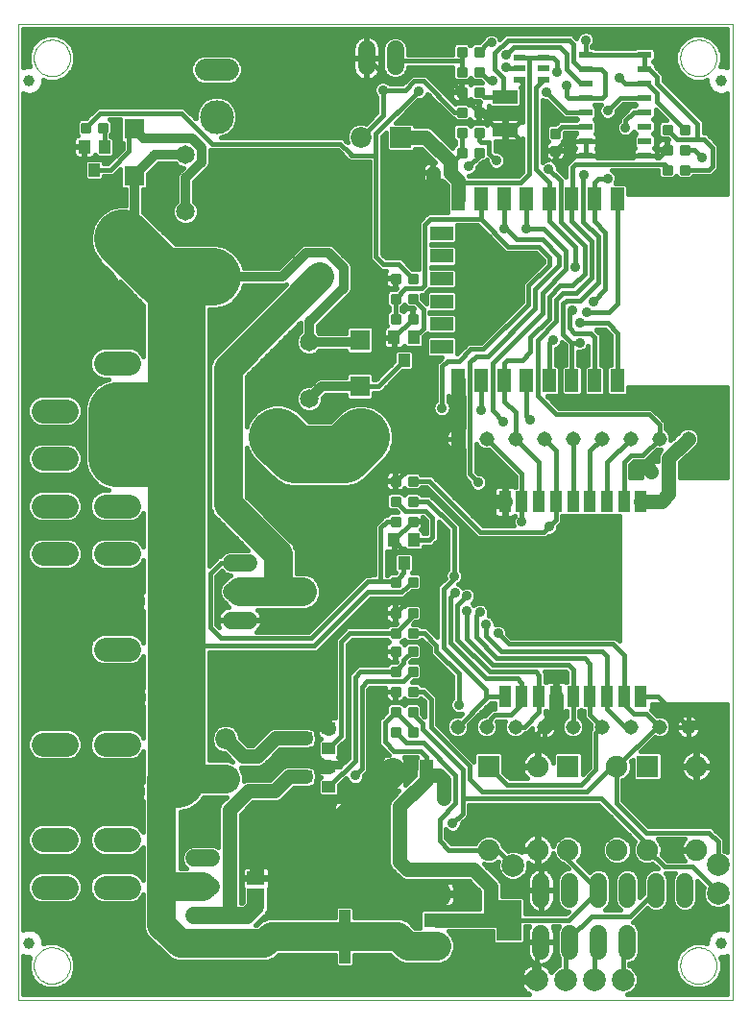
<source format=gtl>
G75*
%MOIN*%
%OFA0B0*%
%FSLAX24Y24*%
%IPPOS*%
%LPD*%
%AMOC8*
5,1,8,0,0,1.08239X$1,22.5*
%
%ADD10C,0.0000*%
%ADD11R,0.0728X0.0728*%
%ADD12C,0.0728*%
%ADD13C,0.0594*%
%ADD14C,0.0827*%
%ADD15R,0.0900X0.0500*%
%ADD16R,0.0850X0.1400*%
%ADD17R,0.0450X0.0900*%
%ADD18R,0.0394X0.1850*%
%ADD19R,0.0472X0.0236*%
%ADD20C,0.0088*%
%ADD21R,0.0394X0.0197*%
%ADD22R,0.0750X0.0750*%
%ADD23C,0.0750*%
%ADD24C,0.0600*%
%ADD25C,0.1890*%
%ADD26C,0.0886*%
%ADD27C,0.0650*%
%ADD28C,0.1181*%
%ADD29R,0.0697X0.0709*%
%ADD30R,0.0472X0.0787*%
%ADD31R,0.0787X0.0472*%
%ADD32C,0.0768*%
%ADD33R,0.0900X0.0450*%
%ADD34R,0.0433X0.0728*%
%ADD35R,0.1693X0.1693*%
%ADD36C,0.0394*%
%ADD37C,0.0787*%
%ADD38R,0.0400X0.0450*%
%ADD39R,0.0450X0.0400*%
%ADD40R,0.0630X0.0460*%
%ADD41C,0.0515*%
%ADD42C,0.0060*%
%ADD43OC8,0.0356*%
%ADD44C,0.1000*%
%ADD45C,0.0160*%
%ADD46C,0.0356*%
%ADD47C,0.0500*%
%ADD48C,0.2000*%
%ADD49R,0.0356X0.0356*%
%ADD50C,0.0080*%
%ADD51C,0.0150*%
%ADD52C,0.0320*%
D10*
X001857Y002453D02*
X001857Y036312D01*
X026660Y036312D01*
X026660Y002453D01*
X001857Y002453D01*
X002408Y003634D02*
X002410Y003684D01*
X002416Y003734D01*
X002426Y003783D01*
X002440Y003831D01*
X002457Y003878D01*
X002478Y003923D01*
X002503Y003967D01*
X002531Y004008D01*
X002563Y004047D01*
X002597Y004084D01*
X002634Y004118D01*
X002674Y004148D01*
X002716Y004175D01*
X002760Y004199D01*
X002806Y004220D01*
X002853Y004236D01*
X002901Y004249D01*
X002951Y004258D01*
X003000Y004263D01*
X003051Y004264D01*
X003101Y004261D01*
X003150Y004254D01*
X003199Y004243D01*
X003247Y004228D01*
X003293Y004210D01*
X003338Y004188D01*
X003381Y004162D01*
X003422Y004133D01*
X003461Y004101D01*
X003497Y004066D01*
X003529Y004028D01*
X003559Y003988D01*
X003586Y003945D01*
X003609Y003901D01*
X003628Y003855D01*
X003644Y003807D01*
X003656Y003758D01*
X003664Y003709D01*
X003668Y003659D01*
X003668Y003609D01*
X003664Y003559D01*
X003656Y003510D01*
X003644Y003461D01*
X003628Y003413D01*
X003609Y003367D01*
X003586Y003323D01*
X003559Y003280D01*
X003529Y003240D01*
X003497Y003202D01*
X003461Y003167D01*
X003422Y003135D01*
X003381Y003106D01*
X003338Y003080D01*
X003293Y003058D01*
X003247Y003040D01*
X003199Y003025D01*
X003150Y003014D01*
X003101Y003007D01*
X003051Y003004D01*
X003000Y003005D01*
X002951Y003010D01*
X002901Y003019D01*
X002853Y003032D01*
X002806Y003048D01*
X002760Y003069D01*
X002716Y003093D01*
X002674Y003120D01*
X002634Y003150D01*
X002597Y003184D01*
X002563Y003221D01*
X002531Y003260D01*
X002503Y003301D01*
X002478Y003345D01*
X002457Y003390D01*
X002440Y003437D01*
X002426Y003485D01*
X002416Y003534D01*
X002410Y003584D01*
X002408Y003634D01*
X024849Y003634D02*
X024851Y003684D01*
X024857Y003734D01*
X024867Y003783D01*
X024881Y003831D01*
X024898Y003878D01*
X024919Y003923D01*
X024944Y003967D01*
X024972Y004008D01*
X025004Y004047D01*
X025038Y004084D01*
X025075Y004118D01*
X025115Y004148D01*
X025157Y004175D01*
X025201Y004199D01*
X025247Y004220D01*
X025294Y004236D01*
X025342Y004249D01*
X025392Y004258D01*
X025441Y004263D01*
X025492Y004264D01*
X025542Y004261D01*
X025591Y004254D01*
X025640Y004243D01*
X025688Y004228D01*
X025734Y004210D01*
X025779Y004188D01*
X025822Y004162D01*
X025863Y004133D01*
X025902Y004101D01*
X025938Y004066D01*
X025970Y004028D01*
X026000Y003988D01*
X026027Y003945D01*
X026050Y003901D01*
X026069Y003855D01*
X026085Y003807D01*
X026097Y003758D01*
X026105Y003709D01*
X026109Y003659D01*
X026109Y003609D01*
X026105Y003559D01*
X026097Y003510D01*
X026085Y003461D01*
X026069Y003413D01*
X026050Y003367D01*
X026027Y003323D01*
X026000Y003280D01*
X025970Y003240D01*
X025938Y003202D01*
X025902Y003167D01*
X025863Y003135D01*
X025822Y003106D01*
X025779Y003080D01*
X025734Y003058D01*
X025688Y003040D01*
X025640Y003025D01*
X025591Y003014D01*
X025542Y003007D01*
X025492Y003004D01*
X025441Y003005D01*
X025392Y003010D01*
X025342Y003019D01*
X025294Y003032D01*
X025247Y003048D01*
X025201Y003069D01*
X025157Y003093D01*
X025115Y003120D01*
X025075Y003150D01*
X025038Y003184D01*
X025004Y003221D01*
X024972Y003260D01*
X024944Y003301D01*
X024919Y003345D01*
X024898Y003390D01*
X024881Y003437D01*
X024867Y003485D01*
X024857Y003534D01*
X024851Y003584D01*
X024849Y003634D01*
X024849Y035130D02*
X024851Y035180D01*
X024857Y035230D01*
X024867Y035279D01*
X024881Y035327D01*
X024898Y035374D01*
X024919Y035419D01*
X024944Y035463D01*
X024972Y035504D01*
X025004Y035543D01*
X025038Y035580D01*
X025075Y035614D01*
X025115Y035644D01*
X025157Y035671D01*
X025201Y035695D01*
X025247Y035716D01*
X025294Y035732D01*
X025342Y035745D01*
X025392Y035754D01*
X025441Y035759D01*
X025492Y035760D01*
X025542Y035757D01*
X025591Y035750D01*
X025640Y035739D01*
X025688Y035724D01*
X025734Y035706D01*
X025779Y035684D01*
X025822Y035658D01*
X025863Y035629D01*
X025902Y035597D01*
X025938Y035562D01*
X025970Y035524D01*
X026000Y035484D01*
X026027Y035441D01*
X026050Y035397D01*
X026069Y035351D01*
X026085Y035303D01*
X026097Y035254D01*
X026105Y035205D01*
X026109Y035155D01*
X026109Y035105D01*
X026105Y035055D01*
X026097Y035006D01*
X026085Y034957D01*
X026069Y034909D01*
X026050Y034863D01*
X026027Y034819D01*
X026000Y034776D01*
X025970Y034736D01*
X025938Y034698D01*
X025902Y034663D01*
X025863Y034631D01*
X025822Y034602D01*
X025779Y034576D01*
X025734Y034554D01*
X025688Y034536D01*
X025640Y034521D01*
X025591Y034510D01*
X025542Y034503D01*
X025492Y034500D01*
X025441Y034501D01*
X025392Y034506D01*
X025342Y034515D01*
X025294Y034528D01*
X025247Y034544D01*
X025201Y034565D01*
X025157Y034589D01*
X025115Y034616D01*
X025075Y034646D01*
X025038Y034680D01*
X025004Y034717D01*
X024972Y034756D01*
X024944Y034797D01*
X024919Y034841D01*
X024898Y034886D01*
X024881Y034933D01*
X024867Y034981D01*
X024857Y035030D01*
X024851Y035080D01*
X024849Y035130D01*
X002408Y035130D02*
X002410Y035180D01*
X002416Y035230D01*
X002426Y035279D01*
X002440Y035327D01*
X002457Y035374D01*
X002478Y035419D01*
X002503Y035463D01*
X002531Y035504D01*
X002563Y035543D01*
X002597Y035580D01*
X002634Y035614D01*
X002674Y035644D01*
X002716Y035671D01*
X002760Y035695D01*
X002806Y035716D01*
X002853Y035732D01*
X002901Y035745D01*
X002951Y035754D01*
X003000Y035759D01*
X003051Y035760D01*
X003101Y035757D01*
X003150Y035750D01*
X003199Y035739D01*
X003247Y035724D01*
X003293Y035706D01*
X003338Y035684D01*
X003381Y035658D01*
X003422Y035629D01*
X003461Y035597D01*
X003497Y035562D01*
X003529Y035524D01*
X003559Y035484D01*
X003586Y035441D01*
X003609Y035397D01*
X003628Y035351D01*
X003644Y035303D01*
X003656Y035254D01*
X003664Y035205D01*
X003668Y035155D01*
X003668Y035105D01*
X003664Y035055D01*
X003656Y035006D01*
X003644Y034957D01*
X003628Y034909D01*
X003609Y034863D01*
X003586Y034819D01*
X003559Y034776D01*
X003529Y034736D01*
X003497Y034698D01*
X003461Y034663D01*
X003422Y034631D01*
X003381Y034602D01*
X003338Y034576D01*
X003293Y034554D01*
X003247Y034536D01*
X003199Y034521D01*
X003150Y034510D01*
X003101Y034503D01*
X003051Y034500D01*
X003000Y034501D01*
X002951Y034506D01*
X002901Y034515D01*
X002853Y034528D01*
X002806Y034544D01*
X002760Y034565D01*
X002716Y034589D01*
X002674Y034616D01*
X002634Y034646D01*
X002597Y034680D01*
X002563Y034717D01*
X002531Y034756D01*
X002503Y034797D01*
X002478Y034841D01*
X002457Y034886D01*
X002440Y034933D01*
X002426Y034981D01*
X002416Y035030D01*
X002410Y035080D01*
X002408Y035130D01*
D11*
X015145Y032375D03*
X009070Y010118D03*
D12*
X009070Y011496D03*
X013767Y032375D03*
D13*
X008567Y007363D02*
X007974Y007363D01*
X007974Y006363D02*
X008567Y006363D01*
X008567Y005363D02*
X007974Y005363D01*
D14*
X005716Y006351D02*
X004889Y006351D01*
X003550Y006351D02*
X002723Y006351D01*
X002723Y008005D02*
X003550Y008005D01*
X003550Y009658D02*
X002723Y009658D01*
X002723Y011312D02*
X003550Y011312D01*
X003550Y012965D02*
X002723Y012965D01*
X002723Y014619D02*
X003550Y014619D01*
X004889Y014619D02*
X005716Y014619D01*
X005716Y012965D02*
X004889Y012965D01*
X004889Y011312D02*
X005716Y011312D01*
X005716Y009658D02*
X004889Y009658D01*
X004889Y008005D02*
X005716Y008005D01*
X005716Y016272D02*
X004889Y016272D01*
X004889Y017926D02*
X005716Y017926D01*
X005716Y019579D02*
X004889Y019579D01*
X003550Y019579D02*
X002723Y019579D01*
X002723Y017926D02*
X003550Y017926D01*
X003550Y016272D02*
X002723Y016272D01*
X002723Y021233D02*
X003550Y021233D01*
X003550Y022886D02*
X002723Y022886D01*
X002723Y024540D02*
X003550Y024540D01*
X004889Y024540D02*
X005716Y024540D01*
X005716Y022886D02*
X004889Y022886D01*
X004889Y021233D02*
X005716Y021233D01*
D15*
X016394Y006114D03*
X016394Y005214D03*
X016394Y004314D03*
D16*
X018894Y005214D03*
D17*
X016032Y010323D03*
X014882Y010323D03*
D18*
X013191Y008234D03*
X013191Y004651D03*
D19*
X021564Y031743D03*
X021564Y032243D03*
X021564Y032743D03*
X021564Y033243D03*
X021564Y033743D03*
X021564Y034243D03*
X021564Y034743D03*
X021564Y035243D03*
X023611Y035243D03*
X023611Y034743D03*
X023611Y034243D03*
X023611Y033743D03*
X023611Y033243D03*
X023611Y032743D03*
X023611Y032243D03*
X023611Y031743D03*
D20*
X024260Y031822D02*
X024522Y031822D01*
X024260Y031822D02*
X024260Y032084D01*
X024522Y032084D01*
X024522Y031822D01*
X024522Y031909D02*
X024260Y031909D01*
X024260Y031996D02*
X024522Y031996D01*
X024522Y032083D02*
X024260Y032083D01*
X024260Y032522D02*
X024522Y032522D01*
X024260Y032522D02*
X024260Y032784D01*
X024522Y032784D01*
X024522Y032522D01*
X024522Y032609D02*
X024260Y032609D01*
X024260Y032696D02*
X024522Y032696D01*
X024522Y032783D02*
X024260Y032783D01*
X024860Y032522D02*
X025122Y032522D01*
X024860Y032522D02*
X024860Y032784D01*
X025122Y032784D01*
X025122Y032522D01*
X025122Y032609D02*
X024860Y032609D01*
X024860Y032696D02*
X025122Y032696D01*
X025122Y032783D02*
X024860Y032783D01*
X024860Y031822D02*
X025122Y031822D01*
X024860Y031822D02*
X024860Y032084D01*
X025122Y032084D01*
X025122Y031822D01*
X025122Y031909D02*
X024860Y031909D01*
X024860Y031996D02*
X025122Y031996D01*
X025122Y032083D02*
X024860Y032083D01*
X024860Y031384D02*
X025122Y031384D01*
X025122Y031122D01*
X024860Y031122D01*
X024860Y031384D01*
X024860Y031209D02*
X025122Y031209D01*
X025122Y031296D02*
X024860Y031296D01*
X024860Y031383D02*
X025122Y031383D01*
X024522Y031384D02*
X024260Y031384D01*
X024522Y031384D02*
X024522Y031122D01*
X024260Y031122D01*
X024260Y031384D01*
X024260Y031209D02*
X024522Y031209D01*
X024522Y031296D02*
X024260Y031296D01*
X024260Y031383D02*
X024522Y031383D01*
X020644Y031786D02*
X020644Y032048D01*
X020644Y031786D02*
X020382Y031786D01*
X020382Y032048D01*
X020644Y032048D01*
X020644Y031873D02*
X020382Y031873D01*
X020382Y031960D02*
X020644Y031960D01*
X020644Y032047D02*
X020382Y032047D01*
X020644Y032386D02*
X020644Y032648D01*
X020644Y032386D02*
X020382Y032386D01*
X020382Y032648D01*
X020644Y032648D01*
X020644Y032473D02*
X020382Y032473D01*
X020382Y032560D02*
X020644Y032560D01*
X020644Y032647D02*
X020382Y032647D01*
X017988Y032422D02*
X017726Y032422D01*
X017726Y032684D01*
X017988Y032684D01*
X017988Y032422D01*
X017988Y032509D02*
X017726Y032509D01*
X017726Y032596D02*
X017988Y032596D01*
X017988Y032683D02*
X017726Y032683D01*
X017388Y032422D02*
X017126Y032422D01*
X017126Y032684D01*
X017388Y032684D01*
X017388Y032422D01*
X017388Y032509D02*
X017126Y032509D01*
X017126Y032596D02*
X017388Y032596D01*
X017388Y032683D02*
X017126Y032683D01*
X017126Y033122D02*
X017388Y033122D01*
X017126Y033122D02*
X017126Y033384D01*
X017388Y033384D01*
X017388Y033122D01*
X017388Y033209D02*
X017126Y033209D01*
X017126Y033296D02*
X017388Y033296D01*
X017388Y033383D02*
X017126Y033383D01*
X017126Y034084D02*
X017388Y034084D01*
X017388Y033822D01*
X017126Y033822D01*
X017126Y034084D01*
X017126Y033909D02*
X017388Y033909D01*
X017388Y033996D02*
X017126Y033996D01*
X017126Y034083D02*
X017388Y034083D01*
X017388Y034784D02*
X017126Y034784D01*
X017388Y034784D02*
X017388Y034522D01*
X017126Y034522D01*
X017126Y034784D01*
X017126Y034609D02*
X017388Y034609D01*
X017388Y034696D02*
X017126Y034696D01*
X017126Y034783D02*
X017388Y034783D01*
X017388Y035484D02*
X017126Y035484D01*
X017388Y035484D02*
X017388Y035222D01*
X017126Y035222D01*
X017126Y035484D01*
X017126Y035309D02*
X017388Y035309D01*
X017388Y035396D02*
X017126Y035396D01*
X017126Y035483D02*
X017388Y035483D01*
X017726Y035484D02*
X017988Y035484D01*
X017988Y035222D01*
X017726Y035222D01*
X017726Y035484D01*
X017726Y035309D02*
X017988Y035309D01*
X017988Y035396D02*
X017726Y035396D01*
X017726Y035483D02*
X017988Y035483D01*
X017988Y034784D02*
X017726Y034784D01*
X017988Y034784D02*
X017988Y034522D01*
X017726Y034522D01*
X017726Y034784D01*
X017726Y034609D02*
X017988Y034609D01*
X017988Y034696D02*
X017726Y034696D01*
X017726Y034783D02*
X017988Y034783D01*
X017988Y034084D02*
X017726Y034084D01*
X017988Y034084D02*
X017988Y033822D01*
X017726Y033822D01*
X017726Y034084D01*
X017726Y033909D02*
X017988Y033909D01*
X017988Y033996D02*
X017726Y033996D01*
X017726Y034083D02*
X017988Y034083D01*
X017988Y033122D02*
X017726Y033122D01*
X017726Y033384D01*
X017988Y033384D01*
X017988Y033122D01*
X017988Y033209D02*
X017726Y033209D01*
X017726Y033296D02*
X017988Y033296D01*
X017988Y033383D02*
X017726Y033383D01*
X017726Y031984D02*
X017988Y031984D01*
X017988Y031722D01*
X017726Y031722D01*
X017726Y031984D01*
X017726Y031809D02*
X017988Y031809D01*
X017988Y031896D02*
X017726Y031896D01*
X017726Y031983D02*
X017988Y031983D01*
X017388Y031984D02*
X017126Y031984D01*
X017388Y031984D02*
X017388Y031722D01*
X017126Y031722D01*
X017126Y031984D01*
X017126Y031809D02*
X017388Y031809D01*
X017388Y031896D02*
X017126Y031896D01*
X017126Y031983D02*
X017388Y031983D01*
X016988Y031284D02*
X016726Y031284D01*
X016988Y031284D02*
X016988Y031022D01*
X016726Y031022D01*
X016726Y031284D01*
X016726Y031109D02*
X016988Y031109D01*
X016988Y031196D02*
X016726Y031196D01*
X016726Y031283D02*
X016988Y031283D01*
X016388Y031284D02*
X016126Y031284D01*
X016388Y031284D02*
X016388Y031022D01*
X016126Y031022D01*
X016126Y031284D01*
X016126Y031109D02*
X016388Y031109D01*
X016388Y031196D02*
X016126Y031196D01*
X016126Y031283D02*
X016388Y031283D01*
X015688Y027352D02*
X015426Y027352D01*
X015426Y027614D01*
X015688Y027614D01*
X015688Y027352D01*
X015688Y027439D02*
X015426Y027439D01*
X015426Y027526D02*
X015688Y027526D01*
X015688Y027613D02*
X015426Y027613D01*
X015088Y027352D02*
X014826Y027352D01*
X014826Y027614D01*
X015088Y027614D01*
X015088Y027352D01*
X015088Y027439D02*
X014826Y027439D01*
X014826Y027526D02*
X015088Y027526D01*
X015088Y027613D02*
X014826Y027613D01*
X014826Y026914D02*
X015088Y026914D01*
X015088Y026652D01*
X014826Y026652D01*
X014826Y026914D01*
X014826Y026739D02*
X015088Y026739D01*
X015088Y026826D02*
X014826Y026826D01*
X014826Y026913D02*
X015088Y026913D01*
X015426Y026914D02*
X015688Y026914D01*
X015688Y026652D01*
X015426Y026652D01*
X015426Y026914D01*
X015426Y026739D02*
X015688Y026739D01*
X015688Y026826D02*
X015426Y026826D01*
X015426Y026913D02*
X015688Y026913D01*
X015688Y026214D02*
X015426Y026214D01*
X015688Y026214D02*
X015688Y025952D01*
X015426Y025952D01*
X015426Y026214D01*
X015426Y026039D02*
X015688Y026039D01*
X015688Y026126D02*
X015426Y026126D01*
X015426Y026213D02*
X015688Y026213D01*
X015088Y026214D02*
X014826Y026214D01*
X015088Y026214D02*
X015088Y025952D01*
X014826Y025952D01*
X014826Y026214D01*
X014826Y026039D02*
X015088Y026039D01*
X015088Y026126D02*
X014826Y026126D01*
X014826Y026213D02*
X015088Y026213D01*
X015088Y020322D02*
X014826Y020322D01*
X014826Y020584D01*
X015088Y020584D01*
X015088Y020322D01*
X015088Y020409D02*
X014826Y020409D01*
X014826Y020496D02*
X015088Y020496D01*
X015088Y020583D02*
X014826Y020583D01*
X014826Y019884D02*
X015088Y019884D01*
X015088Y019622D01*
X014826Y019622D01*
X014826Y019884D01*
X014826Y019709D02*
X015088Y019709D01*
X015088Y019796D02*
X014826Y019796D01*
X014826Y019883D02*
X015088Y019883D01*
X015426Y019884D02*
X015688Y019884D01*
X015688Y019622D01*
X015426Y019622D01*
X015426Y019884D01*
X015426Y019709D02*
X015688Y019709D01*
X015688Y019796D02*
X015426Y019796D01*
X015426Y019883D02*
X015688Y019883D01*
X015688Y020322D02*
X015426Y020322D01*
X015426Y020584D01*
X015688Y020584D01*
X015688Y020322D01*
X015688Y020409D02*
X015426Y020409D01*
X015426Y020496D02*
X015688Y020496D01*
X015688Y020583D02*
X015426Y020583D01*
X015426Y019184D02*
X015688Y019184D01*
X015688Y018922D01*
X015426Y018922D01*
X015426Y019184D01*
X015426Y019009D02*
X015688Y019009D01*
X015688Y019096D02*
X015426Y019096D01*
X015426Y019183D02*
X015688Y019183D01*
X015088Y019184D02*
X014826Y019184D01*
X015088Y019184D02*
X015088Y018922D01*
X014826Y018922D01*
X014826Y019184D01*
X014826Y019009D02*
X015088Y019009D01*
X015088Y019096D02*
X014826Y019096D01*
X014826Y019183D02*
X015088Y019183D01*
X015088Y016822D02*
X014826Y016822D01*
X014826Y017084D01*
X015088Y017084D01*
X015088Y016822D01*
X015088Y016909D02*
X014826Y016909D01*
X014826Y016996D02*
X015088Y016996D01*
X015088Y017083D02*
X014826Y017083D01*
X015426Y016822D02*
X015688Y016822D01*
X015426Y016822D02*
X015426Y017084D01*
X015688Y017084D01*
X015688Y016822D01*
X015688Y016909D02*
X015426Y016909D01*
X015426Y016996D02*
X015688Y016996D01*
X015688Y017083D02*
X015426Y017083D01*
X015426Y015742D02*
X015688Y015742D01*
X015426Y015742D02*
X015426Y016004D01*
X015688Y016004D01*
X015688Y015742D01*
X015688Y015829D02*
X015426Y015829D01*
X015426Y015916D02*
X015688Y015916D01*
X015688Y016003D02*
X015426Y016003D01*
X015088Y015742D02*
X014826Y015742D01*
X014826Y016004D01*
X015088Y016004D01*
X015088Y015742D01*
X015088Y015829D02*
X014826Y015829D01*
X014826Y015916D02*
X015088Y015916D01*
X015088Y016003D02*
X014826Y016003D01*
X014826Y015304D02*
X015088Y015304D01*
X015088Y015042D01*
X014826Y015042D01*
X014826Y015304D01*
X014826Y015129D02*
X015088Y015129D01*
X015088Y015216D02*
X014826Y015216D01*
X014826Y015303D02*
X015088Y015303D01*
X015426Y015304D02*
X015688Y015304D01*
X015688Y015042D01*
X015426Y015042D01*
X015426Y015304D01*
X015426Y015129D02*
X015688Y015129D01*
X015688Y015216D02*
X015426Y015216D01*
X015426Y015303D02*
X015688Y015303D01*
X015688Y014412D02*
X015426Y014412D01*
X015426Y014674D01*
X015688Y014674D01*
X015688Y014412D01*
X015688Y014499D02*
X015426Y014499D01*
X015426Y014586D02*
X015688Y014586D01*
X015688Y014673D02*
X015426Y014673D01*
X015088Y014412D02*
X014826Y014412D01*
X014826Y014674D01*
X015088Y014674D01*
X015088Y014412D01*
X015088Y014499D02*
X014826Y014499D01*
X014826Y014586D02*
X015088Y014586D01*
X015088Y014673D02*
X014826Y014673D01*
X014826Y013974D02*
X015088Y013974D01*
X015088Y013712D01*
X014826Y013712D01*
X014826Y013974D01*
X014826Y013799D02*
X015088Y013799D01*
X015088Y013886D02*
X014826Y013886D01*
X014826Y013973D02*
X015088Y013973D01*
X015426Y013974D02*
X015688Y013974D01*
X015688Y013712D01*
X015426Y013712D01*
X015426Y013974D01*
X015426Y013799D02*
X015688Y013799D01*
X015688Y013886D02*
X015426Y013886D01*
X015426Y013973D02*
X015688Y013973D01*
X015688Y013012D02*
X015426Y013012D01*
X015426Y013274D01*
X015688Y013274D01*
X015688Y013012D01*
X015688Y013099D02*
X015426Y013099D01*
X015426Y013186D02*
X015688Y013186D01*
X015688Y013273D02*
X015426Y013273D01*
X015088Y013012D02*
X014826Y013012D01*
X014826Y013274D01*
X015088Y013274D01*
X015088Y013012D01*
X015088Y013099D02*
X014826Y013099D01*
X014826Y013186D02*
X015088Y013186D01*
X015088Y013273D02*
X014826Y013273D01*
X014826Y012312D02*
X015088Y012312D01*
X014826Y012312D02*
X014826Y012574D01*
X015088Y012574D01*
X015088Y012312D01*
X015088Y012399D02*
X014826Y012399D01*
X014826Y012486D02*
X015088Y012486D01*
X015088Y012573D02*
X014826Y012573D01*
X014826Y011874D02*
X015088Y011874D01*
X015088Y011612D01*
X014826Y011612D01*
X014826Y011874D01*
X014826Y011699D02*
X015088Y011699D01*
X015088Y011786D02*
X014826Y011786D01*
X014826Y011873D02*
X015088Y011873D01*
X015426Y011874D02*
X015688Y011874D01*
X015688Y011612D01*
X015426Y011612D01*
X015426Y011874D01*
X015426Y011699D02*
X015688Y011699D01*
X015688Y011786D02*
X015426Y011786D01*
X015426Y011873D02*
X015688Y011873D01*
X015688Y012312D02*
X015426Y012312D01*
X015426Y012574D01*
X015688Y012574D01*
X015688Y012312D01*
X015688Y012399D02*
X015426Y012399D01*
X015426Y012486D02*
X015688Y012486D01*
X015688Y012573D02*
X015426Y012573D01*
X023721Y020652D02*
X023983Y020652D01*
X023721Y020652D02*
X023721Y020914D01*
X023983Y020914D01*
X023983Y020652D01*
X023983Y020739D02*
X023721Y020739D01*
X023721Y020826D02*
X023983Y020826D01*
X023983Y020913D02*
X023721Y020913D01*
X024321Y020652D02*
X024583Y020652D01*
X024321Y020652D02*
X024321Y020914D01*
X024583Y020914D01*
X024583Y020652D01*
X024583Y020739D02*
X024321Y020739D01*
X024321Y020826D02*
X024583Y020826D01*
X024583Y020913D02*
X024321Y020913D01*
X004942Y032579D02*
X004680Y032579D01*
X004680Y032841D01*
X004942Y032841D01*
X004942Y032579D01*
X004942Y032666D02*
X004680Y032666D01*
X004680Y032753D02*
X004942Y032753D01*
X004942Y032840D02*
X004680Y032840D01*
X004342Y032579D02*
X004080Y032579D01*
X004080Y032841D01*
X004342Y032841D01*
X004342Y032579D01*
X004342Y032666D02*
X004080Y032666D01*
X004080Y032753D02*
X004342Y032753D01*
X004342Y032840D02*
X004080Y032840D01*
D21*
X019254Y034389D03*
X019254Y034763D03*
X019254Y035137D03*
X020120Y035137D03*
X020120Y034763D03*
X020120Y034389D03*
D22*
X020951Y010553D03*
X023707Y010553D03*
X018195Y010553D03*
D23*
X019895Y010553D03*
X019895Y007653D03*
X020951Y007653D03*
X022651Y007653D03*
X023707Y007653D03*
X025407Y007653D03*
X025407Y010553D03*
X022651Y010553D03*
X018195Y007653D03*
D24*
X020007Y006553D02*
X020007Y005953D01*
X020007Y004753D02*
X020007Y004153D01*
X021007Y004153D02*
X021007Y004753D01*
X022007Y004753D02*
X022007Y004153D01*
X023007Y004153D02*
X023007Y004753D01*
X023007Y005953D02*
X023007Y006553D01*
X022007Y006553D02*
X022007Y005953D01*
X021007Y005953D02*
X021007Y006553D01*
X024007Y006553D02*
X024007Y005953D01*
X025007Y005953D02*
X025007Y006553D01*
X010117Y005773D02*
X010117Y005663D01*
X009817Y005363D01*
X009357Y005363D01*
X008270Y005363D01*
X009261Y015614D02*
X009861Y015614D01*
X009861Y016614D02*
X009261Y016614D01*
X009261Y017614D02*
X009861Y017614D01*
X013956Y034830D02*
X013956Y035430D01*
X014956Y035430D02*
X014956Y034830D01*
D25*
X005515Y028871D03*
X004334Y027020D03*
X003192Y028871D03*
D26*
X008596Y027534D03*
X012337Y027534D03*
X011742Y016614D03*
D27*
X011963Y023302D03*
X011963Y025270D03*
X007671Y029798D03*
X007671Y031766D03*
D28*
X008754Y033085D03*
X010880Y021983D03*
D29*
X013728Y023740D03*
X013728Y025348D03*
X005890Y031053D03*
X005890Y032660D03*
D30*
X017148Y030232D03*
X017936Y030232D03*
X018723Y030232D03*
X019510Y030232D03*
X020298Y030232D03*
X021085Y030232D03*
X021873Y030232D03*
X022660Y030232D03*
X022660Y023933D03*
X021873Y023933D03*
X021085Y023933D03*
X020298Y023933D03*
X019510Y023933D03*
X018723Y023933D03*
X017936Y023933D03*
X017148Y023933D03*
D31*
X016566Y025114D03*
X016566Y025901D03*
X016566Y026689D03*
X016566Y027476D03*
X016566Y028263D03*
X016566Y029051D03*
D32*
X013758Y022355D02*
X013758Y021588D01*
X009142Y034728D02*
X008374Y034728D01*
D33*
X018757Y033778D03*
X018757Y032628D03*
D34*
X018760Y019728D03*
X019351Y019728D03*
X019941Y019728D03*
X020532Y019728D03*
X021122Y019728D03*
X021713Y019728D03*
X022304Y019728D03*
X022894Y019728D03*
X023485Y019728D03*
X023485Y012976D03*
X022894Y012976D03*
X022304Y012976D03*
X021713Y012976D03*
X021122Y012976D03*
X020532Y012976D03*
X019941Y012976D03*
X019351Y012976D03*
X018760Y012976D03*
D35*
X020898Y016352D03*
D36*
X026267Y004422D03*
X026267Y034343D03*
X002251Y034343D03*
X002251Y004422D03*
D37*
X019045Y007117D03*
X019857Y003153D03*
X020857Y003153D03*
X021857Y003153D03*
X022857Y003153D03*
X026157Y006133D03*
X026157Y007133D03*
D38*
X015607Y018403D03*
X015257Y017603D03*
X014907Y018403D03*
X015257Y024633D03*
X014907Y025433D03*
X015607Y025433D03*
X004861Y032051D03*
X004161Y032051D03*
X004511Y031251D03*
D39*
X012647Y011873D03*
X012647Y011173D03*
X012647Y010543D03*
X012647Y009843D03*
X011847Y010193D03*
X011847Y011523D03*
D40*
X010118Y006663D03*
X010118Y006063D03*
D41*
X017122Y011922D03*
X018122Y011922D03*
X019122Y011922D03*
X020122Y011922D03*
X021122Y011922D03*
X022122Y011922D03*
X023122Y011922D03*
X024122Y011922D03*
X025122Y011922D03*
X025122Y021922D03*
X024122Y021922D03*
X023122Y021922D03*
X022122Y021922D03*
X021122Y021922D03*
X020122Y021922D03*
X019122Y021922D03*
X018122Y021922D03*
X017122Y021922D03*
D42*
X011742Y016614D02*
X011058Y016614D01*
X011057Y016613D01*
X010637Y016613D01*
X010627Y016623D01*
X010887Y017633D02*
X010887Y017863D01*
X010807Y017943D01*
X009197Y019673D02*
X009157Y019673D01*
X009197Y019673D02*
X009207Y019683D01*
X009107Y019783D01*
X009107Y021883D01*
X009157Y024355D02*
X009301Y024498D01*
X009302Y024498D01*
X010757Y025953D01*
X010757Y025983D01*
X010127Y006753D02*
X010127Y006673D01*
X010118Y006663D01*
X010118Y006063D02*
X010118Y005774D01*
X010117Y005773D01*
D43*
X010027Y008653D03*
X010627Y016623D03*
X010807Y017943D03*
X009207Y019683D03*
X009107Y021883D03*
X009167Y024343D03*
X010757Y025983D03*
D44*
X012337Y027534D02*
X009157Y024355D01*
X009157Y019673D01*
X009157Y019643D01*
X010887Y017913D01*
X010887Y017633D01*
X010887Y016613D01*
X010888Y016614D01*
X011742Y016614D01*
X009561Y016614D01*
X009070Y010118D02*
X007722Y010118D01*
X007697Y010143D01*
X007387Y010143D01*
X007357Y010113D01*
X006847Y010113D01*
X006847Y006323D01*
X006887Y006363D01*
X008270Y006363D01*
X006847Y006323D02*
X006847Y005043D01*
X007487Y004403D01*
X010407Y004403D01*
X010655Y004651D01*
X013191Y004651D01*
X015050Y004651D01*
X015387Y004314D01*
X016394Y004314D01*
X016394Y006114D02*
X013857Y006114D01*
X013191Y006779D01*
X013191Y008234D01*
X013191Y008632D01*
X014882Y010323D01*
X013191Y008234D02*
X011697Y008234D01*
X011407Y008234D01*
X010447Y008234D01*
X010027Y008653D01*
D45*
X009597Y008635D02*
X012814Y008635D01*
X012814Y008793D02*
X009597Y008793D01*
X009597Y008882D02*
X010019Y009303D01*
X010855Y009303D01*
X010998Y009363D01*
X011108Y009472D01*
X011108Y009472D01*
X011439Y009803D01*
X011925Y009803D01*
X012046Y009853D01*
X012130Y009853D01*
X012212Y009935D01*
X012212Y010055D01*
X012237Y010116D01*
X012237Y010271D01*
X012212Y010331D01*
X012212Y010451D01*
X012130Y010533D01*
X012046Y010533D01*
X011925Y010583D01*
X011200Y010583D01*
X011056Y010524D01*
X010616Y010083D01*
X009780Y010083D01*
X009710Y010055D01*
X009710Y010245D01*
X009613Y010481D01*
X009587Y010507D01*
X009596Y010503D01*
X010235Y010503D01*
X010378Y010563D01*
X010488Y010672D01*
X010949Y011133D01*
X011925Y011133D01*
X012046Y011183D01*
X012130Y011183D01*
X012212Y011265D01*
X012212Y011385D01*
X012237Y011446D01*
X012237Y011601D01*
X012212Y011661D01*
X012212Y011781D01*
X012130Y011863D01*
X012046Y011863D01*
X011925Y011913D01*
X010710Y011913D01*
X010566Y011854D01*
X009996Y011283D01*
X009835Y011283D01*
X009575Y011543D01*
X009575Y011596D01*
X009498Y011782D01*
X009356Y011924D01*
X009171Y012000D01*
X008970Y012000D01*
X008785Y011924D01*
X008643Y011782D01*
X008566Y011596D01*
X008566Y011396D01*
X008643Y011210D01*
X008785Y011069D01*
X008970Y010992D01*
X009023Y010992D01*
X009299Y010716D01*
X009198Y010758D01*
X008497Y010758D01*
X008497Y014503D01*
X012238Y014503D01*
X014105Y016370D01*
X015160Y016370D01*
X015247Y016367D01*
X015251Y016370D01*
X015256Y016370D01*
X015317Y016431D01*
X015541Y016638D01*
X015765Y016638D01*
X015872Y016746D01*
X015872Y017161D01*
X015765Y017268D01*
X015545Y017268D01*
X015597Y017320D01*
X015597Y017886D01*
X015515Y017968D01*
X014999Y017968D01*
X014917Y017886D01*
X014917Y017320D01*
X014957Y017281D01*
X014945Y017268D01*
X014750Y017268D01*
X014667Y017186D01*
X014667Y018003D01*
X014684Y017998D01*
X014887Y017998D01*
X014887Y018383D01*
X014927Y018383D01*
X014927Y017998D01*
X015131Y017998D01*
X015177Y018011D01*
X015218Y018034D01*
X015251Y018068D01*
X015275Y018109D01*
X015276Y018112D01*
X015349Y018038D01*
X015865Y018038D01*
X015947Y018120D01*
X015947Y018183D01*
X016228Y018183D01*
X016357Y018312D01*
X016467Y018422D01*
X016467Y019052D01*
X016781Y018738D01*
X016781Y017383D01*
X016732Y017334D01*
X016683Y017217D01*
X016683Y017090D01*
X016687Y017080D01*
X016530Y016923D01*
X016401Y016794D01*
X016401Y015040D01*
X016177Y015264D01*
X016177Y015264D01*
X016048Y015393D01*
X015860Y015393D01*
X015765Y015488D01*
X015583Y015488D01*
X015653Y015558D01*
X015765Y015558D01*
X015872Y015666D01*
X015872Y016081D01*
X015765Y016188D01*
X015350Y016188D01*
X015281Y016119D01*
X015268Y016142D01*
X015226Y016184D01*
X015175Y016213D01*
X015118Y016228D01*
X014965Y016228D01*
X014965Y015881D01*
X014950Y015881D01*
X014950Y016228D01*
X014797Y016228D01*
X014740Y016213D01*
X014689Y016184D01*
X014647Y016142D01*
X014618Y016091D01*
X014602Y016034D01*
X014602Y015881D01*
X014950Y015881D01*
X014950Y015866D01*
X014965Y015866D01*
X014965Y015518D01*
X014991Y015518D01*
X014961Y015488D01*
X014750Y015488D01*
X014655Y015393D01*
X013286Y015393D01*
X013157Y015264D01*
X012857Y014964D01*
X012857Y012253D01*
X012667Y012253D01*
X012667Y011893D01*
X012627Y011893D01*
X012627Y011853D01*
X012242Y011853D01*
X012242Y011650D01*
X012255Y011604D01*
X012278Y011563D01*
X012312Y011529D01*
X012353Y011506D01*
X012356Y011505D01*
X012282Y011431D01*
X012282Y010915D01*
X012311Y010887D01*
X012278Y010854D01*
X010669Y010854D01*
X010511Y010695D02*
X012242Y010695D01*
X012242Y010767D02*
X012242Y010563D01*
X012627Y010563D01*
X012627Y010523D01*
X012242Y010523D01*
X012242Y010320D01*
X012255Y010274D01*
X012278Y010233D01*
X012312Y010199D01*
X012353Y010176D01*
X012356Y010175D01*
X012282Y010101D01*
X012282Y009585D01*
X012364Y009503D01*
X012930Y009503D01*
X013012Y009585D01*
X013012Y009897D01*
X013250Y010135D01*
X013288Y010043D01*
X013377Y009954D01*
X013494Y009905D01*
X013621Y009905D01*
X013737Y009954D01*
X013827Y010043D01*
X013875Y010160D01*
X013875Y010230D01*
X014017Y010372D01*
X014017Y013222D01*
X014068Y013273D01*
X014602Y013273D01*
X014602Y013151D01*
X014950Y013151D01*
X014950Y013136D01*
X014965Y013136D01*
X014965Y012788D01*
X015118Y012788D01*
X015175Y012804D01*
X015226Y012833D01*
X015268Y012875D01*
X015281Y012898D01*
X015350Y012828D01*
X015765Y012828D01*
X015848Y012912D01*
X015967Y012792D01*
X015967Y012264D01*
X015872Y012359D01*
X015872Y012651D01*
X015765Y012758D01*
X015350Y012758D01*
X015257Y012666D01*
X015165Y012758D01*
X014750Y012758D01*
X014642Y012651D01*
X014642Y012432D01*
X014372Y012162D01*
X014372Y011314D01*
X014498Y011188D01*
X014733Y010953D01*
X014634Y010953D01*
X014588Y010941D01*
X014547Y010917D01*
X014513Y010884D01*
X014490Y010843D01*
X014477Y010797D01*
X014477Y010356D01*
X014850Y010356D01*
X014850Y010291D01*
X014915Y010291D01*
X014915Y010356D01*
X015287Y010356D01*
X015287Y010797D01*
X015275Y010843D01*
X015266Y010858D01*
X015694Y010858D01*
X015667Y010831D01*
X015667Y010461D01*
X015642Y010401D01*
X015642Y010250D01*
X015287Y009895D01*
X015287Y010291D01*
X014915Y010291D01*
X014915Y009693D01*
X015086Y009693D01*
X014777Y009384D01*
X014717Y009241D01*
X014717Y007166D01*
X014777Y007022D01*
X014886Y006913D01*
X015156Y006643D01*
X015300Y006583D01*
X017516Y006583D01*
X017877Y006222D01*
X017877Y005604D01*
X015886Y005604D01*
X015804Y005522D01*
X015804Y004954D01*
X015652Y004954D01*
X015412Y005193D01*
X015177Y005291D01*
X013528Y005291D01*
X013528Y005634D01*
X013446Y005716D01*
X012936Y005716D01*
X012854Y005634D01*
X012854Y005291D01*
X010528Y005291D01*
X010292Y005193D01*
X010142Y005043D01*
X010120Y005043D01*
X010367Y005290D01*
X010490Y005414D01*
X010557Y005576D01*
X010557Y005760D01*
X010573Y005775D01*
X010573Y006318D01*
X010577Y006322D01*
X010600Y006364D01*
X010613Y006409D01*
X010613Y006628D01*
X010153Y006628D01*
X010153Y006698D01*
X010613Y006698D01*
X010613Y006917D01*
X010600Y006962D01*
X010577Y007004D01*
X010543Y007037D01*
X010502Y007061D01*
X010456Y007073D01*
X010153Y007073D01*
X010153Y006698D01*
X010083Y006698D01*
X010083Y007073D01*
X009779Y007073D01*
X009733Y007061D01*
X009692Y007037D01*
X009659Y007004D01*
X009635Y006962D01*
X009623Y006917D01*
X009623Y006698D01*
X010083Y006698D01*
X010083Y006628D01*
X009623Y006628D01*
X009623Y006409D01*
X009635Y006364D01*
X009659Y006322D01*
X009663Y006318D01*
X009663Y005831D01*
X009635Y005803D01*
X009597Y005803D01*
X009597Y008882D01*
X009667Y008952D02*
X012814Y008952D01*
X012814Y009110D02*
X009826Y009110D01*
X009984Y009269D02*
X012850Y009269D01*
X012827Y009228D01*
X012814Y009182D01*
X012814Y008252D01*
X013173Y008252D01*
X013173Y009339D01*
X012971Y009339D01*
X012925Y009326D01*
X012884Y009303D01*
X012850Y009269D01*
X013173Y009269D02*
X013210Y009269D01*
X013210Y009339D02*
X013210Y008252D01*
X013568Y008252D01*
X013568Y009182D01*
X013556Y009228D01*
X013532Y009269D01*
X013499Y009303D01*
X013457Y009326D01*
X013412Y009339D01*
X013210Y009339D01*
X013210Y009110D02*
X013173Y009110D01*
X013173Y008952D02*
X013210Y008952D01*
X013210Y008793D02*
X013173Y008793D01*
X013173Y008635D02*
X013210Y008635D01*
X013210Y008476D02*
X013173Y008476D01*
X013173Y008318D02*
X013210Y008318D01*
X013237Y008280D02*
X013191Y008234D01*
X013173Y008252D02*
X013173Y008215D01*
X013210Y008215D01*
X013210Y008252D01*
X013173Y008252D01*
X013173Y008215D02*
X012814Y008215D01*
X012814Y007285D01*
X012827Y007239D01*
X012850Y007198D01*
X012884Y007164D01*
X012925Y007141D01*
X012971Y007128D01*
X013173Y007128D01*
X013173Y008215D01*
X013210Y008215D02*
X013210Y007128D01*
X013412Y007128D01*
X013457Y007141D01*
X013499Y007164D01*
X013532Y007198D01*
X013556Y007239D01*
X013568Y007285D01*
X013568Y008215D01*
X013210Y008215D01*
X013210Y008159D02*
X013173Y008159D01*
X013173Y008001D02*
X013210Y008001D01*
X013210Y007842D02*
X013173Y007842D01*
X013173Y007684D02*
X013210Y007684D01*
X013210Y007525D02*
X013173Y007525D01*
X013173Y007367D02*
X013210Y007367D01*
X013210Y007208D02*
X013173Y007208D01*
X012844Y007208D02*
X009597Y007208D01*
X009597Y007050D02*
X009714Y007050D01*
X009623Y006891D02*
X009597Y006891D01*
X009597Y006733D02*
X009623Y006733D01*
X009623Y006574D02*
X009597Y006574D01*
X009597Y006416D02*
X009623Y006416D01*
X009597Y006257D02*
X009663Y006257D01*
X009663Y006099D02*
X009597Y006099D01*
X009597Y005940D02*
X009663Y005940D01*
X009917Y006203D02*
X010058Y006063D01*
X010118Y006063D01*
X010083Y006733D02*
X010153Y006733D01*
X010153Y006891D02*
X010083Y006891D01*
X010083Y007050D02*
X010153Y007050D01*
X009597Y007367D02*
X012814Y007367D01*
X012814Y007525D02*
X009597Y007525D01*
X009597Y007684D02*
X012814Y007684D01*
X012814Y007842D02*
X009597Y007842D01*
X009597Y008001D02*
X012814Y008001D01*
X012814Y008159D02*
X009597Y008159D01*
X009597Y008318D02*
X012814Y008318D01*
X012814Y008476D02*
X009597Y008476D01*
X008817Y008476D02*
X007487Y008476D01*
X007487Y008318D02*
X008817Y008318D01*
X008817Y008159D02*
X007487Y008159D01*
X007487Y008001D02*
X008817Y008001D01*
X008817Y007842D02*
X007487Y007842D01*
X007487Y007684D02*
X007677Y007684D01*
X007726Y007733D02*
X007603Y007610D01*
X007537Y007450D01*
X007537Y007276D01*
X007603Y007116D01*
X007716Y007003D01*
X007487Y007003D01*
X007487Y008973D01*
X007507Y008973D01*
X007797Y009051D01*
X008057Y009201D01*
X008270Y009413D01*
X008307Y009478D01*
X009091Y009478D01*
X008986Y009374D01*
X008877Y009264D01*
X008817Y009121D01*
X008817Y007731D01*
X008815Y007733D01*
X008654Y007800D01*
X007887Y007800D01*
X007726Y007733D01*
X007568Y007525D02*
X007487Y007525D01*
X007487Y007367D02*
X007537Y007367D01*
X007565Y007208D02*
X007487Y007208D01*
X007487Y007050D02*
X007669Y007050D01*
X007487Y008635D02*
X008817Y008635D01*
X008817Y008793D02*
X007487Y008793D01*
X007487Y008952D02*
X008817Y008952D01*
X008817Y009110D02*
X007900Y009110D01*
X008125Y009269D02*
X008881Y009269D01*
X009040Y009427D02*
X008278Y009427D01*
X008497Y010854D02*
X009161Y010854D01*
X008921Y011012D02*
X008497Y011012D01*
X008497Y011171D02*
X008683Y011171D01*
X008594Y011329D02*
X008497Y011329D01*
X008497Y011488D02*
X008566Y011488D01*
X008587Y011646D02*
X008497Y011646D01*
X008497Y011805D02*
X008666Y011805D01*
X008497Y011963D02*
X008881Y011963D01*
X009260Y011963D02*
X012242Y011963D01*
X012242Y011893D02*
X012627Y011893D01*
X012627Y012253D01*
X012399Y012253D01*
X012353Y012241D01*
X012312Y012217D01*
X012278Y012184D01*
X012255Y012143D01*
X012242Y012097D01*
X012242Y011893D01*
X012242Y011805D02*
X012189Y011805D01*
X012218Y011646D02*
X012243Y011646D01*
X012237Y011488D02*
X012339Y011488D01*
X012282Y011329D02*
X012212Y011329D01*
X012282Y011171D02*
X012015Y011171D01*
X012282Y011012D02*
X010828Y011012D01*
X011087Y010537D02*
X010316Y010537D01*
X010752Y010220D02*
X009710Y010220D01*
X009710Y010061D02*
X009727Y010061D01*
X009655Y010378D02*
X010911Y010378D01*
X011380Y009744D02*
X012282Y009744D01*
X012282Y009586D02*
X011221Y009586D01*
X011063Y009427D02*
X014820Y009427D01*
X014729Y009269D02*
X013532Y009269D01*
X013568Y009110D02*
X014717Y009110D01*
X014717Y008952D02*
X013568Y008952D01*
X013568Y008793D02*
X014717Y008793D01*
X014717Y008635D02*
X013568Y008635D01*
X013568Y008476D02*
X014717Y008476D01*
X014717Y008318D02*
X013568Y008318D01*
X013568Y008159D02*
X014717Y008159D01*
X014717Y008001D02*
X013568Y008001D01*
X013568Y007842D02*
X014717Y007842D01*
X014717Y007684D02*
X013568Y007684D01*
X013568Y007525D02*
X014717Y007525D01*
X014717Y007367D02*
X013568Y007367D01*
X013538Y007208D02*
X014717Y007208D01*
X014765Y007050D02*
X010521Y007050D01*
X010613Y006891D02*
X014908Y006891D01*
X015066Y006733D02*
X010613Y006733D01*
X010613Y006574D02*
X017525Y006574D01*
X017683Y006416D02*
X017016Y006416D01*
X017012Y006433D02*
X016988Y006474D01*
X016954Y006508D01*
X016913Y006532D01*
X016868Y006544D01*
X016439Y006544D01*
X016439Y006159D01*
X016349Y006159D01*
X016349Y006544D01*
X015920Y006544D01*
X015874Y006532D01*
X015833Y006508D01*
X015800Y006474D01*
X015776Y006433D01*
X015764Y006388D01*
X015764Y006159D01*
X016349Y006159D01*
X016349Y006069D01*
X016439Y006069D01*
X016439Y006159D01*
X017024Y006159D01*
X017024Y006388D01*
X017012Y006433D01*
X017024Y006257D02*
X017842Y006257D01*
X017877Y006099D02*
X016439Y006099D01*
X016439Y006069D02*
X017024Y006069D01*
X017024Y005840D01*
X017012Y005794D01*
X016988Y005753D01*
X016954Y005720D01*
X016913Y005696D01*
X016868Y005684D01*
X016439Y005684D01*
X016439Y006069D01*
X016349Y006069D02*
X016349Y005684D01*
X015920Y005684D01*
X015874Y005696D01*
X015833Y005720D01*
X015800Y005753D01*
X015776Y005794D01*
X015764Y005840D01*
X015764Y006069D01*
X016349Y006069D01*
X016349Y006099D02*
X010573Y006099D01*
X010573Y006257D02*
X015764Y006257D01*
X015771Y006416D02*
X010613Y006416D01*
X010573Y005940D02*
X015764Y005940D01*
X015783Y005782D02*
X010573Y005782D01*
X010557Y005623D02*
X012854Y005623D01*
X012854Y005465D02*
X010511Y005465D01*
X010383Y005306D02*
X012854Y005306D01*
X013528Y005306D02*
X015804Y005306D01*
X015804Y005148D02*
X015458Y005148D01*
X015616Y004989D02*
X015804Y004989D01*
X015804Y005465D02*
X013528Y005465D01*
X013528Y005623D02*
X017877Y005623D01*
X017877Y005782D02*
X017004Y005782D01*
X017024Y005940D02*
X017877Y005940D01*
X018657Y006461D02*
X018598Y006604D01*
X018488Y006714D01*
X018045Y007157D01*
X018092Y007138D01*
X018297Y007138D01*
X018487Y007216D01*
X018524Y007253D01*
X018511Y007223D01*
X018511Y007010D01*
X018592Y006814D01*
X018743Y006664D01*
X018939Y006583D01*
X019151Y006583D01*
X019347Y006664D01*
X019497Y006814D01*
X019579Y007010D01*
X019579Y007196D01*
X019604Y007178D01*
X019682Y007138D01*
X019765Y007111D01*
X019851Y007098D01*
X019862Y007098D01*
X019862Y007620D01*
X019340Y007620D01*
X019340Y007609D01*
X019346Y007570D01*
X019151Y007650D01*
X018939Y007650D01*
X018856Y007616D01*
X018704Y007768D01*
X018632Y007944D01*
X018487Y008089D01*
X018297Y008168D01*
X018092Y008168D01*
X017903Y008089D01*
X017758Y007944D01*
X017729Y007873D01*
X016899Y007873D01*
X016707Y008064D01*
X016707Y008363D01*
X016767Y008304D01*
X016884Y008255D01*
X017011Y008255D01*
X017127Y008304D01*
X017217Y008393D01*
X017265Y008510D01*
X017265Y008580D01*
X017507Y008822D01*
X017507Y009203D01*
X022016Y009203D01*
X023273Y007947D01*
X023270Y007944D01*
X023192Y007755D01*
X023192Y007550D01*
X023270Y007361D01*
X023415Y007216D01*
X023604Y007138D01*
X023809Y007138D01*
X023881Y007167D01*
X024055Y006993D01*
X023920Y006993D01*
X023758Y006926D01*
X023634Y006803D01*
X023567Y006641D01*
X023567Y006124D01*
X023447Y006004D01*
X023447Y006641D01*
X023380Y006803D01*
X023257Y006926D01*
X023095Y006993D01*
X022920Y006993D01*
X022758Y006926D01*
X022634Y006803D01*
X022567Y006641D01*
X022567Y005866D01*
X022634Y005704D01*
X022758Y005580D01*
X022775Y005573D01*
X022240Y005573D01*
X022257Y005580D01*
X022380Y005704D01*
X022447Y005866D01*
X022447Y006641D01*
X022380Y006803D01*
X022257Y006926D01*
X022095Y006993D01*
X021920Y006993D01*
X021758Y006926D01*
X021702Y006870D01*
X021299Y007273D01*
X021387Y007361D01*
X021466Y007550D01*
X021466Y007755D01*
X021387Y007944D01*
X021243Y008089D01*
X021053Y008168D01*
X020848Y008168D01*
X020659Y008089D01*
X020514Y007944D01*
X020439Y007763D01*
X020436Y007783D01*
X020409Y007866D01*
X020370Y007943D01*
X020318Y008014D01*
X020256Y008076D01*
X020186Y008127D01*
X020108Y008167D01*
X020025Y008194D01*
X019939Y008208D01*
X019927Y008208D01*
X019927Y007685D01*
X019862Y007685D01*
X019862Y007620D01*
X019927Y007620D01*
X019927Y007098D01*
X019939Y007098D01*
X020025Y007111D01*
X020108Y007138D01*
X020186Y007178D01*
X020256Y007229D01*
X020318Y007291D01*
X020370Y007362D01*
X020409Y007439D01*
X020436Y007523D01*
X020439Y007542D01*
X020514Y007361D01*
X020659Y007216D01*
X020786Y007163D01*
X020956Y006993D01*
X020920Y006993D01*
X020758Y006926D01*
X020634Y006803D01*
X020567Y006641D01*
X020567Y005866D01*
X020634Y005704D01*
X020758Y005580D01*
X020920Y005513D01*
X020956Y005513D01*
X020877Y005434D01*
X019459Y005434D01*
X019459Y005972D01*
X019377Y006054D01*
X018657Y006054D01*
X018657Y006461D01*
X018657Y006416D02*
X019527Y006416D01*
X019527Y006273D02*
X019527Y006591D01*
X019539Y006666D01*
X019562Y006738D01*
X019597Y006805D01*
X019641Y006866D01*
X019695Y006919D01*
X019756Y006964D01*
X019823Y006998D01*
X019895Y007022D01*
X019970Y007033D01*
X019987Y007033D01*
X019987Y006273D01*
X019987Y006233D01*
X020027Y006233D01*
X020027Y005473D01*
X020045Y005473D01*
X020120Y005485D01*
X020192Y005508D01*
X020259Y005543D01*
X020320Y005587D01*
X020373Y005641D01*
X020418Y005702D01*
X020452Y005769D01*
X020475Y005841D01*
X020487Y005916D01*
X020487Y006233D01*
X020027Y006233D01*
X020027Y006273D01*
X020487Y006273D01*
X020487Y006591D01*
X020475Y006666D01*
X020452Y006738D01*
X020418Y006805D01*
X020373Y006866D01*
X020320Y006919D01*
X020259Y006964D01*
X020192Y006998D01*
X020120Y007022D01*
X020045Y007033D01*
X020027Y007033D01*
X020027Y006273D01*
X019987Y006273D01*
X019527Y006273D01*
X019527Y006233D02*
X019527Y005916D01*
X019539Y005841D01*
X019562Y005769D01*
X019597Y005702D01*
X019641Y005641D01*
X019695Y005587D01*
X019756Y005543D01*
X019823Y005508D01*
X019895Y005485D01*
X019970Y005473D01*
X019987Y005473D01*
X019987Y006233D01*
X019527Y006233D01*
X019527Y006099D02*
X018657Y006099D01*
X018657Y006257D02*
X019987Y006257D01*
X020027Y006257D02*
X020567Y006257D01*
X020567Y006099D02*
X020487Y006099D01*
X020487Y005940D02*
X020567Y005940D01*
X020602Y005782D02*
X020456Y005782D01*
X020356Y005623D02*
X020715Y005623D01*
X020908Y005465D02*
X019459Y005465D01*
X019459Y005623D02*
X019658Y005623D01*
X019558Y005782D02*
X019459Y005782D01*
X019459Y005940D02*
X019527Y005940D01*
X019987Y005940D02*
X020027Y005940D01*
X020027Y005782D02*
X019987Y005782D01*
X019987Y005623D02*
X020027Y005623D01*
X019591Y004994D02*
X019562Y004938D01*
X019539Y004866D01*
X019527Y004791D01*
X019527Y004473D01*
X019987Y004473D01*
X019987Y004433D01*
X019527Y004433D01*
X019527Y004116D01*
X019539Y004041D01*
X019562Y003969D01*
X019597Y003902D01*
X019641Y003841D01*
X019695Y003787D01*
X019756Y003743D01*
X019823Y003708D01*
X019895Y003685D01*
X019937Y003678D01*
X019937Y003233D01*
X019777Y003233D01*
X019777Y003073D01*
X019289Y003073D01*
X019298Y003019D01*
X019326Y002933D01*
X019367Y002853D01*
X019420Y002780D01*
X019484Y002716D01*
X019557Y002663D01*
X019614Y002633D01*
X002037Y002633D01*
X002037Y003971D01*
X002040Y003972D01*
X002042Y003971D01*
X002047Y003962D01*
X002080Y003953D01*
X002111Y003938D01*
X002121Y003942D01*
X002123Y003941D01*
X002130Y003933D01*
X002164Y003930D01*
X002197Y003921D01*
X002206Y003927D01*
X002209Y003926D01*
X002217Y003920D01*
X002251Y003923D01*
X002280Y003920D01*
X002228Y003796D01*
X002228Y003473D01*
X002352Y003176D01*
X002580Y002948D01*
X002877Y002825D01*
X003199Y002825D01*
X003497Y002948D01*
X003725Y003176D01*
X003848Y003473D01*
X003848Y003796D01*
X003725Y004093D01*
X003497Y004321D01*
X003199Y004444D01*
X002877Y004444D01*
X002753Y004393D01*
X002750Y004422D01*
X002753Y004456D01*
X002746Y004464D01*
X002746Y004466D01*
X002751Y004475D01*
X002743Y004509D01*
X002740Y004543D01*
X002732Y004549D01*
X002731Y004552D01*
X002734Y004561D01*
X002720Y004593D01*
X002711Y004626D01*
X002702Y004631D01*
X002701Y004633D01*
X002703Y004643D01*
X002683Y004671D01*
X002669Y004702D01*
X002659Y004706D01*
X002658Y004708D01*
X002658Y004718D01*
X002633Y004743D01*
X002614Y004771D01*
X002603Y004773D01*
X002602Y004774D01*
X002600Y004784D01*
X002572Y004804D01*
X002548Y004828D01*
X002537Y004828D01*
X002535Y004830D01*
X002532Y004840D01*
X002501Y004854D01*
X002472Y004874D01*
X002462Y004872D01*
X002460Y004873D01*
X002455Y004882D01*
X002422Y004891D01*
X002391Y004905D01*
X002381Y004902D01*
X002379Y004902D01*
X002372Y004910D01*
X002338Y004913D01*
X002305Y004922D01*
X002296Y004917D01*
X002293Y004917D01*
X002285Y004924D01*
X002251Y004921D01*
X002217Y004924D01*
X002209Y004917D01*
X002206Y004917D01*
X002197Y004922D01*
X002164Y004913D01*
X002130Y004910D01*
X002123Y004902D01*
X002121Y004902D01*
X002111Y004905D01*
X002080Y004891D01*
X002047Y004882D01*
X002042Y004873D01*
X002040Y004872D01*
X002037Y004872D01*
X002037Y033893D01*
X002040Y033893D01*
X002042Y033892D01*
X002047Y033883D01*
X002080Y033874D01*
X002111Y033860D01*
X002121Y033863D01*
X002123Y033863D01*
X002130Y033855D01*
X002164Y033852D01*
X002197Y033843D01*
X002206Y033848D01*
X002209Y033848D01*
X002217Y033841D01*
X002251Y033844D01*
X002285Y033841D01*
X002293Y033848D01*
X002296Y033848D01*
X002305Y033843D01*
X002338Y033852D01*
X002372Y033855D01*
X002379Y033863D01*
X002381Y033863D01*
X002391Y033860D01*
X002422Y033874D01*
X002455Y033883D01*
X002460Y033892D01*
X002462Y033893D01*
X002472Y033891D01*
X002501Y033911D01*
X002532Y033925D01*
X002535Y033935D01*
X002537Y033937D01*
X002548Y033937D01*
X002572Y033961D01*
X002600Y033980D01*
X002602Y033991D01*
X002603Y033992D01*
X002614Y033994D01*
X002633Y034022D01*
X002658Y034047D01*
X002658Y034057D01*
X002659Y034059D01*
X002669Y034062D01*
X002683Y034094D01*
X002703Y034122D01*
X002701Y034132D01*
X002702Y034134D01*
X002711Y034139D01*
X002720Y034172D01*
X002734Y034203D01*
X002731Y034213D01*
X002732Y034216D01*
X002740Y034222D01*
X002743Y034256D01*
X002751Y034290D01*
X002746Y034299D01*
X002746Y034301D01*
X002753Y034309D01*
X002750Y034343D01*
X002753Y034372D01*
X002877Y034321D01*
X003199Y034321D01*
X003497Y034444D01*
X003725Y034672D01*
X003848Y034969D01*
X003848Y035292D01*
X003725Y035589D01*
X003497Y035817D01*
X003199Y035940D01*
X002877Y035940D01*
X002580Y035817D01*
X002352Y035589D01*
X002228Y035292D01*
X002228Y034969D01*
X002280Y034845D01*
X002251Y034842D01*
X002217Y034845D01*
X002209Y034839D01*
X002206Y034838D01*
X002197Y034843D01*
X002164Y034835D01*
X002130Y034832D01*
X002123Y034824D01*
X002121Y034823D01*
X002111Y034827D01*
X002080Y034812D01*
X002047Y034803D01*
X002042Y034794D01*
X002040Y034793D01*
X002037Y034794D01*
X002037Y036132D01*
X026480Y036132D01*
X026480Y034794D01*
X026478Y034793D01*
X026476Y034794D01*
X026471Y034803D01*
X026437Y034812D01*
X026406Y034827D01*
X026397Y034823D01*
X026394Y034824D01*
X026388Y034832D01*
X026353Y034835D01*
X026320Y034843D01*
X026311Y034838D01*
X026309Y034839D01*
X026301Y034845D01*
X026267Y034842D01*
X026238Y034845D01*
X026289Y034969D01*
X026289Y035292D01*
X026166Y035589D01*
X025938Y035817D01*
X025640Y035940D01*
X025318Y035940D01*
X025021Y035817D01*
X024793Y035589D01*
X024669Y035292D01*
X024669Y034969D01*
X024793Y034672D01*
X025021Y034444D01*
X025318Y034321D01*
X025640Y034321D01*
X025765Y034372D01*
X025768Y034343D01*
X025765Y034309D01*
X025771Y034301D01*
X025772Y034299D01*
X025766Y034290D01*
X025775Y034256D01*
X025778Y034222D01*
X025786Y034216D01*
X025787Y034213D01*
X025783Y034203D01*
X025798Y034172D01*
X025807Y034139D01*
X025816Y034134D01*
X025817Y034132D01*
X025815Y034122D01*
X025834Y034094D01*
X025849Y034062D01*
X025859Y034059D01*
X025860Y034057D01*
X025860Y034047D01*
X025884Y034022D01*
X025904Y033994D01*
X025914Y033992D01*
X025916Y033991D01*
X025918Y033980D01*
X025946Y033961D01*
X025970Y033937D01*
X025981Y033937D01*
X025983Y033935D01*
X025986Y033925D01*
X026017Y033911D01*
X026045Y033891D01*
X026056Y033893D01*
X026058Y033892D01*
X026063Y033883D01*
X026096Y033874D01*
X026127Y033860D01*
X026137Y033863D01*
X026139Y033863D01*
X026146Y033855D01*
X026180Y033852D01*
X026213Y033843D01*
X026222Y033848D01*
X026225Y033848D01*
X026233Y033841D01*
X026267Y033844D01*
X026301Y033841D01*
X026309Y033848D01*
X026311Y033848D01*
X026320Y033843D01*
X026353Y033852D01*
X026388Y033855D01*
X026394Y033863D01*
X026397Y033863D01*
X026406Y033860D01*
X026437Y033874D01*
X026471Y033883D01*
X026476Y033892D01*
X026478Y033893D01*
X026480Y033893D01*
X026480Y030406D01*
X023036Y030406D01*
X023036Y030684D01*
X022954Y030766D01*
X022592Y030766D01*
X022639Y030880D01*
X022639Y031007D01*
X022591Y031124D01*
X022502Y031213D01*
X022477Y031223D01*
X024076Y031223D01*
X024076Y031046D01*
X024184Y030938D01*
X024598Y030938D01*
X024691Y031031D01*
X024784Y030938D01*
X025198Y030938D01*
X025293Y031033D01*
X025928Y031033D01*
X026048Y031153D01*
X026177Y031282D01*
X026177Y032104D01*
X025887Y032394D01*
X025887Y032394D01*
X025758Y032523D01*
X025667Y032523D01*
X025667Y032944D01*
X024267Y034344D01*
X024267Y034554D01*
X023987Y034834D01*
X023987Y034835D01*
X023987Y034919D01*
X023913Y034993D01*
X023987Y035067D01*
X023987Y035419D01*
X023905Y035501D01*
X023317Y035501D01*
X023279Y035463D01*
X021896Y035463D01*
X021858Y035501D01*
X021784Y035501D01*
X021784Y035530D01*
X021827Y035573D01*
X021875Y035690D01*
X021875Y035817D01*
X021827Y035934D01*
X021737Y036023D01*
X021621Y036071D01*
X021494Y036071D01*
X021377Y036023D01*
X021288Y035934D01*
X021239Y035817D01*
X021239Y035813D01*
X021238Y035813D01*
X021088Y035963D01*
X018766Y035963D01*
X018583Y035780D01*
X018557Y035844D01*
X018467Y035933D01*
X018351Y035981D01*
X018224Y035981D01*
X018107Y035933D01*
X018018Y035844D01*
X018004Y035812D01*
X017947Y035754D01*
X017861Y035668D01*
X017650Y035668D01*
X017557Y035576D01*
X017465Y035668D01*
X017050Y035668D01*
X016942Y035561D01*
X016942Y035243D01*
X015396Y035243D01*
X015396Y035518D01*
X015329Y035680D01*
X015205Y035804D01*
X015043Y035870D01*
X014868Y035870D01*
X014706Y035804D01*
X014583Y035680D01*
X014516Y035518D01*
X014516Y034743D01*
X014583Y034581D01*
X014706Y034457D01*
X014868Y034390D01*
X015043Y034390D01*
X015205Y034457D01*
X015329Y034581D01*
X015396Y034743D01*
X015396Y034803D01*
X016942Y034803D01*
X016942Y034446D01*
X017050Y034338D01*
X017465Y034338D01*
X017557Y034431D01*
X017650Y034338D01*
X017901Y034338D01*
X017971Y034268D01*
X017650Y034268D01*
X017581Y034199D01*
X017568Y034222D01*
X017526Y034264D01*
X017475Y034293D01*
X017418Y034308D01*
X017265Y034308D01*
X017265Y033961D01*
X017250Y033961D01*
X017250Y034308D01*
X017097Y034308D01*
X017040Y034293D01*
X016989Y034264D01*
X016947Y034222D01*
X016918Y034171D01*
X016902Y034114D01*
X016902Y033961D01*
X017250Y033961D01*
X017250Y033946D01*
X017265Y033946D01*
X017265Y033598D01*
X017418Y033598D01*
X017475Y033614D01*
X017526Y033643D01*
X017568Y033685D01*
X017581Y033708D01*
X017650Y033638D01*
X017861Y033638D01*
X017891Y033608D01*
X017865Y033608D01*
X017865Y033261D01*
X018212Y033261D01*
X018212Y033414D01*
X018199Y033464D01*
X018249Y033413D01*
X019265Y033413D01*
X019347Y033495D01*
X019347Y034061D01*
X019298Y034111D01*
X019377Y034111D01*
X019377Y032914D01*
X019375Y032923D01*
X019351Y032964D01*
X019318Y032997D01*
X019277Y033021D01*
X019231Y033033D01*
X018790Y033033D01*
X018790Y032661D01*
X018725Y032661D01*
X018725Y033033D01*
X018284Y033033D01*
X018238Y033021D01*
X018197Y032997D01*
X018163Y032964D01*
X018140Y032923D01*
X018127Y032877D01*
X018127Y032806D01*
X018065Y032868D01*
X017650Y032868D01*
X017557Y032776D01*
X017465Y032868D01*
X017050Y032868D01*
X016942Y032761D01*
X016942Y032346D01*
X017037Y032251D01*
X017037Y032156D01*
X016942Y032061D01*
X016942Y032000D01*
X016237Y032705D01*
X016094Y032765D01*
X015649Y032765D01*
X015649Y032797D01*
X015567Y032879D01*
X014964Y032879D01*
X015750Y033665D01*
X015841Y033665D01*
X015957Y033714D01*
X016047Y033803D01*
X016079Y033880D01*
X016797Y033162D01*
X016926Y033033D01*
X016955Y033033D01*
X017050Y032938D01*
X017465Y032938D01*
X017534Y033008D01*
X017547Y032985D01*
X017589Y032943D01*
X017640Y032914D01*
X017697Y032898D01*
X017850Y032898D01*
X017850Y033246D01*
X017865Y033246D01*
X017865Y033261D01*
X017850Y033261D01*
X017850Y033608D01*
X017697Y033608D01*
X017640Y033593D01*
X017589Y033564D01*
X017547Y033522D01*
X017534Y033499D01*
X017465Y033568D01*
X017050Y033568D01*
X017032Y033550D01*
X016038Y034543D01*
X015526Y034543D01*
X015397Y034414D01*
X015216Y034233D01*
X014757Y034233D01*
X014707Y034283D01*
X014591Y034331D01*
X014464Y034331D01*
X014347Y034283D01*
X014258Y034194D01*
X014209Y034077D01*
X014209Y033950D01*
X014258Y033833D01*
X014307Y033783D01*
X014307Y033226D01*
X013933Y032852D01*
X013867Y032879D01*
X013666Y032879D01*
X013481Y032802D01*
X013339Y032660D01*
X013263Y032475D01*
X013263Y032274D01*
X013287Y032214D01*
X013138Y032363D01*
X008920Y032363D01*
X009168Y032466D01*
X009373Y032671D01*
X009485Y032940D01*
X009485Y033230D01*
X009373Y033499D01*
X009168Y033704D01*
X008899Y033816D01*
X008609Y033816D01*
X008340Y033704D01*
X008135Y033499D01*
X008023Y033230D01*
X008023Y033028D01*
X007618Y033433D01*
X004623Y033433D01*
X004215Y033025D01*
X004003Y033025D01*
X003896Y032917D01*
X003896Y032502D01*
X003942Y032456D01*
X003937Y032456D01*
X003891Y032443D01*
X003850Y032420D01*
X003817Y032386D01*
X003793Y032345D01*
X003781Y032299D01*
X003781Y032071D01*
X004141Y032071D01*
X004141Y032031D01*
X004181Y032031D01*
X004181Y031646D01*
X004384Y031646D01*
X004430Y031658D01*
X004471Y031682D01*
X004505Y031715D01*
X004528Y031756D01*
X004529Y031759D01*
X004603Y031686D01*
X005119Y031686D01*
X005201Y031768D01*
X005201Y032334D01*
X005119Y032416D01*
X005081Y032416D01*
X005081Y032457D01*
X005126Y032502D01*
X005126Y032917D01*
X005050Y032993D01*
X005402Y032993D01*
X005402Y032248D01*
X005484Y032166D01*
X005487Y032166D01*
X005487Y031984D01*
X004974Y031471D01*
X004851Y031471D01*
X004851Y031534D01*
X004769Y031616D01*
X004253Y031616D01*
X004171Y031534D01*
X004171Y030968D01*
X004253Y030886D01*
X004769Y030886D01*
X004851Y030968D01*
X004851Y031031D01*
X005156Y031031D01*
X005402Y031276D01*
X005402Y030640D01*
X005484Y030558D01*
X005590Y030558D01*
X005590Y030011D01*
X005365Y030011D01*
X005075Y029933D01*
X004815Y029783D01*
X004603Y029571D01*
X004452Y029311D01*
X004375Y029021D01*
X004375Y028721D01*
X004452Y028431D01*
X004603Y028171D01*
X004684Y028090D01*
X004646Y028103D01*
X004522Y028131D01*
X004414Y028143D01*
X004414Y027100D01*
X005457Y027100D01*
X005444Y027209D01*
X005416Y027332D01*
X005403Y027370D01*
X006151Y026622D01*
X006217Y026556D01*
X006217Y024775D01*
X006185Y024853D01*
X006029Y025009D01*
X005826Y025093D01*
X004779Y025093D01*
X004575Y025009D01*
X004420Y024853D01*
X004335Y024650D01*
X004335Y024430D01*
X004420Y024226D01*
X004575Y024071D01*
X004779Y023987D01*
X005003Y023987D01*
X004862Y023949D01*
X004602Y023799D01*
X004390Y023586D01*
X004240Y023326D01*
X004238Y023318D01*
X004235Y023313D01*
X004157Y023023D01*
X004157Y022723D01*
X004162Y022705D01*
X004162Y021083D01*
X004240Y020793D01*
X004390Y020533D01*
X004602Y020321D01*
X004862Y020171D01*
X005003Y020133D01*
X004779Y020133D01*
X004575Y020048D01*
X004420Y019893D01*
X004335Y019689D01*
X004335Y019469D01*
X004420Y019266D01*
X004575Y019110D01*
X004779Y019026D01*
X005826Y019026D01*
X006029Y019110D01*
X006185Y019266D01*
X006217Y019345D01*
X006217Y018161D01*
X006185Y018239D01*
X006029Y018395D01*
X005826Y018479D01*
X004779Y018479D01*
X004575Y018395D01*
X004420Y018239D01*
X004335Y018036D01*
X004335Y017816D01*
X004420Y017612D01*
X004575Y017457D01*
X004779Y017372D01*
X005826Y017372D01*
X006029Y017457D01*
X006185Y017612D01*
X006217Y017691D01*
X006217Y016591D01*
X006168Y016659D01*
X006102Y016725D01*
X006027Y016780D01*
X005943Y016822D01*
X005855Y016851D01*
X005762Y016866D01*
X005360Y016866D01*
X005360Y016330D01*
X005244Y016330D01*
X005244Y016214D01*
X005360Y016214D01*
X005360Y015679D01*
X005762Y015679D01*
X005855Y015693D01*
X005943Y015722D01*
X006027Y015765D01*
X006102Y015820D01*
X006168Y015886D01*
X006217Y015953D01*
X006217Y014853D01*
X006185Y014932D01*
X006029Y015088D01*
X005826Y015172D01*
X004779Y015172D01*
X004575Y015088D01*
X004420Y014932D01*
X004335Y014729D01*
X004335Y014509D01*
X004420Y014305D01*
X004575Y014150D01*
X004779Y014065D01*
X005826Y014065D01*
X006029Y014150D01*
X006185Y014305D01*
X006217Y014384D01*
X006217Y013284D01*
X006168Y013352D01*
X006102Y013418D01*
X006027Y013473D01*
X005943Y013515D01*
X005855Y013544D01*
X005762Y013559D01*
X005360Y013559D01*
X005360Y013023D01*
X005244Y013023D01*
X005244Y012907D01*
X005360Y012907D01*
X005360Y012372D01*
X005762Y012372D01*
X005855Y012386D01*
X005943Y012415D01*
X006027Y012458D01*
X006102Y012513D01*
X006168Y012579D01*
X006217Y012646D01*
X006217Y011546D01*
X006185Y011625D01*
X006029Y011781D01*
X005826Y011865D01*
X004779Y011865D01*
X004575Y011781D01*
X004420Y011625D01*
X004335Y011422D01*
X004335Y011202D01*
X004420Y010998D01*
X004575Y010842D01*
X004779Y010758D01*
X005826Y010758D01*
X006029Y010842D01*
X006185Y010998D01*
X006217Y011077D01*
X006217Y010265D01*
X006207Y010241D01*
X006207Y009991D01*
X006168Y010045D01*
X006102Y010111D01*
X006027Y010166D01*
X005943Y010208D01*
X005855Y010237D01*
X005762Y010251D01*
X005360Y010251D01*
X005360Y009716D01*
X005244Y009716D01*
X005244Y009600D01*
X004297Y009600D01*
X004310Y009519D01*
X004339Y009430D01*
X004381Y009347D01*
X004436Y009271D01*
X004502Y009205D01*
X004578Y009151D01*
X004661Y009108D01*
X004750Y009079D01*
X004842Y009065D01*
X005244Y009065D01*
X005244Y009600D01*
X005360Y009600D01*
X005360Y009065D01*
X005762Y009065D01*
X005855Y009079D01*
X005943Y009108D01*
X006027Y009151D01*
X006102Y009205D01*
X006168Y009271D01*
X006207Y009325D01*
X006207Y008263D01*
X006185Y008318D01*
X006207Y008318D01*
X006185Y008318D02*
X006029Y008474D01*
X005826Y008558D01*
X004779Y008558D01*
X004575Y008474D01*
X004420Y008318D01*
X004335Y008115D01*
X004335Y007894D01*
X004420Y007691D01*
X004575Y007535D01*
X004779Y007451D01*
X005826Y007451D01*
X006029Y007535D01*
X006185Y007691D01*
X006207Y007746D01*
X006207Y006610D01*
X006185Y006664D01*
X006029Y006820D01*
X005826Y006904D01*
X004779Y006904D01*
X004575Y006820D01*
X004420Y006664D01*
X004335Y006461D01*
X004335Y006241D01*
X004420Y006038D01*
X004575Y005882D01*
X004779Y005798D01*
X005826Y005798D01*
X006029Y005882D01*
X006185Y006038D01*
X006207Y006092D01*
X006207Y004916D01*
X006305Y004681D01*
X007125Y003861D01*
X007360Y003763D01*
X010535Y003763D01*
X010770Y003861D01*
X010920Y004011D01*
X012854Y004011D01*
X012854Y003668D01*
X012936Y003586D01*
X013446Y003586D01*
X013528Y003668D01*
X013528Y004011D01*
X014785Y004011D01*
X014844Y003951D01*
X015024Y003771D01*
X015260Y003674D01*
X016521Y003674D01*
X016756Y003771D01*
X016936Y003951D01*
X016941Y003963D01*
X016984Y004006D01*
X016984Y004066D01*
X017034Y004187D01*
X017034Y004441D01*
X016984Y004562D01*
X016984Y004622D01*
X016941Y004664D01*
X016936Y004676D01*
X016789Y004824D01*
X018329Y004824D01*
X018329Y004456D01*
X018411Y004374D01*
X019377Y004374D01*
X019459Y004456D01*
X019459Y004994D01*
X019591Y004994D01*
X019589Y004989D02*
X019459Y004989D01*
X019459Y004831D02*
X019534Y004831D01*
X019527Y004672D02*
X019459Y004672D01*
X019459Y004514D02*
X019527Y004514D01*
X019527Y004355D02*
X017034Y004355D01*
X017034Y004197D02*
X019527Y004197D01*
X019540Y004038D02*
X016984Y004038D01*
X016865Y003880D02*
X019613Y003880D01*
X019637Y003685D02*
X019557Y003644D01*
X019484Y003591D01*
X019420Y003527D01*
X019367Y003454D01*
X019326Y003374D01*
X019298Y003288D01*
X019289Y003233D01*
X019777Y003233D01*
X019777Y003722D01*
X019723Y003713D01*
X019637Y003685D01*
X019776Y003721D02*
X016636Y003721D01*
X017004Y004514D02*
X018329Y004514D01*
X018329Y004672D02*
X016938Y004672D01*
X016439Y005782D02*
X016349Y005782D01*
X016349Y005940D02*
X016439Y005940D01*
X016439Y006257D02*
X016349Y006257D01*
X016349Y006416D02*
X016439Y006416D01*
X016808Y007653D02*
X016487Y007973D01*
X016487Y008713D01*
X017047Y009273D01*
X017047Y010253D01*
X015937Y011363D01*
X015337Y011363D01*
X015287Y011413D01*
X015557Y011743D02*
X015557Y011843D01*
X014957Y012443D01*
X014950Y012788D02*
X014950Y013136D01*
X014602Y013136D01*
X014602Y012983D01*
X014618Y012926D01*
X014647Y012875D01*
X014689Y012833D01*
X014740Y012804D01*
X014797Y012788D01*
X014950Y012788D01*
X014950Y012914D02*
X014965Y012914D01*
X014950Y013073D02*
X014965Y013073D01*
X014957Y013143D02*
X014207Y013143D01*
X014037Y012973D01*
X014037Y011168D01*
X014882Y010323D01*
X014850Y010291D02*
X014850Y009693D01*
X014634Y009693D01*
X014588Y009706D01*
X014547Y009729D01*
X014513Y009763D01*
X014490Y009804D01*
X014477Y009850D01*
X014477Y010291D01*
X014850Y010291D01*
X014850Y010220D02*
X014915Y010220D01*
X014915Y010061D02*
X014850Y010061D01*
X014850Y009903D02*
X014915Y009903D01*
X014915Y009744D02*
X014850Y009744D01*
X014978Y009586D02*
X013012Y009586D01*
X013012Y009744D02*
X014532Y009744D01*
X014477Y009903D02*
X013018Y009903D01*
X013176Y010061D02*
X013280Y010061D01*
X013557Y010223D02*
X013797Y010463D01*
X013797Y013313D01*
X013977Y013493D01*
X015247Y013493D01*
X015577Y013823D01*
X015557Y013843D01*
X015872Y013865D02*
X016744Y013865D01*
X016903Y013707D02*
X015872Y013707D01*
X015872Y013636D02*
X015872Y014051D01*
X015765Y014158D01*
X015483Y014158D01*
X015553Y014228D01*
X015765Y014228D01*
X015872Y014336D01*
X015872Y014751D01*
X015765Y014858D01*
X015350Y014858D01*
X015281Y014789D01*
X015268Y014812D01*
X015226Y014854D01*
X015184Y014878D01*
X015257Y014951D01*
X015350Y014858D01*
X015765Y014858D01*
X015860Y014953D01*
X015866Y014953D01*
X016157Y014662D01*
X016157Y014452D01*
X016941Y013668D01*
X016941Y012913D01*
X016892Y012864D01*
X016843Y012747D01*
X016843Y012620D01*
X016892Y012503D01*
X016981Y012414D01*
X017098Y012365D01*
X017225Y012365D01*
X017274Y012386D01*
X017206Y012318D01*
X017201Y012320D01*
X017043Y012320D01*
X016897Y012259D01*
X016785Y012147D01*
X016724Y012001D01*
X016724Y011843D01*
X016785Y011697D01*
X016897Y011585D01*
X017043Y011525D01*
X017201Y011525D01*
X017347Y011585D01*
X017459Y011697D01*
X017519Y011843D01*
X017519Y012001D01*
X017517Y012006D01*
X018193Y012683D01*
X018266Y012756D01*
X018404Y012756D01*
X018404Y012554D01*
X018414Y012543D01*
X018300Y012543D01*
X018077Y012320D01*
X018043Y012320D01*
X017897Y012259D01*
X017785Y012147D01*
X017724Y012001D01*
X017724Y011843D01*
X017785Y011697D01*
X017897Y011585D01*
X018043Y011525D01*
X018201Y011525D01*
X018347Y011585D01*
X018459Y011697D01*
X018519Y011843D01*
X018519Y012001D01*
X018479Y012099D01*
X018483Y012103D01*
X018767Y012103D01*
X018724Y012001D01*
X018724Y011843D01*
X018785Y011697D01*
X018897Y011585D01*
X019043Y011525D01*
X019201Y011525D01*
X019347Y011585D01*
X019459Y011697D01*
X019461Y011702D01*
X019531Y011702D01*
X019660Y011831D01*
X019660Y011831D01*
X019689Y011860D01*
X019695Y011820D01*
X019716Y011754D01*
X019748Y011693D01*
X019788Y011637D01*
X019837Y011589D01*
X019892Y011548D01*
X019954Y011517D01*
X020019Y011496D01*
X020087Y011485D01*
X020122Y011485D01*
X020156Y011485D01*
X020224Y011496D01*
X020290Y011517D01*
X020351Y011548D01*
X020407Y011589D01*
X020455Y011637D01*
X020496Y011693D01*
X020527Y011754D01*
X020548Y011820D01*
X020559Y011888D01*
X020559Y011922D01*
X020122Y011922D01*
X020122Y011922D01*
X020122Y011485D01*
X020122Y011922D01*
X020122Y011922D01*
X020559Y011922D01*
X020559Y011957D01*
X020548Y012025D01*
X020527Y012090D01*
X020496Y012152D01*
X020455Y012207D01*
X020407Y012256D01*
X020351Y012296D01*
X020290Y012328D01*
X020224Y012349D01*
X020161Y012359D01*
X020161Y012472D01*
X020201Y012472D01*
X020205Y012467D01*
X020246Y012444D01*
X020292Y012432D01*
X020504Y012432D01*
X020504Y012947D01*
X020560Y012947D01*
X020560Y012432D01*
X020772Y012432D01*
X020818Y012444D01*
X020859Y012467D01*
X020863Y012472D01*
X020902Y012472D01*
X020902Y012262D01*
X020897Y012259D01*
X020785Y012147D01*
X020724Y012001D01*
X020724Y011843D01*
X020785Y011697D01*
X020897Y011585D01*
X021043Y011525D01*
X021201Y011525D01*
X021347Y011585D01*
X021459Y011697D01*
X021519Y011843D01*
X021519Y012001D01*
X021459Y012147D01*
X021347Y012259D01*
X021342Y012261D01*
X021342Y012472D01*
X021397Y012472D01*
X021418Y012492D01*
X021438Y012472D01*
X021493Y012472D01*
X021493Y012240D01*
X021726Y012006D01*
X021724Y012001D01*
X021724Y011843D01*
X021726Y011838D01*
X021697Y011809D01*
X021697Y010514D01*
X021466Y010283D01*
X021466Y010986D01*
X021384Y011068D01*
X020518Y011068D01*
X020436Y010986D01*
X020436Y010684D01*
X020409Y010766D01*
X020370Y010843D01*
X020318Y010914D01*
X020256Y010976D01*
X020186Y011027D01*
X020108Y011067D01*
X020025Y011094D01*
X019939Y011108D01*
X019927Y011108D01*
X019927Y010585D01*
X019862Y010585D01*
X019862Y010520D01*
X019340Y010520D01*
X019340Y010509D01*
X019354Y010423D01*
X019381Y010339D01*
X019420Y010262D01*
X019472Y010191D01*
X019533Y010129D01*
X019541Y010123D01*
X018935Y010123D01*
X018710Y010349D01*
X018710Y010986D01*
X018628Y011068D01*
X017762Y011068D01*
X017680Y010986D01*
X017680Y010722D01*
X017618Y010783D01*
X016407Y011994D01*
X016407Y012974D01*
X016018Y013363D01*
X015860Y013363D01*
X015765Y013458D01*
X015523Y013458D01*
X015593Y013528D01*
X015765Y013528D01*
X015872Y013636D01*
X015785Y013548D02*
X016941Y013548D01*
X016941Y013390D02*
X015833Y013390D01*
X015927Y013143D02*
X015557Y013143D01*
X015927Y013143D02*
X016187Y012883D01*
X016187Y011903D01*
X017527Y010563D01*
X017527Y010113D01*
X017977Y009663D01*
X021587Y009663D01*
X022476Y010553D01*
X022651Y010553D01*
X022627Y010529D01*
X022627Y009283D01*
X023657Y008253D01*
X025837Y008253D01*
X026157Y007933D01*
X026157Y007133D01*
X026377Y007620D02*
X026377Y008024D01*
X026057Y008344D01*
X026057Y008344D01*
X025928Y008473D01*
X023748Y008473D01*
X022847Y009374D01*
X022847Y010076D01*
X022943Y010116D01*
X023087Y010261D01*
X023166Y010450D01*
X023166Y010655D01*
X023136Y010727D01*
X023192Y010782D01*
X023192Y010120D01*
X023274Y010038D01*
X024140Y010038D01*
X024222Y010120D01*
X024222Y010986D01*
X024140Y011068D01*
X023477Y011068D01*
X023966Y011557D01*
X024043Y011525D01*
X024201Y011525D01*
X024347Y011585D01*
X024459Y011697D01*
X024519Y011843D01*
X024519Y012001D01*
X024459Y012147D01*
X024347Y012259D01*
X024201Y012320D01*
X024043Y012320D01*
X024038Y012318D01*
X023901Y012454D01*
X023848Y012507D01*
X023869Y012542D01*
X023881Y012588D01*
X023881Y012690D01*
X026480Y012690D01*
X026480Y007565D01*
X026460Y007586D01*
X026377Y007620D01*
X026377Y007684D02*
X026480Y007684D01*
X026480Y007842D02*
X026377Y007842D01*
X026377Y008001D02*
X026480Y008001D01*
X026480Y008159D02*
X026242Y008159D01*
X026084Y008318D02*
X026480Y008318D01*
X026480Y008476D02*
X023745Y008476D01*
X023587Y008635D02*
X026480Y008635D01*
X026480Y008793D02*
X023428Y008793D01*
X023270Y008952D02*
X026480Y008952D01*
X026480Y009110D02*
X023111Y009110D01*
X022953Y009269D02*
X026480Y009269D01*
X026480Y009427D02*
X022847Y009427D01*
X022847Y009586D02*
X026480Y009586D01*
X026480Y009744D02*
X022847Y009744D01*
X022847Y009903D02*
X026480Y009903D01*
X026480Y010061D02*
X025665Y010061D01*
X025698Y010078D02*
X025620Y010038D01*
X025537Y010011D01*
X025450Y009998D01*
X025439Y009998D01*
X025439Y010520D01*
X025374Y010520D01*
X024852Y010520D01*
X024852Y010509D01*
X024865Y010423D01*
X024892Y010339D01*
X024932Y010262D01*
X024983Y010191D01*
X025045Y010129D01*
X025116Y010078D01*
X025194Y010038D01*
X025277Y010011D01*
X025363Y009998D01*
X025374Y009998D01*
X025374Y010520D01*
X025374Y010585D01*
X024852Y010585D01*
X024852Y010596D01*
X024865Y010683D01*
X024892Y010766D01*
X024932Y010843D01*
X024983Y010914D01*
X025045Y010976D01*
X025116Y011027D01*
X025194Y011067D01*
X025277Y011094D01*
X025363Y011108D01*
X025374Y011108D01*
X025374Y010585D01*
X025439Y010585D01*
X025439Y011108D01*
X025450Y011108D01*
X025537Y011094D01*
X025620Y011067D01*
X025698Y011027D01*
X025768Y010976D01*
X025830Y010914D01*
X025881Y010843D01*
X025921Y010766D01*
X025948Y010683D01*
X025962Y010596D01*
X025962Y010585D01*
X025439Y010585D01*
X025439Y010520D01*
X025962Y010520D01*
X025962Y010509D01*
X025948Y010423D01*
X025921Y010339D01*
X025881Y010262D01*
X025830Y010191D01*
X025768Y010129D01*
X025698Y010078D01*
X025851Y010220D02*
X026480Y010220D01*
X026480Y010378D02*
X025934Y010378D01*
X025944Y010695D02*
X026480Y010695D01*
X026480Y010537D02*
X025439Y010537D01*
X025374Y010537D02*
X024222Y010537D01*
X024222Y010695D02*
X024870Y010695D01*
X024940Y010854D02*
X024222Y010854D01*
X024195Y011012D02*
X025095Y011012D01*
X025374Y011012D02*
X025439Y011012D01*
X025439Y010854D02*
X025374Y010854D01*
X025374Y010695D02*
X025439Y010695D01*
X025439Y010378D02*
X025374Y010378D01*
X025374Y010220D02*
X025439Y010220D01*
X025439Y010061D02*
X025374Y010061D01*
X025148Y010061D02*
X024164Y010061D01*
X024222Y010220D02*
X024962Y010220D01*
X024880Y010378D02*
X024222Y010378D01*
X023580Y011171D02*
X026480Y011171D01*
X026480Y011329D02*
X023739Y011329D01*
X023897Y011488D02*
X025068Y011488D01*
X025087Y011485D02*
X025019Y011496D01*
X024954Y011517D01*
X024892Y011548D01*
X024837Y011589D01*
X024788Y011637D01*
X024748Y011693D01*
X024716Y011754D01*
X024695Y011820D01*
X024684Y011888D01*
X024684Y011922D01*
X025122Y011922D01*
X025122Y011922D01*
X025559Y011922D01*
X025559Y011888D01*
X025548Y011820D01*
X025527Y011754D01*
X025496Y011693D01*
X025455Y011637D01*
X025407Y011589D01*
X025351Y011548D01*
X025290Y011517D01*
X025224Y011496D01*
X025156Y011485D01*
X025122Y011485D01*
X025122Y011922D01*
X025122Y011922D01*
X025559Y011922D01*
X025559Y011957D01*
X025548Y012025D01*
X025527Y012090D01*
X025496Y012152D01*
X025455Y012207D01*
X025407Y012256D01*
X025351Y012296D01*
X025290Y012328D01*
X025224Y012349D01*
X025156Y012360D01*
X025122Y012360D01*
X025122Y011922D01*
X025122Y011485D01*
X025087Y011485D01*
X025122Y011488D02*
X025122Y011488D01*
X025176Y011488D02*
X026480Y011488D01*
X026480Y011646D02*
X025462Y011646D01*
X025544Y011805D02*
X026480Y011805D01*
X026480Y011963D02*
X025558Y011963D01*
X025511Y012122D02*
X026480Y012122D01*
X026480Y012280D02*
X025373Y012280D01*
X025283Y012083D02*
X025122Y011922D01*
X024068Y012976D01*
X023485Y012976D01*
X023881Y012597D02*
X026480Y012597D01*
X026480Y012439D02*
X023916Y012439D01*
X023681Y012363D02*
X023251Y012363D01*
X022981Y012633D01*
X022981Y012888D01*
X022894Y012976D01*
X022894Y014411D01*
X022511Y014793D01*
X018891Y014793D01*
X018521Y015163D01*
X018839Y015156D02*
X018839Y015227D01*
X018791Y015344D01*
X018702Y015433D01*
X018585Y015481D01*
X018458Y015481D01*
X018429Y015470D01*
X018429Y015537D01*
X018381Y015654D01*
X018292Y015743D01*
X018191Y015785D01*
X018209Y015830D01*
X018209Y015957D01*
X018161Y016074D01*
X018072Y016163D01*
X017955Y016211D01*
X017828Y016211D01*
X017711Y016163D01*
X017686Y016138D01*
X017622Y016203D01*
X017621Y016203D01*
X017701Y016283D01*
X017749Y016400D01*
X017749Y016527D01*
X017701Y016644D01*
X017612Y016733D01*
X017495Y016781D01*
X017368Y016781D01*
X017287Y016748D01*
X017202Y016833D01*
X017130Y016862D01*
X017182Y016884D01*
X017271Y016973D01*
X017319Y017090D01*
X017319Y017217D01*
X017271Y017334D01*
X017221Y017383D01*
X017221Y018920D01*
X016168Y019973D01*
X015860Y019973D01*
X015765Y020068D01*
X015350Y020068D01*
X015257Y019976D01*
X015165Y020068D01*
X014750Y020068D01*
X014642Y019961D01*
X014642Y019546D01*
X014750Y019438D01*
X014971Y019438D01*
X015041Y019368D01*
X014750Y019368D01*
X014655Y019273D01*
X014586Y019273D01*
X014356Y019043D01*
X014227Y018914D01*
X014227Y017190D01*
X014066Y017190D01*
X014056Y017180D01*
X013913Y017180D01*
X013784Y017051D01*
X011946Y015213D01*
X010126Y015213D01*
X010173Y015248D01*
X010227Y015301D01*
X010271Y015362D01*
X010305Y015430D01*
X010329Y015502D01*
X010341Y015576D01*
X010341Y015594D01*
X009581Y015594D01*
X009581Y015634D01*
X010341Y015634D01*
X010341Y015652D01*
X010329Y015726D01*
X010305Y015798D01*
X010271Y015866D01*
X010227Y015927D01*
X010179Y015974D01*
X010758Y015974D01*
X010760Y015973D01*
X011015Y015973D01*
X011016Y015974D01*
X011869Y015974D01*
X012104Y016071D01*
X012284Y016251D01*
X012382Y016487D01*
X012382Y016741D01*
X012284Y016976D01*
X012104Y017157D01*
X011869Y017254D01*
X011527Y017254D01*
X011527Y018041D01*
X011430Y018276D01*
X011250Y018456D01*
X009797Y019908D01*
X009797Y021619D01*
X009818Y021543D01*
X009968Y021283D01*
X010577Y020673D01*
X010789Y020461D01*
X011049Y020311D01*
X011339Y020233D01*
X013310Y020233D01*
X013600Y020311D01*
X013860Y020461D01*
X014671Y021272D01*
X014821Y021531D01*
X014898Y021821D01*
X014898Y022122D01*
X014821Y022412D01*
X014671Y022671D01*
X014458Y022884D01*
X014198Y023034D01*
X013908Y023112D01*
X013608Y023112D01*
X013318Y023034D01*
X013058Y022884D01*
X012688Y022513D01*
X011962Y022513D01*
X011580Y022895D01*
X011320Y023045D01*
X011030Y023123D01*
X010730Y023123D01*
X010440Y023045D01*
X010180Y022895D01*
X009968Y022683D01*
X009818Y022423D01*
X009797Y022347D01*
X009797Y024089D01*
X011663Y025955D01*
X011663Y025628D01*
X011569Y025533D01*
X011498Y025363D01*
X011498Y025178D01*
X011569Y025007D01*
X011699Y024876D01*
X011870Y024805D01*
X012055Y024805D01*
X012226Y024876D01*
X012320Y024970D01*
X013240Y024970D01*
X013240Y024936D01*
X013322Y024854D01*
X014134Y024854D01*
X014216Y024936D01*
X014216Y025760D01*
X014134Y025842D01*
X013322Y025842D01*
X013240Y025760D01*
X013240Y025570D01*
X012320Y025570D01*
X012263Y025628D01*
X012263Y025834D01*
X013327Y026899D01*
X013327Y026899D01*
X013412Y026983D01*
X013457Y027094D01*
X013457Y027913D01*
X013412Y028023D01*
X012892Y028543D01*
X012892Y028543D01*
X012807Y028628D01*
X012697Y028673D01*
X011808Y028673D01*
X011697Y028628D01*
X010904Y027834D01*
X009696Y027834D01*
X009659Y027974D01*
X009509Y028234D01*
X009296Y028446D01*
X009037Y028596D01*
X008747Y028674D01*
X007324Y028674D01*
X006215Y029783D01*
X006190Y029797D01*
X006190Y030558D01*
X006296Y030558D01*
X006378Y030640D01*
X006378Y031117D01*
X006728Y031466D01*
X007314Y031466D01*
X007408Y031372D01*
X007579Y031301D01*
X007591Y031301D01*
X007417Y031127D01*
X007371Y031017D01*
X007371Y030155D01*
X007277Y030061D01*
X007206Y029890D01*
X007206Y029705D01*
X007277Y029534D01*
X007408Y029404D01*
X007579Y029333D01*
X007764Y029333D01*
X007935Y029404D01*
X008065Y029534D01*
X008136Y029705D01*
X008136Y029890D01*
X008065Y030061D01*
X007971Y030155D01*
X007971Y030833D01*
X008482Y031343D01*
X008527Y031454D01*
X008527Y031923D01*
X012956Y031923D01*
X013227Y031652D01*
X013356Y031523D01*
X014057Y031523D01*
X014057Y028152D01*
X014327Y027882D01*
X014456Y027753D01*
X014648Y027753D01*
X014647Y027752D01*
X014618Y027701D01*
X014602Y027644D01*
X014602Y027491D01*
X014950Y027491D01*
X014950Y027476D01*
X014965Y027476D01*
X014965Y027128D01*
X014991Y027128D01*
X014961Y027098D01*
X014750Y027098D01*
X014642Y026991D01*
X014642Y026576D01*
X014737Y026481D01*
X014737Y026386D01*
X014642Y026291D01*
X014642Y025876D01*
X014681Y025838D01*
X014638Y025826D01*
X014597Y025802D01*
X014563Y025769D01*
X014540Y025728D01*
X014527Y025682D01*
X014527Y025453D01*
X014887Y025453D01*
X014887Y025413D01*
X014927Y025413D01*
X014927Y025028D01*
X015131Y025028D01*
X015177Y025041D01*
X015218Y025064D01*
X015251Y025098D01*
X015275Y025139D01*
X015276Y025142D01*
X015349Y025068D01*
X015865Y025068D01*
X015947Y025150D01*
X015947Y025462D01*
X016018Y025533D01*
X016062Y025577D01*
X016114Y025525D01*
X017017Y025525D01*
X017099Y025607D01*
X017099Y026195D01*
X017017Y026277D01*
X016147Y026277D01*
X016147Y026312D01*
X017017Y026312D01*
X017099Y026394D01*
X017099Y026983D01*
X017017Y027065D01*
X016114Y027065D01*
X016032Y026983D01*
X016032Y026620D01*
X016018Y026633D01*
X015872Y026779D01*
X015872Y026913D01*
X015958Y026913D01*
X016068Y027023D01*
X016145Y027100D01*
X017017Y027100D01*
X017099Y027182D01*
X017099Y027770D01*
X017017Y027852D01*
X016197Y027852D01*
X016197Y027887D01*
X017017Y027887D01*
X017099Y027969D01*
X017099Y028558D01*
X017017Y028640D01*
X016197Y028640D01*
X016197Y028675D01*
X017017Y028675D01*
X017099Y028757D01*
X017099Y029333D01*
X017815Y029333D01*
X018785Y028363D01*
X019836Y028363D01*
X020087Y028112D01*
X020087Y028044D01*
X019357Y027314D01*
X019357Y026674D01*
X017926Y025243D01*
X017480Y025243D01*
X017351Y025114D01*
X017099Y024862D01*
X017099Y025408D01*
X017017Y025490D01*
X016114Y025490D01*
X016032Y025408D01*
X016032Y024820D01*
X016114Y024738D01*
X016574Y024738D01*
X016490Y024653D01*
X016361Y024524D01*
X016361Y023234D01*
X016351Y023224D01*
X016351Y023213D01*
X016302Y023164D01*
X016253Y023047D01*
X016253Y022920D01*
X016302Y022803D01*
X016391Y022714D01*
X016508Y022665D01*
X016635Y022665D01*
X016752Y022714D01*
X016841Y022803D01*
X016889Y022920D01*
X016889Y023047D01*
X016841Y023164D01*
X016801Y023203D01*
X016801Y023395D01*
X016801Y023395D01*
X016843Y023371D01*
X016888Y023359D01*
X017110Y023359D01*
X017110Y023895D01*
X017186Y023895D01*
X017186Y023359D01*
X017321Y023359D01*
X017321Y022312D01*
X017290Y022328D01*
X017224Y022349D01*
X017156Y022360D01*
X017122Y022360D01*
X017122Y021922D01*
X017122Y021485D01*
X017156Y021485D01*
X017224Y021496D01*
X017290Y021517D01*
X017321Y021533D01*
X017321Y020602D01*
X017450Y020473D01*
X017450Y020473D01*
X017513Y020410D01*
X017513Y020340D01*
X017562Y020223D01*
X017651Y020134D01*
X017768Y020085D01*
X017895Y020085D01*
X018012Y020134D01*
X018101Y020223D01*
X018149Y020340D01*
X018149Y020467D01*
X018101Y020584D01*
X018012Y020673D01*
X017895Y020721D01*
X017824Y020721D01*
X017761Y020784D01*
X017761Y021754D01*
X017785Y021697D01*
X017897Y021585D01*
X018043Y021525D01*
X018201Y021525D01*
X018206Y021527D01*
X019131Y020602D01*
X019131Y020232D01*
X019091Y020232D01*
X019087Y020236D01*
X019046Y020260D01*
X019000Y020272D01*
X018788Y020272D01*
X018788Y019756D01*
X018732Y019756D01*
X018732Y020272D01*
X018520Y020272D01*
X018474Y020260D01*
X018433Y020236D01*
X018400Y020202D01*
X018376Y020161D01*
X018364Y020116D01*
X018364Y019756D01*
X018732Y019756D01*
X018732Y019699D01*
X018788Y019699D01*
X018788Y019183D01*
X019000Y019183D01*
X019046Y019196D01*
X019087Y019219D01*
X019091Y019223D01*
X019102Y019223D01*
X019082Y019204D01*
X019033Y019087D01*
X019033Y018960D01*
X019057Y018903D01*
X017998Y018903D01*
X016228Y020673D01*
X015860Y020673D01*
X015765Y020768D01*
X015350Y020768D01*
X015281Y020699D01*
X015268Y020722D01*
X015226Y020764D01*
X015175Y020793D01*
X015118Y020808D01*
X014965Y020808D01*
X014965Y020461D01*
X014950Y020461D01*
X014950Y020808D01*
X014797Y020808D01*
X014740Y020793D01*
X014689Y020764D01*
X014647Y020722D01*
X014618Y020671D01*
X014602Y020614D01*
X014602Y020461D01*
X014950Y020461D01*
X014950Y020446D01*
X014965Y020446D01*
X014965Y020098D01*
X015118Y020098D01*
X015175Y020114D01*
X015226Y020143D01*
X015268Y020185D01*
X015281Y020208D01*
X015350Y020138D01*
X015765Y020138D01*
X015860Y020233D01*
X016046Y020233D01*
X017816Y018463D01*
X020203Y018463D01*
X020284Y018545D01*
X020355Y018545D01*
X020472Y018594D01*
X020561Y018683D01*
X020609Y018800D01*
X020609Y018870D01*
X020751Y019012D01*
X020751Y019223D01*
X020806Y019223D01*
X020827Y019244D01*
X020848Y019223D01*
X021397Y019223D01*
X021418Y019244D01*
X021438Y019223D01*
X021987Y019223D01*
X022008Y019244D01*
X022029Y019223D01*
X022578Y019223D01*
X022599Y019244D01*
X022620Y019223D01*
X022723Y019223D01*
X022723Y014892D01*
X022603Y015013D01*
X018983Y015013D01*
X018839Y015156D01*
X018862Y015133D02*
X022723Y015133D01*
X022723Y014975D02*
X022641Y014975D01*
X022723Y015292D02*
X018812Y015292D01*
X018660Y015450D02*
X019880Y015450D01*
X019884Y015436D02*
X019872Y015482D01*
X019872Y016272D01*
X020818Y016272D01*
X020818Y016432D01*
X020818Y017378D01*
X020028Y017378D01*
X019982Y017366D01*
X019941Y017342D01*
X019907Y017309D01*
X019884Y017268D01*
X019872Y017222D01*
X019872Y016432D01*
X020818Y016432D01*
X020978Y016432D01*
X020978Y017378D01*
X021768Y017378D01*
X021814Y017366D01*
X021855Y017342D01*
X021888Y017309D01*
X021912Y017268D01*
X021924Y017222D01*
X021924Y016432D01*
X020978Y016432D01*
X020978Y016272D01*
X021924Y016272D01*
X021924Y015482D01*
X021912Y015436D01*
X021888Y015395D01*
X021855Y015361D01*
X021814Y015337D01*
X021768Y015325D01*
X020978Y015325D01*
X020978Y016272D01*
X020818Y016272D01*
X020818Y015325D01*
X020028Y015325D01*
X019982Y015337D01*
X019941Y015361D01*
X019907Y015395D01*
X019884Y015436D01*
X019872Y015609D02*
X018400Y015609D01*
X018233Y015767D02*
X019872Y015767D01*
X019872Y015926D02*
X018209Y015926D01*
X018150Y016084D02*
X019872Y016084D01*
X019795Y015986D02*
X020532Y015986D01*
X020898Y016352D01*
X020910Y016363D01*
X020978Y016401D02*
X022723Y016401D01*
X022723Y016243D02*
X021924Y016243D01*
X021924Y016084D02*
X022723Y016084D01*
X022723Y015926D02*
X021924Y015926D01*
X021924Y015767D02*
X022723Y015767D01*
X022723Y015609D02*
X021924Y015609D01*
X021916Y015450D02*
X022723Y015450D01*
X022723Y016560D02*
X021924Y016560D01*
X021924Y016718D02*
X022723Y016718D01*
X022723Y016877D02*
X021924Y016877D01*
X021924Y017035D02*
X022723Y017035D01*
X022723Y017194D02*
X021924Y017194D01*
X021837Y017352D02*
X022723Y017352D01*
X022723Y017511D02*
X017221Y017511D01*
X017221Y017669D02*
X022723Y017669D01*
X022723Y017828D02*
X017221Y017828D01*
X017221Y017986D02*
X022723Y017986D01*
X022723Y018145D02*
X017221Y018145D01*
X017221Y018303D02*
X022723Y018303D01*
X022723Y018462D02*
X017221Y018462D01*
X017221Y018620D02*
X017659Y018620D01*
X017501Y018779D02*
X017221Y018779D01*
X017204Y018937D02*
X017342Y018937D01*
X017184Y019096D02*
X017046Y019096D01*
X017025Y019254D02*
X016887Y019254D01*
X016867Y019413D02*
X016729Y019413D01*
X016708Y019571D02*
X016570Y019571D01*
X016550Y019730D02*
X016412Y019730D01*
X016391Y019888D02*
X016253Y019888D01*
X016233Y020047D02*
X015786Y020047D01*
X015832Y020205D02*
X016074Y020205D01*
X016137Y020453D02*
X015557Y020453D01*
X015283Y020205D02*
X015280Y020205D01*
X015328Y020047D02*
X015186Y020047D01*
X014950Y020098D02*
X014950Y020446D01*
X014602Y020446D01*
X014602Y020293D01*
X014618Y020236D01*
X014647Y020185D01*
X014689Y020143D01*
X014740Y020114D01*
X014797Y020098D01*
X014950Y020098D01*
X014950Y020205D02*
X014965Y020205D01*
X014950Y020364D02*
X014965Y020364D01*
X014957Y020453D02*
X015417Y020913D01*
X017122Y020913D01*
X017321Y020839D02*
X014238Y020839D01*
X014080Y020681D02*
X014623Y020681D01*
X014602Y020522D02*
X013921Y020522D01*
X013692Y020364D02*
X014602Y020364D01*
X014635Y020205D02*
X009797Y020205D01*
X009797Y020047D02*
X014728Y020047D01*
X014642Y019888D02*
X009817Y019888D01*
X009976Y019730D02*
X014642Y019730D01*
X014642Y019571D02*
X010134Y019571D01*
X010293Y019413D02*
X014997Y019413D01*
X015307Y019413D02*
X014967Y019753D01*
X014957Y019753D01*
X015307Y019413D02*
X016007Y019413D01*
X016247Y019173D01*
X016247Y018513D01*
X016137Y018403D01*
X015607Y018403D01*
X015947Y018623D02*
X015947Y018686D01*
X015865Y018768D01*
X015851Y018768D01*
X015868Y018785D01*
X015897Y018836D01*
X015912Y018893D01*
X015912Y019046D01*
X015565Y019046D01*
X015565Y019061D01*
X015912Y019061D01*
X015912Y019193D01*
X015916Y019193D01*
X016027Y019082D01*
X016027Y018623D01*
X015947Y018623D01*
X016027Y018779D02*
X015862Y018779D01*
X015912Y018937D02*
X016027Y018937D01*
X016014Y019096D02*
X015912Y019096D01*
X015557Y019053D02*
X014907Y018403D01*
X015285Y018010D01*
X015485Y018010D01*
X015915Y017580D01*
X015915Y016450D01*
X015805Y016340D01*
X015424Y016340D01*
X014957Y015873D01*
X013667Y015873D01*
X012837Y015043D01*
X012837Y012413D01*
X012472Y012048D01*
X012627Y012122D02*
X012667Y012122D01*
X012667Y011963D02*
X012627Y011963D01*
X012857Y012280D02*
X008497Y012280D01*
X008497Y012122D02*
X012249Y012122D01*
X012857Y012439D02*
X008497Y012439D01*
X008497Y012597D02*
X012857Y012597D01*
X012857Y012756D02*
X008497Y012756D01*
X008497Y012914D02*
X012857Y012914D01*
X012857Y013073D02*
X008497Y013073D01*
X008497Y013231D02*
X012857Y013231D01*
X012857Y013390D02*
X008497Y013390D01*
X008497Y013548D02*
X012857Y013548D01*
X012857Y013707D02*
X008497Y013707D01*
X008497Y013865D02*
X012857Y013865D01*
X012857Y014024D02*
X008497Y014024D01*
X008497Y014182D02*
X012857Y014182D01*
X012857Y014341D02*
X008497Y014341D01*
X008497Y014499D02*
X012857Y014499D01*
X012857Y014658D02*
X012393Y014658D01*
X012551Y014816D02*
X012857Y014816D01*
X012868Y014975D02*
X012710Y014975D01*
X012868Y015133D02*
X013026Y015133D01*
X013027Y015292D02*
X013185Y015292D01*
X013185Y015450D02*
X014712Y015450D01*
X014740Y015534D02*
X014797Y015518D01*
X014950Y015518D01*
X014950Y015866D01*
X014602Y015866D01*
X014602Y015713D01*
X014618Y015656D01*
X014647Y015605D01*
X014689Y015563D01*
X014740Y015534D01*
X014645Y015609D02*
X013344Y015609D01*
X013502Y015767D02*
X014602Y015767D01*
X014602Y015926D02*
X013661Y015926D01*
X013819Y016084D02*
X014616Y016084D01*
X014950Y016084D02*
X014965Y016084D01*
X014950Y015926D02*
X014965Y015926D01*
X014950Y015767D02*
X014965Y015767D01*
X014950Y015609D02*
X014965Y015609D01*
X014957Y015173D02*
X013377Y015173D01*
X013077Y014873D01*
X013077Y011603D01*
X012647Y011173D01*
X012278Y010854D02*
X012255Y010813D01*
X012242Y010767D01*
X012037Y010537D02*
X012627Y010537D01*
X012647Y010543D02*
X012707Y010543D01*
X012827Y010663D01*
X013007Y010663D01*
X013317Y010973D01*
X013317Y014273D01*
X013587Y014543D01*
X014957Y014543D01*
X014950Y014536D02*
X014965Y014536D01*
X014965Y014188D01*
X014991Y014188D01*
X014961Y014158D01*
X014750Y014158D01*
X014655Y014063D01*
X013656Y014063D01*
X013527Y013934D01*
X013337Y013744D01*
X013337Y010844D01*
X013016Y010523D01*
X012667Y010523D01*
X012667Y010563D01*
X013052Y010563D01*
X013052Y010767D01*
X013040Y010813D01*
X013016Y010854D01*
X012984Y010887D01*
X013012Y010915D01*
X013012Y011227D01*
X013168Y011383D01*
X013297Y011512D01*
X013297Y014782D01*
X013468Y014953D01*
X014655Y014953D01*
X014730Y014878D01*
X014689Y014854D01*
X014647Y014812D01*
X014618Y014761D01*
X014602Y014704D01*
X014602Y014551D01*
X014950Y014551D01*
X014950Y014536D01*
X014950Y014188D01*
X014797Y014188D01*
X014740Y014204D01*
X014689Y014233D01*
X014647Y014275D01*
X014618Y014326D01*
X014602Y014383D01*
X014602Y014536D01*
X014950Y014536D01*
X014950Y014499D02*
X014965Y014499D01*
X014950Y014341D02*
X014965Y014341D01*
X014985Y014182D02*
X013297Y014182D01*
X013297Y014024D02*
X013617Y014024D01*
X013747Y013843D02*
X014957Y013843D01*
X015247Y014133D01*
X015247Y014233D01*
X015557Y014543D01*
X015872Y014499D02*
X016157Y014499D01*
X016157Y014658D02*
X015872Y014658D01*
X015807Y014816D02*
X016003Y014816D01*
X015957Y015173D02*
X015557Y015173D01*
X015803Y015450D02*
X016401Y015450D01*
X016401Y015292D02*
X016150Y015292D01*
X016308Y015133D02*
X016401Y015133D01*
X016377Y014753D02*
X016377Y014543D01*
X017161Y013759D01*
X017161Y012683D01*
X016956Y012439D02*
X016407Y012439D01*
X016407Y012597D02*
X016853Y012597D01*
X016847Y012756D02*
X016407Y012756D01*
X016407Y012914D02*
X016941Y012914D01*
X016941Y013073D02*
X016309Y013073D01*
X016150Y013231D02*
X016941Y013231D01*
X016586Y014024D02*
X015872Y014024D01*
X015872Y014341D02*
X016269Y014341D01*
X016427Y014182D02*
X015507Y014182D01*
X015308Y014816D02*
X015263Y014816D01*
X014957Y015173D02*
X015557Y015773D01*
X015557Y015873D01*
X015872Y015926D02*
X016401Y015926D01*
X016401Y016084D02*
X015869Y016084D01*
X015872Y015767D02*
X016401Y015767D01*
X016401Y015609D02*
X015815Y015609D01*
X015957Y015173D02*
X016377Y014753D01*
X016621Y014673D02*
X018102Y013193D01*
X018102Y012903D01*
X018175Y012976D01*
X018760Y012976D01*
X018404Y012597D02*
X018108Y012597D01*
X018196Y012439D02*
X017950Y012439D01*
X017948Y012280D02*
X017791Y012280D01*
X017774Y012122D02*
X017633Y012122D01*
X017724Y011963D02*
X017519Y011963D01*
X017503Y011805D02*
X017740Y011805D01*
X017836Y011646D02*
X017408Y011646D01*
X017122Y011922D02*
X018102Y012903D01*
X018391Y012323D02*
X018122Y012054D01*
X018122Y011922D01*
X018408Y011646D02*
X018836Y011646D01*
X018740Y011805D02*
X018503Y011805D01*
X018519Y011963D02*
X018724Y011963D01*
X019122Y011922D02*
X019440Y011922D01*
X019941Y012423D01*
X019941Y012976D01*
X019941Y013703D01*
X019951Y013713D01*
X019831Y013833D01*
X018221Y013833D01*
X017101Y014953D01*
X017101Y016133D01*
X017431Y016463D01*
X017661Y016243D02*
X019872Y016243D01*
X019707Y016073D02*
X019795Y015986D01*
X019707Y016073D02*
X019557Y016223D01*
X019872Y016560D02*
X017736Y016560D01*
X017749Y016401D02*
X020818Y016401D01*
X020818Y016243D02*
X020978Y016243D01*
X020978Y016084D02*
X020818Y016084D01*
X020818Y015926D02*
X020978Y015926D01*
X020978Y015767D02*
X020818Y015767D01*
X020818Y015609D02*
X020978Y015609D01*
X020978Y015450D02*
X020818Y015450D01*
X020818Y016560D02*
X020978Y016560D01*
X020978Y016718D02*
X020818Y016718D01*
X020818Y016877D02*
X020978Y016877D01*
X020978Y017035D02*
X020818Y017035D01*
X020818Y017194D02*
X020978Y017194D01*
X020978Y017352D02*
X020818Y017352D01*
X019959Y017352D02*
X017252Y017352D01*
X017319Y017194D02*
X019872Y017194D01*
X019872Y017035D02*
X017297Y017035D01*
X017165Y016877D02*
X019872Y016877D01*
X019872Y016718D02*
X017626Y016718D01*
X017021Y016563D02*
X016861Y016403D01*
X016861Y014823D01*
X018091Y013593D01*
X019201Y013593D01*
X019351Y013443D01*
X019351Y012976D01*
X019351Y012976D01*
X019351Y012703D01*
X018971Y012323D01*
X018391Y012323D01*
X019408Y011646D02*
X019781Y011646D01*
X019895Y011695D02*
X020122Y011922D01*
X020122Y011805D02*
X020122Y011805D01*
X020122Y011646D02*
X020122Y011646D01*
X020122Y011488D02*
X020122Y011488D01*
X020176Y011488D02*
X021697Y011488D01*
X021697Y011646D02*
X021408Y011646D01*
X021503Y011805D02*
X021697Y011805D01*
X021724Y011963D02*
X021519Y011963D01*
X021469Y012122D02*
X021611Y012122D01*
X021493Y012280D02*
X021342Y012280D01*
X021342Y012439D02*
X021493Y012439D01*
X021713Y012331D02*
X022122Y011922D01*
X021917Y011718D01*
X021917Y010423D01*
X021397Y009903D01*
X018844Y009903D01*
X018195Y010553D01*
X018710Y010537D02*
X019862Y010537D01*
X019895Y010553D02*
X019895Y011695D01*
X019700Y011805D02*
X019634Y011805D01*
X020068Y011488D02*
X016914Y011488D01*
X016836Y011646D02*
X016755Y011646D01*
X016740Y011805D02*
X016597Y011805D01*
X016724Y011963D02*
X016438Y011963D01*
X016407Y012122D02*
X016774Y012122D01*
X016948Y012280D02*
X016407Y012280D01*
X015967Y012280D02*
X015951Y012280D01*
X015967Y012439D02*
X015872Y012439D01*
X015872Y012597D02*
X015967Y012597D01*
X015967Y012756D02*
X015767Y012756D01*
X015557Y012443D02*
X015557Y012363D01*
X015887Y012033D01*
X015887Y011833D01*
X017287Y010433D01*
X017287Y009433D01*
X017297Y009423D01*
X022107Y009423D01*
X023707Y007824D01*
X023707Y007653D01*
X024296Y007063D01*
X025267Y007063D01*
X026157Y006173D01*
X026157Y006133D01*
X025754Y005782D02*
X025412Y005782D01*
X025380Y005704D02*
X025447Y005866D01*
X025447Y006572D01*
X025669Y006350D01*
X025624Y006239D01*
X025624Y006027D01*
X025705Y005831D01*
X025855Y005681D01*
X026051Y005600D01*
X026263Y005600D01*
X026460Y005681D01*
X026480Y005702D01*
X026480Y004872D01*
X026478Y004872D01*
X026476Y004873D01*
X026471Y004882D01*
X026437Y004891D01*
X026406Y004905D01*
X026397Y004902D01*
X026394Y004902D01*
X026388Y004910D01*
X026353Y004913D01*
X026320Y004922D01*
X026311Y004917D01*
X026309Y004917D01*
X026301Y004924D01*
X026267Y004921D01*
X026233Y004924D01*
X026225Y004917D01*
X026222Y004917D01*
X026213Y004922D01*
X026180Y004913D01*
X026146Y004910D01*
X026139Y004902D01*
X026137Y004902D01*
X026127Y004905D01*
X026096Y004891D01*
X026063Y004882D01*
X026058Y004873D01*
X026056Y004872D01*
X026045Y004874D01*
X026017Y004854D01*
X025986Y004840D01*
X025983Y004830D01*
X025981Y004828D01*
X025970Y004828D01*
X025946Y004804D01*
X025918Y004784D01*
X025916Y004774D01*
X025914Y004773D01*
X025904Y004771D01*
X025884Y004743D01*
X025860Y004718D01*
X025860Y004708D01*
X025859Y004706D01*
X025849Y004702D01*
X025834Y004671D01*
X025815Y004643D01*
X025817Y004633D01*
X025816Y004631D01*
X025807Y004626D01*
X025798Y004593D01*
X025783Y004561D01*
X025787Y004552D01*
X025786Y004549D01*
X025778Y004543D01*
X025775Y004509D01*
X025766Y004475D01*
X025772Y004466D01*
X025771Y004464D01*
X025765Y004456D01*
X025768Y004422D01*
X025765Y004393D01*
X025640Y004444D01*
X025318Y004444D01*
X025021Y004321D01*
X024793Y004093D01*
X024669Y003796D01*
X024669Y003473D01*
X024793Y003176D01*
X025021Y002948D01*
X025318Y002825D01*
X025640Y002825D01*
X025938Y002948D01*
X026166Y003176D01*
X026289Y003473D01*
X026289Y003796D01*
X026238Y003920D01*
X026267Y003923D01*
X026301Y003920D01*
X026309Y003926D01*
X026311Y003927D01*
X026320Y003921D01*
X026353Y003930D01*
X026388Y003933D01*
X026394Y003941D01*
X026397Y003942D01*
X026406Y003938D01*
X026437Y003953D01*
X026471Y003962D01*
X026476Y003971D01*
X026478Y003972D01*
X026480Y003971D01*
X026480Y002633D01*
X022997Y002633D01*
X023160Y002701D01*
X023310Y002851D01*
X023391Y003047D01*
X023391Y003259D01*
X023310Y003456D01*
X023160Y003606D01*
X023077Y003640D01*
X023077Y003713D01*
X023095Y003713D01*
X023257Y003780D01*
X023380Y003904D01*
X023447Y004066D01*
X023447Y004841D01*
X023380Y005003D01*
X023257Y005126D01*
X023210Y005145D01*
X023702Y005637D01*
X023758Y005580D01*
X023920Y005513D01*
X024095Y005513D01*
X024257Y005580D01*
X024380Y005704D01*
X024447Y005866D01*
X024447Y006641D01*
X024380Y006803D01*
X024340Y006843D01*
X024675Y006843D01*
X024634Y006803D01*
X024567Y006641D01*
X024567Y005866D01*
X024634Y005704D01*
X024758Y005580D01*
X024920Y005513D01*
X025095Y005513D01*
X025257Y005580D01*
X025380Y005704D01*
X025300Y005623D02*
X025994Y005623D01*
X026321Y005623D02*
X026480Y005623D01*
X026480Y005465D02*
X023530Y005465D01*
X023688Y005623D02*
X023715Y005623D01*
X023371Y005306D02*
X026480Y005306D01*
X026480Y005148D02*
X023213Y005148D01*
X023107Y005353D02*
X024007Y006253D01*
X024447Y006257D02*
X024567Y006257D01*
X024567Y006099D02*
X024447Y006099D01*
X024447Y005940D02*
X024567Y005940D01*
X024602Y005782D02*
X024412Y005782D01*
X024300Y005623D02*
X024715Y005623D01*
X025277Y005023D02*
X024037Y003783D01*
X024037Y003043D01*
X023391Y003246D02*
X024764Y003246D01*
X024698Y003404D02*
X023331Y003404D01*
X023203Y003563D02*
X024669Y003563D01*
X024669Y003721D02*
X023114Y003721D01*
X023356Y003880D02*
X024704Y003880D01*
X024770Y004038D02*
X023436Y004038D01*
X023447Y004197D02*
X024896Y004197D01*
X025103Y004355D02*
X023447Y004355D01*
X023447Y004514D02*
X025776Y004514D01*
X025835Y004672D02*
X023447Y004672D01*
X023447Y004831D02*
X025983Y004831D01*
X026480Y004989D02*
X023386Y004989D01*
X023107Y005353D02*
X021767Y005353D01*
X021007Y004593D01*
X021007Y004453D01*
X020857Y004303D01*
X020857Y003153D01*
X020637Y003640D02*
X020555Y003606D01*
X020405Y003456D01*
X020379Y003393D01*
X020348Y003454D01*
X020295Y003527D01*
X020231Y003591D01*
X020158Y003644D01*
X020087Y003680D01*
X020120Y003685D01*
X020192Y003708D01*
X020259Y003743D01*
X020320Y003787D01*
X020373Y003841D01*
X020418Y003902D01*
X020452Y003969D01*
X020475Y004041D01*
X020487Y004116D01*
X020487Y004433D01*
X020027Y004433D01*
X020027Y004473D01*
X020487Y004473D01*
X020487Y004791D01*
X020475Y004866D01*
X020452Y004938D01*
X020423Y004994D01*
X020631Y004994D01*
X020567Y004841D01*
X020567Y004066D01*
X020634Y003904D01*
X020637Y003901D01*
X020637Y003640D01*
X020637Y003721D02*
X020217Y003721D01*
X020259Y003563D02*
X020512Y003563D01*
X020384Y003404D02*
X020373Y003404D01*
X020402Y003880D02*
X020637Y003880D01*
X020579Y004038D02*
X020475Y004038D01*
X020487Y004197D02*
X020567Y004197D01*
X020567Y004355D02*
X020487Y004355D01*
X020487Y004514D02*
X020567Y004514D01*
X020567Y004672D02*
X020487Y004672D01*
X020481Y004831D02*
X020567Y004831D01*
X020629Y004989D02*
X020426Y004989D01*
X020968Y005214D02*
X022007Y006253D01*
X020951Y007310D01*
X020951Y007653D01*
X021430Y007842D02*
X022172Y007842D01*
X022136Y007755D02*
X022136Y007550D01*
X022214Y007361D01*
X022359Y007216D01*
X022548Y007138D01*
X022753Y007138D01*
X022943Y007216D01*
X023087Y007361D01*
X023166Y007550D01*
X023166Y007755D01*
X023087Y007944D01*
X022943Y008089D01*
X022753Y008168D01*
X022548Y008168D01*
X022359Y008089D01*
X022214Y007944D01*
X022136Y007755D01*
X022136Y007684D02*
X021466Y007684D01*
X021456Y007525D02*
X022146Y007525D01*
X022212Y007367D02*
X021390Y007367D01*
X021363Y007208D02*
X022377Y007208D01*
X022292Y006891D02*
X022723Y006891D01*
X022605Y006733D02*
X022409Y006733D01*
X022447Y006574D02*
X022567Y006574D01*
X022567Y006416D02*
X022447Y006416D01*
X022447Y006257D02*
X022567Y006257D01*
X022567Y006099D02*
X022447Y006099D01*
X022447Y005940D02*
X022567Y005940D01*
X022602Y005782D02*
X022412Y005782D01*
X022300Y005623D02*
X022715Y005623D01*
X023447Y006099D02*
X023542Y006099D01*
X023567Y006257D02*
X023447Y006257D01*
X023447Y006416D02*
X023567Y006416D01*
X023567Y006574D02*
X023447Y006574D01*
X023409Y006733D02*
X023605Y006733D01*
X023723Y006891D02*
X023292Y006891D01*
X023433Y007208D02*
X022924Y007208D01*
X023090Y007367D02*
X023268Y007367D01*
X023202Y007525D02*
X023156Y007525D01*
X023166Y007684D02*
X023192Y007684D01*
X023228Y007842D02*
X023130Y007842D01*
X023219Y008001D02*
X023031Y008001D01*
X023060Y008159D02*
X022773Y008159D01*
X022902Y008318D02*
X017142Y008318D01*
X017251Y008476D02*
X022743Y008476D01*
X022585Y008635D02*
X017320Y008635D01*
X017478Y008793D02*
X022426Y008793D01*
X022268Y008952D02*
X017507Y008952D01*
X017507Y009110D02*
X022109Y009110D01*
X022847Y010061D02*
X023250Y010061D01*
X023192Y010220D02*
X023046Y010220D01*
X023136Y010378D02*
X023192Y010378D01*
X023192Y010537D02*
X023166Y010537D01*
X023149Y010695D02*
X023192Y010695D01*
X022651Y010553D02*
X024021Y011922D01*
X024122Y011922D01*
X023681Y012363D01*
X023122Y011922D02*
X022932Y011922D01*
X022304Y012551D01*
X022304Y012976D01*
X022304Y014381D01*
X022131Y014553D01*
X018621Y014553D01*
X018111Y015063D01*
X018111Y015473D01*
X017771Y015773D02*
X017891Y015893D01*
X017771Y015773D02*
X017771Y015023D01*
X018481Y014313D01*
X021521Y014313D01*
X021713Y014122D01*
X021713Y012976D01*
X021713Y012331D01*
X021122Y011923D02*
X021122Y012976D01*
X021122Y013912D01*
X020961Y014073D01*
X018341Y014073D01*
X017441Y014973D01*
X017441Y015933D01*
X016401Y016243D02*
X013978Y016243D01*
X014014Y016590D02*
X015165Y016590D01*
X015557Y016953D01*
X015872Y016877D02*
X016484Y016877D01*
X016401Y016718D02*
X015845Y016718D01*
X015872Y017035D02*
X016642Y017035D01*
X016683Y017194D02*
X015839Y017194D01*
X015597Y017352D02*
X016751Y017352D01*
X016781Y017511D02*
X015597Y017511D01*
X015597Y017669D02*
X016781Y017669D01*
X016781Y017828D02*
X015597Y017828D01*
X015257Y017603D02*
X015235Y017260D01*
X014957Y016953D01*
X014915Y016940D01*
X014895Y016960D01*
X014447Y016960D01*
X014447Y018823D01*
X014677Y019053D01*
X014957Y019053D01*
X014567Y019254D02*
X010451Y019254D01*
X010610Y019096D02*
X014409Y019096D01*
X014356Y019043D02*
X014356Y019043D01*
X014250Y018937D02*
X010768Y018937D01*
X010927Y018779D02*
X014227Y018779D01*
X014227Y018620D02*
X011085Y018620D01*
X011244Y018462D02*
X014227Y018462D01*
X014227Y018303D02*
X011402Y018303D01*
X011484Y018145D02*
X014227Y018145D01*
X014227Y017986D02*
X011527Y017986D01*
X011527Y017828D02*
X014227Y017828D01*
X014227Y017669D02*
X011527Y017669D01*
X011527Y017511D02*
X014227Y017511D01*
X014227Y017352D02*
X011527Y017352D01*
X012014Y017194D02*
X014227Y017194D01*
X014157Y016970D02*
X014167Y016960D01*
X014004Y016960D01*
X012037Y014993D01*
X008917Y014993D01*
X008527Y015383D01*
X008527Y017233D01*
X008908Y017614D01*
X009561Y017614D01*
X009842Y018054D02*
X009173Y018054D01*
X009011Y017987D01*
X008887Y017863D01*
X008875Y017834D01*
X008817Y017834D01*
X008688Y017705D01*
X008497Y017514D01*
X008497Y021083D01*
X008497Y026394D01*
X008747Y026394D01*
X009037Y026472D01*
X009296Y026622D01*
X009509Y026834D01*
X009659Y027094D01*
X009696Y027234D01*
X011088Y027234D01*
X011163Y027265D01*
X008795Y024897D01*
X008615Y024717D01*
X008517Y024482D01*
X008517Y019516D01*
X008615Y019281D01*
X009842Y018054D01*
X009751Y018145D02*
X008497Y018145D01*
X008497Y018303D02*
X009592Y018303D01*
X009434Y018462D02*
X008497Y018462D01*
X008497Y018620D02*
X009275Y018620D01*
X009117Y018779D02*
X008497Y018779D01*
X008497Y018937D02*
X008958Y018937D01*
X008800Y019096D02*
X008497Y019096D01*
X008497Y019254D02*
X008641Y019254D01*
X008560Y019413D02*
X008497Y019413D01*
X008497Y019571D02*
X008517Y019571D01*
X008517Y019730D02*
X008497Y019730D01*
X008497Y019888D02*
X008517Y019888D01*
X008517Y020047D02*
X008497Y020047D01*
X008497Y020205D02*
X008517Y020205D01*
X008517Y020364D02*
X008497Y020364D01*
X008497Y020522D02*
X008517Y020522D01*
X008517Y020681D02*
X008497Y020681D01*
X008497Y020839D02*
X008517Y020839D01*
X008517Y020998D02*
X008497Y020998D01*
X008497Y021156D02*
X008517Y021156D01*
X008517Y021315D02*
X008497Y021315D01*
X008497Y021473D02*
X008517Y021473D01*
X008517Y021632D02*
X008497Y021632D01*
X008497Y021790D02*
X008517Y021790D01*
X008517Y021949D02*
X008497Y021949D01*
X008497Y022107D02*
X008517Y022107D01*
X008517Y022266D02*
X008497Y022266D01*
X008497Y022424D02*
X008517Y022424D01*
X008517Y022583D02*
X008497Y022583D01*
X008497Y022741D02*
X008517Y022741D01*
X008517Y022900D02*
X008497Y022900D01*
X008497Y023058D02*
X008517Y023058D01*
X008517Y023217D02*
X008497Y023217D01*
X008497Y023375D02*
X008517Y023375D01*
X008517Y023534D02*
X008497Y023534D01*
X008497Y023692D02*
X008517Y023692D01*
X008517Y023851D02*
X008497Y023851D01*
X008497Y024009D02*
X008517Y024009D01*
X008517Y024168D02*
X008497Y024168D01*
X008497Y024326D02*
X008517Y024326D01*
X008519Y024485D02*
X008497Y024485D01*
X008497Y024643D02*
X008584Y024643D01*
X008497Y024802D02*
X008699Y024802D01*
X008858Y024960D02*
X008497Y024960D01*
X008497Y025119D02*
X009016Y025119D01*
X009175Y025277D02*
X008497Y025277D01*
X008497Y025436D02*
X009333Y025436D01*
X009492Y025594D02*
X008497Y025594D01*
X008497Y025753D02*
X009650Y025753D01*
X009809Y025911D02*
X008497Y025911D01*
X008497Y026070D02*
X009967Y026070D01*
X010126Y026228D02*
X008497Y026228D01*
X008497Y026387D02*
X010284Y026387D01*
X010443Y026545D02*
X009164Y026545D01*
X009379Y026704D02*
X010601Y026704D01*
X010760Y026862D02*
X009525Y026862D01*
X009617Y027021D02*
X010918Y027021D01*
X011077Y027179D02*
X009682Y027179D01*
X009659Y027972D02*
X011042Y027972D01*
X011200Y028130D02*
X009569Y028130D01*
X009454Y028289D02*
X011359Y028289D01*
X011517Y028447D02*
X009294Y028447D01*
X009001Y028606D02*
X011676Y028606D01*
X012829Y028606D02*
X014057Y028606D01*
X014057Y028764D02*
X007233Y028764D01*
X007075Y028923D02*
X014057Y028923D01*
X014057Y029081D02*
X006916Y029081D01*
X006758Y029240D02*
X014057Y029240D01*
X014057Y029398D02*
X007922Y029398D01*
X008075Y029557D02*
X014057Y029557D01*
X014057Y029715D02*
X008136Y029715D01*
X008136Y029874D02*
X014057Y029874D01*
X014057Y030032D02*
X008077Y030032D01*
X007971Y030191D02*
X014057Y030191D01*
X014057Y030349D02*
X007971Y030349D01*
X007971Y030508D02*
X014057Y030508D01*
X014057Y030666D02*
X007971Y030666D01*
X007971Y030825D02*
X014057Y030825D01*
X014057Y030983D02*
X008122Y030983D01*
X008280Y031142D02*
X014057Y031142D01*
X014057Y031300D02*
X008439Y031300D01*
X008527Y031459D02*
X014057Y031459D01*
X014277Y031743D02*
X014277Y028243D01*
X014547Y027973D01*
X015067Y027973D01*
X015557Y027483D01*
X015553Y027798D02*
X015757Y027798D01*
X015757Y029444D01*
X016086Y029773D01*
X016779Y029773D01*
X016772Y029780D01*
X016772Y030121D01*
X016758Y030154D01*
X016758Y030701D01*
X016636Y030823D01*
X016570Y030889D01*
X016568Y030885D01*
X016526Y030843D01*
X016475Y030814D01*
X016418Y030798D01*
X016265Y030798D01*
X016265Y031146D01*
X016250Y031146D01*
X016250Y030798D01*
X016097Y030798D01*
X016040Y030814D01*
X015989Y030843D01*
X015947Y030885D01*
X015918Y030936D01*
X015902Y030993D01*
X015902Y031146D01*
X016250Y031146D01*
X016250Y031161D01*
X016250Y031508D01*
X016097Y031508D01*
X016040Y031493D01*
X015989Y031464D01*
X015947Y031422D01*
X015918Y031371D01*
X015902Y031314D01*
X015902Y031161D01*
X016250Y031161D01*
X016265Y031161D01*
X016265Y031508D01*
X016331Y031508D01*
X015854Y031985D01*
X015649Y031985D01*
X015649Y031952D01*
X015567Y031870D01*
X014723Y031870D01*
X014641Y031952D01*
X014641Y032555D01*
X014497Y032412D01*
X014497Y028334D01*
X014638Y028193D01*
X015158Y028193D01*
X015553Y027798D01*
X015538Y027813D02*
X015757Y027813D01*
X015757Y027972D02*
X015380Y027972D01*
X015221Y028130D02*
X015757Y028130D01*
X015757Y028289D02*
X014543Y028289D01*
X014497Y028447D02*
X015757Y028447D01*
X015757Y028606D02*
X014497Y028606D01*
X014497Y028764D02*
X015757Y028764D01*
X015757Y028923D02*
X014497Y028923D01*
X014497Y029081D02*
X015757Y029081D01*
X015757Y029240D02*
X014497Y029240D01*
X014497Y029398D02*
X015757Y029398D01*
X015870Y029557D02*
X014497Y029557D01*
X014497Y029715D02*
X016028Y029715D01*
X016177Y029553D02*
X015977Y029353D01*
X015977Y027243D01*
X015867Y027133D01*
X015307Y027133D01*
X014957Y026783D01*
X014957Y026083D01*
X015234Y026329D02*
X015177Y026386D01*
X015177Y026481D01*
X015257Y026561D01*
X015350Y026468D01*
X015561Y026468D01*
X015591Y026438D01*
X015565Y026438D01*
X015565Y026091D01*
X015550Y026091D01*
X015550Y026438D01*
X015397Y026438D01*
X015340Y026423D01*
X015289Y026394D01*
X015247Y026352D01*
X015234Y026329D01*
X015282Y026387D02*
X015177Y026387D01*
X015242Y026545D02*
X015273Y026545D01*
X015550Y026387D02*
X015565Y026387D01*
X015550Y026228D02*
X015565Y026228D01*
X015557Y026083D02*
X014907Y025433D01*
X014497Y025433D01*
X014307Y025623D01*
X014307Y026343D01*
X013757Y026893D01*
X012697Y025833D01*
X012498Y026070D02*
X014642Y026070D01*
X014642Y026228D02*
X012657Y026228D01*
X012815Y026387D02*
X014737Y026387D01*
X014673Y026545D02*
X012974Y026545D01*
X013132Y026704D02*
X014642Y026704D01*
X014642Y026862D02*
X013291Y026862D01*
X013427Y027021D02*
X014672Y027021D01*
X014740Y027144D02*
X014797Y027128D01*
X014950Y027128D01*
X014950Y027476D01*
X014602Y027476D01*
X014602Y027323D01*
X014618Y027266D01*
X014647Y027215D01*
X014689Y027173D01*
X014740Y027144D01*
X014682Y027179D02*
X013457Y027179D01*
X013457Y027338D02*
X014602Y027338D01*
X014602Y027496D02*
X013457Y027496D01*
X013457Y027655D02*
X014605Y027655D01*
X014396Y027813D02*
X013457Y027813D01*
X013433Y027972D02*
X014238Y027972D01*
X014079Y028130D02*
X013305Y028130D01*
X013146Y028289D02*
X014057Y028289D01*
X014057Y028447D02*
X012988Y028447D01*
X014347Y027483D02*
X013757Y026893D01*
X014347Y027483D02*
X014957Y027483D01*
X014950Y027338D02*
X014965Y027338D01*
X014950Y027179D02*
X014965Y027179D01*
X015557Y026783D02*
X015927Y026413D01*
X015927Y025753D01*
X015607Y025433D01*
X015947Y025436D02*
X016060Y025436D01*
X016032Y025277D02*
X015947Y025277D01*
X015916Y025119D02*
X016032Y025119D01*
X016032Y024960D02*
X015553Y024960D01*
X015515Y024998D02*
X015597Y024916D01*
X015597Y024350D01*
X015515Y024268D01*
X015203Y024268D01*
X014455Y023520D01*
X014216Y023520D01*
X014216Y023328D01*
X014134Y023246D01*
X013322Y023246D01*
X013240Y023328D01*
X013240Y023440D01*
X012525Y023440D01*
X012427Y023342D01*
X012427Y023209D01*
X012357Y023038D01*
X012226Y022908D01*
X012055Y022837D01*
X011870Y022837D01*
X011699Y022908D01*
X011569Y023038D01*
X011498Y023209D01*
X011498Y023394D01*
X011569Y023565D01*
X011699Y023696D01*
X011870Y023766D01*
X012003Y023766D01*
X012147Y023910D01*
X012231Y023995D01*
X012341Y024040D01*
X013240Y024040D01*
X013240Y024153D01*
X013322Y024235D01*
X014134Y024235D01*
X014216Y024153D01*
X014216Y023960D01*
X014273Y023960D01*
X014917Y024604D01*
X014917Y024916D01*
X014999Y024998D01*
X015515Y024998D01*
X015597Y024802D02*
X016049Y024802D01*
X016361Y024485D02*
X015597Y024485D01*
X015597Y024643D02*
X016480Y024643D01*
X016581Y024433D02*
X016581Y023143D01*
X016571Y023133D01*
X016571Y022983D01*
X016581Y022993D01*
X016581Y023143D01*
X016801Y023217D02*
X017321Y023217D01*
X017321Y023058D02*
X016885Y023058D01*
X016881Y022900D02*
X017321Y022900D01*
X017321Y022741D02*
X016779Y022741D01*
X016954Y022328D02*
X016892Y022296D01*
X016837Y022256D01*
X016788Y022207D01*
X016748Y022152D01*
X016716Y022090D01*
X016695Y022025D01*
X016684Y021957D01*
X016684Y021922D01*
X016684Y021888D01*
X016695Y021820D01*
X016716Y021754D01*
X016748Y021693D01*
X016788Y021637D01*
X016837Y021589D01*
X016892Y021548D01*
X016954Y021517D01*
X017019Y021496D01*
X017087Y021485D01*
X017122Y021485D01*
X017122Y021922D01*
X017122Y021922D01*
X016684Y021922D01*
X017122Y021922D01*
X017122Y021922D01*
X017122Y021922D01*
X017122Y022360D01*
X017087Y022360D01*
X017019Y022349D01*
X016954Y022328D01*
X016850Y022266D02*
X014860Y022266D01*
X014898Y022107D02*
X016725Y022107D01*
X016684Y021949D02*
X014898Y021949D01*
X014890Y021790D02*
X016705Y021790D01*
X016793Y021632D02*
X014848Y021632D01*
X014787Y021473D02*
X017321Y021473D01*
X017321Y021315D02*
X014696Y021315D01*
X014555Y021156D02*
X017321Y021156D01*
X017321Y020998D02*
X014397Y020998D01*
X014950Y020681D02*
X014965Y020681D01*
X014950Y020522D02*
X014965Y020522D01*
X015617Y019753D02*
X016077Y019753D01*
X017001Y018829D01*
X017001Y017153D01*
X017001Y017083D01*
X016621Y016703D01*
X016621Y014673D01*
X016401Y016401D02*
X015287Y016401D01*
X015456Y016560D02*
X016401Y016560D01*
X016781Y017986D02*
X014667Y017986D01*
X014667Y017828D02*
X014917Y017828D01*
X014917Y017669D02*
X014667Y017669D01*
X014667Y017511D02*
X014917Y017511D01*
X014917Y017352D02*
X014667Y017352D01*
X014667Y017194D02*
X014675Y017194D01*
X014447Y016960D02*
X014167Y016960D01*
X014014Y016590D02*
X012147Y014723D01*
X008107Y014723D01*
X008087Y014743D01*
X007367Y014743D01*
X007357Y014733D01*
X006217Y014975D02*
X006142Y014975D01*
X006217Y015133D02*
X005919Y015133D01*
X006030Y015767D02*
X006217Y015767D01*
X006217Y015609D02*
X002037Y015609D01*
X002037Y015767D02*
X002409Y015767D01*
X002412Y015765D02*
X002496Y015722D01*
X002584Y015693D01*
X002677Y015679D01*
X003079Y015679D01*
X003079Y016214D01*
X003195Y016214D01*
X003195Y016330D01*
X004142Y016330D01*
X004129Y016411D01*
X004100Y016500D01*
X004058Y016583D01*
X004003Y016659D01*
X003937Y016725D01*
X003861Y016780D01*
X003778Y016822D01*
X003689Y016851D01*
X003597Y016866D01*
X003195Y016866D01*
X003195Y016330D01*
X003079Y016330D01*
X003079Y016214D01*
X002132Y016214D01*
X002145Y016133D01*
X002174Y016044D01*
X002216Y015961D01*
X002271Y015886D01*
X002337Y015820D01*
X002412Y015765D01*
X002242Y015926D02*
X002037Y015926D01*
X002037Y016084D02*
X002161Y016084D01*
X002037Y016243D02*
X003079Y016243D01*
X003079Y016330D02*
X002132Y016330D01*
X002145Y016411D01*
X002174Y016500D01*
X002216Y016583D01*
X002271Y016659D01*
X002337Y016725D01*
X002412Y016780D01*
X002496Y016822D01*
X002584Y016851D01*
X002677Y016866D01*
X003079Y016866D01*
X003079Y016330D01*
X003079Y016401D02*
X003195Y016401D01*
X003195Y016243D02*
X005244Y016243D01*
X005244Y016214D02*
X004297Y016214D01*
X004310Y016133D01*
X004339Y016044D01*
X004381Y015961D01*
X004436Y015886D01*
X004502Y015820D01*
X004578Y015765D01*
X004661Y015722D01*
X004750Y015693D01*
X004842Y015679D01*
X005244Y015679D01*
X005244Y016214D01*
X005244Y016330D02*
X004297Y016330D01*
X004310Y016411D01*
X004339Y016500D01*
X004381Y016583D01*
X004436Y016659D01*
X004502Y016725D01*
X004578Y016780D01*
X004661Y016822D01*
X004750Y016851D01*
X004842Y016866D01*
X005244Y016866D01*
X005244Y016330D01*
X005244Y016401D02*
X005360Y016401D01*
X005360Y016560D02*
X005244Y016560D01*
X005244Y016718D02*
X005360Y016718D01*
X005360Y016084D02*
X005244Y016084D01*
X005244Y015926D02*
X005360Y015926D01*
X005360Y015767D02*
X005244Y015767D01*
X004574Y015767D02*
X003865Y015767D01*
X003861Y015765D02*
X003937Y015820D01*
X004003Y015886D01*
X004058Y015961D01*
X004100Y016044D01*
X004129Y016133D01*
X004142Y016214D01*
X003195Y016214D01*
X003195Y015679D01*
X003597Y015679D01*
X003689Y015693D01*
X003778Y015722D01*
X003861Y015765D01*
X004032Y015926D02*
X004407Y015926D01*
X004326Y016084D02*
X004113Y016084D01*
X004131Y016401D02*
X004308Y016401D01*
X004369Y016560D02*
X004070Y016560D01*
X003943Y016718D02*
X004496Y016718D01*
X004521Y017511D02*
X003918Y017511D01*
X003864Y017457D02*
X004019Y017612D01*
X004104Y017816D01*
X004104Y018036D01*
X004019Y018239D01*
X003864Y018395D01*
X003660Y018479D01*
X002613Y018479D01*
X002410Y018395D01*
X002254Y018239D01*
X002170Y018036D01*
X002170Y017816D01*
X002254Y017612D01*
X002410Y017457D01*
X002613Y017372D01*
X003660Y017372D01*
X003864Y017457D01*
X004043Y017669D02*
X004396Y017669D01*
X004335Y017828D02*
X004104Y017828D01*
X004104Y017986D02*
X004335Y017986D01*
X004381Y018145D02*
X004058Y018145D01*
X003955Y018303D02*
X004484Y018303D01*
X004737Y018462D02*
X003702Y018462D01*
X003660Y019026D02*
X003864Y019110D01*
X004019Y019266D01*
X004104Y019469D01*
X004104Y019689D01*
X004019Y019893D01*
X003864Y020048D01*
X003660Y020133D01*
X002613Y020133D01*
X002410Y020048D01*
X002254Y019893D01*
X002170Y019689D01*
X002170Y019469D01*
X002254Y019266D01*
X002410Y019110D01*
X002613Y019026D01*
X003660Y019026D01*
X003829Y019096D02*
X004610Y019096D01*
X004431Y019254D02*
X004008Y019254D01*
X004080Y019413D02*
X004359Y019413D01*
X004335Y019571D02*
X004104Y019571D01*
X004087Y019730D02*
X004352Y019730D01*
X004418Y019888D02*
X004021Y019888D01*
X003865Y020047D02*
X004574Y020047D01*
X004802Y020205D02*
X002037Y020205D01*
X002037Y020047D02*
X002408Y020047D01*
X002252Y019888D02*
X002037Y019888D01*
X002037Y019730D02*
X002187Y019730D01*
X002170Y019571D02*
X002037Y019571D01*
X002037Y019413D02*
X002193Y019413D01*
X002266Y019254D02*
X002037Y019254D01*
X002037Y019096D02*
X002445Y019096D01*
X002037Y018937D02*
X006217Y018937D01*
X006217Y018779D02*
X002037Y018779D01*
X002037Y018620D02*
X006217Y018620D01*
X006217Y018462D02*
X005867Y018462D01*
X006121Y018303D02*
X006217Y018303D01*
X006208Y017669D02*
X006217Y017669D01*
X006217Y017511D02*
X006083Y017511D01*
X006217Y017352D02*
X002037Y017352D01*
X002037Y017194D02*
X006217Y017194D01*
X006217Y017035D02*
X002037Y017035D01*
X002037Y016877D02*
X006217Y016877D01*
X006217Y016718D02*
X006109Y016718D01*
X006197Y015926D02*
X006217Y015926D01*
X006217Y015450D02*
X002037Y015450D01*
X002037Y015292D02*
X006217Y015292D01*
X006199Y014341D02*
X006217Y014341D01*
X006217Y014182D02*
X006062Y014182D01*
X006217Y014024D02*
X002037Y014024D01*
X002037Y014182D02*
X002321Y014182D01*
X002337Y014166D02*
X002412Y014111D01*
X002496Y014069D01*
X002584Y014040D01*
X002677Y014025D01*
X003079Y014025D01*
X003079Y014561D01*
X002132Y014561D01*
X002145Y014480D01*
X002174Y014391D01*
X002216Y014308D01*
X002271Y014232D01*
X002337Y014166D01*
X002199Y014341D02*
X002037Y014341D01*
X002037Y014499D02*
X002142Y014499D01*
X002132Y014676D02*
X003079Y014676D01*
X003079Y014561D01*
X003195Y014561D01*
X003195Y014676D01*
X004142Y014676D01*
X004129Y014758D01*
X004100Y014846D01*
X004058Y014930D01*
X004003Y015005D01*
X003937Y015071D01*
X003861Y015126D01*
X003778Y015169D01*
X003689Y015197D01*
X003597Y015212D01*
X003195Y015212D01*
X003195Y014676D01*
X003079Y014676D01*
X003079Y015212D01*
X002677Y015212D01*
X002584Y015197D01*
X002496Y015169D01*
X002412Y015126D01*
X002337Y015071D01*
X002271Y015005D01*
X002216Y014930D01*
X002174Y014846D01*
X002145Y014758D01*
X002132Y014676D01*
X002037Y014658D02*
X003079Y014658D01*
X003195Y014658D02*
X004335Y014658D01*
X004339Y014499D02*
X004132Y014499D01*
X004129Y014480D02*
X004142Y014561D01*
X003195Y014561D01*
X003195Y014025D01*
X003597Y014025D01*
X003689Y014040D01*
X003778Y014069D01*
X003861Y014111D01*
X003937Y014166D01*
X004003Y014232D01*
X004058Y014308D01*
X004100Y014391D01*
X004129Y014480D01*
X004075Y014341D02*
X004405Y014341D01*
X004543Y014182D02*
X003953Y014182D01*
X004110Y014816D02*
X004372Y014816D01*
X004462Y014975D02*
X004025Y014975D01*
X003847Y015133D02*
X004685Y015133D01*
X003195Y015133D02*
X003079Y015133D01*
X003079Y014975D02*
X003195Y014975D01*
X003195Y014816D02*
X003079Y014816D01*
X003079Y014499D02*
X003195Y014499D01*
X003195Y014341D02*
X003079Y014341D01*
X003079Y014182D02*
X003195Y014182D01*
X003195Y013559D02*
X003195Y013023D01*
X004142Y013023D01*
X004129Y013104D01*
X004100Y013193D01*
X004058Y013276D01*
X004003Y013352D01*
X003937Y013418D01*
X003861Y013473D01*
X003778Y013515D01*
X003689Y013544D01*
X003597Y013559D01*
X003195Y013559D01*
X003195Y013548D02*
X003079Y013548D01*
X003079Y013559D02*
X002677Y013559D01*
X002584Y013544D01*
X002496Y013515D01*
X002412Y013473D01*
X002337Y013418D01*
X002271Y013352D01*
X002216Y013276D01*
X002174Y013193D01*
X002145Y013104D01*
X002132Y013023D01*
X003079Y013023D01*
X003079Y013559D01*
X003079Y013390D02*
X003195Y013390D01*
X003195Y013231D02*
X003079Y013231D01*
X003079Y013073D02*
X003195Y013073D01*
X003195Y013023D02*
X003079Y013023D01*
X003079Y012907D01*
X003195Y012907D01*
X003195Y013023D01*
X003137Y012983D02*
X003137Y012983D01*
X003137Y012965D01*
X003195Y012914D02*
X005244Y012914D01*
X005244Y012907D02*
X004297Y012907D01*
X004310Y012826D01*
X004339Y012737D01*
X004381Y012654D01*
X004436Y012579D01*
X004502Y012513D01*
X004578Y012458D01*
X004661Y012415D01*
X004750Y012386D01*
X004842Y012372D01*
X005244Y012372D01*
X005244Y012907D01*
X005244Y013023D02*
X004297Y013023D01*
X004310Y013104D01*
X004339Y013193D01*
X004381Y013276D01*
X004436Y013352D01*
X004502Y013418D01*
X004578Y013473D01*
X004661Y013515D01*
X004750Y013544D01*
X004842Y013559D01*
X005244Y013559D01*
X005244Y013023D01*
X005244Y013073D02*
X005360Y013073D01*
X005360Y013231D02*
X005244Y013231D01*
X005244Y013390D02*
X005360Y013390D01*
X005360Y013548D02*
X005244Y013548D01*
X004778Y013548D02*
X003661Y013548D01*
X003195Y012907D02*
X004142Y012907D01*
X004129Y012826D01*
X004100Y012737D01*
X004058Y012654D01*
X004003Y012579D01*
X003937Y012513D01*
X003861Y012458D01*
X003778Y012415D01*
X003689Y012386D01*
X003597Y012372D01*
X003195Y012372D01*
X003195Y012907D01*
X003079Y012907D02*
X003079Y012372D01*
X002677Y012372D01*
X002584Y012386D01*
X002496Y012415D01*
X002412Y012458D01*
X002337Y012513D01*
X002271Y012579D01*
X002216Y012654D01*
X002174Y012737D01*
X002145Y012826D01*
X002132Y012907D01*
X003079Y012907D01*
X003079Y012914D02*
X002037Y012914D01*
X002037Y012756D02*
X002168Y012756D01*
X002257Y012597D02*
X002037Y012597D01*
X002037Y012439D02*
X002449Y012439D01*
X002037Y012280D02*
X006217Y012280D01*
X006217Y012122D02*
X002037Y012122D01*
X002037Y011963D02*
X006217Y011963D01*
X006217Y011805D02*
X005971Y011805D01*
X006163Y011646D02*
X006217Y011646D01*
X006191Y011012D02*
X006217Y011012D01*
X006217Y010854D02*
X006040Y010854D01*
X006217Y010695D02*
X002037Y010695D01*
X002037Y010537D02*
X006217Y010537D01*
X006217Y010378D02*
X002037Y010378D01*
X002037Y010220D02*
X002532Y010220D01*
X002496Y010208D02*
X002412Y010166D01*
X002337Y010111D01*
X002271Y010045D01*
X002216Y009969D01*
X002174Y009886D01*
X002145Y009797D01*
X002132Y009716D01*
X003079Y009716D01*
X003079Y010251D01*
X002677Y010251D01*
X002584Y010237D01*
X002496Y010208D01*
X002288Y010061D02*
X002037Y010061D01*
X002037Y009903D02*
X002182Y009903D01*
X002136Y009744D02*
X002037Y009744D01*
X002037Y009586D02*
X002134Y009586D01*
X002132Y009600D02*
X002145Y009519D01*
X002174Y009430D01*
X002216Y009347D01*
X002271Y009271D01*
X002337Y009205D01*
X002412Y009151D01*
X002496Y009108D01*
X002584Y009079D01*
X002677Y009065D01*
X003079Y009065D01*
X003079Y009600D01*
X003195Y009600D01*
X003195Y009716D01*
X004142Y009716D01*
X004129Y009797D01*
X004100Y009886D01*
X004058Y009969D01*
X004003Y010045D01*
X003937Y010111D01*
X003861Y010166D01*
X003778Y010208D01*
X003689Y010237D01*
X003597Y010251D01*
X003195Y010251D01*
X003195Y009716D01*
X003079Y009716D01*
X003079Y009600D01*
X002132Y009600D01*
X002175Y009427D02*
X002037Y009427D01*
X002037Y009269D02*
X002273Y009269D01*
X002491Y009110D02*
X002037Y009110D01*
X002037Y008952D02*
X006207Y008952D01*
X006207Y009110D02*
X005948Y009110D01*
X006166Y009269D02*
X006207Y009269D01*
X006207Y008793D02*
X002037Y008793D01*
X002037Y008635D02*
X006207Y008635D01*
X006207Y008476D02*
X006023Y008476D01*
X006177Y007684D02*
X006207Y007684D01*
X006207Y007525D02*
X006005Y007525D01*
X006207Y007367D02*
X002037Y007367D01*
X002037Y007525D02*
X002434Y007525D01*
X002410Y007535D02*
X002254Y007691D01*
X002170Y007894D01*
X002170Y008115D01*
X002254Y008318D01*
X002037Y008318D01*
X002037Y008476D02*
X002416Y008476D01*
X002410Y008474D02*
X002254Y008318D01*
X002189Y008159D02*
X002037Y008159D01*
X002037Y008001D02*
X002170Y008001D01*
X002192Y007842D02*
X002037Y007842D01*
X002037Y007684D02*
X002261Y007684D01*
X002410Y007535D02*
X002613Y007451D01*
X003660Y007451D01*
X003864Y007535D01*
X004019Y007691D01*
X004104Y007894D01*
X004104Y008115D01*
X004019Y008318D01*
X003864Y008474D01*
X003660Y008558D01*
X002613Y008558D01*
X002410Y008474D01*
X003079Y009110D02*
X003195Y009110D01*
X003195Y009065D02*
X003597Y009065D01*
X003689Y009079D01*
X003778Y009108D01*
X003861Y009151D01*
X003937Y009205D01*
X004003Y009271D01*
X004058Y009347D01*
X004100Y009430D01*
X004129Y009519D01*
X004142Y009600D01*
X003195Y009600D01*
X003195Y009065D01*
X003195Y009269D02*
X003079Y009269D01*
X003079Y009427D02*
X003195Y009427D01*
X003195Y009586D02*
X003079Y009586D01*
X003137Y009658D02*
X003137Y009663D01*
X003137Y009663D01*
X003079Y009744D02*
X003195Y009744D01*
X003195Y009903D02*
X003079Y009903D01*
X003079Y010061D02*
X003195Y010061D01*
X003195Y010220D02*
X003079Y010220D01*
X002613Y010758D02*
X002410Y010842D01*
X002254Y010998D01*
X002170Y011202D01*
X002170Y011422D01*
X002254Y011625D01*
X002410Y011781D01*
X002613Y011865D01*
X003660Y011865D01*
X003864Y011781D01*
X004019Y011625D01*
X004104Y011422D01*
X004104Y011202D01*
X004019Y010998D01*
X003864Y010842D01*
X003660Y010758D01*
X002613Y010758D01*
X002399Y010854D02*
X002037Y010854D01*
X002037Y011012D02*
X002248Y011012D01*
X002183Y011171D02*
X002037Y011171D01*
X002037Y011329D02*
X002170Y011329D01*
X002197Y011488D02*
X002037Y011488D01*
X002037Y011646D02*
X002276Y011646D01*
X002468Y011805D02*
X002037Y011805D01*
X003079Y012439D02*
X003195Y012439D01*
X003195Y012597D02*
X003079Y012597D01*
X003079Y012756D02*
X003195Y012756D01*
X003824Y012439D02*
X004615Y012439D01*
X004423Y012597D02*
X004016Y012597D01*
X004106Y012756D02*
X004333Y012756D01*
X004305Y013073D02*
X004134Y013073D01*
X004081Y013231D02*
X004358Y013231D01*
X004474Y013390D02*
X003965Y013390D01*
X005244Y012756D02*
X005360Y012756D01*
X005360Y012597D02*
X005244Y012597D01*
X005244Y012439D02*
X005360Y012439D01*
X004634Y011805D02*
X003805Y011805D01*
X003998Y011646D02*
X004441Y011646D01*
X004363Y011488D02*
X004076Y011488D01*
X004104Y011329D02*
X004335Y011329D01*
X004348Y011171D02*
X004091Y011171D01*
X004025Y011012D02*
X004414Y011012D01*
X004564Y010854D02*
X003875Y010854D01*
X003741Y010220D02*
X004698Y010220D01*
X004661Y010208D02*
X004578Y010166D01*
X004502Y010111D01*
X004436Y010045D01*
X004381Y009969D01*
X004339Y009886D01*
X004310Y009797D01*
X004297Y009716D01*
X005244Y009716D01*
X005244Y010251D01*
X004842Y010251D01*
X004750Y010237D01*
X004661Y010208D01*
X004453Y010061D02*
X003986Y010061D01*
X004091Y009903D02*
X004348Y009903D01*
X004302Y009744D02*
X004137Y009744D01*
X004140Y009586D02*
X004299Y009586D01*
X004340Y009427D02*
X004099Y009427D01*
X004000Y009269D02*
X004439Y009269D01*
X004657Y009110D02*
X003782Y009110D01*
X003857Y008476D02*
X004582Y008476D01*
X004420Y008318D02*
X004019Y008318D01*
X004085Y008159D02*
X004354Y008159D01*
X004335Y008001D02*
X004104Y008001D01*
X004082Y007842D02*
X004357Y007842D01*
X004427Y007684D02*
X004012Y007684D01*
X003839Y007525D02*
X004600Y007525D01*
X004747Y006891D02*
X003692Y006891D01*
X003660Y006904D02*
X003864Y006820D01*
X004019Y006664D01*
X004104Y006461D01*
X004104Y006241D01*
X004019Y006038D01*
X003864Y005882D01*
X003660Y005798D01*
X002613Y005798D01*
X002410Y005882D01*
X002254Y006038D01*
X002170Y006241D01*
X002170Y006461D01*
X002254Y006664D01*
X002410Y006820D01*
X002613Y006904D01*
X003660Y006904D01*
X003951Y006733D02*
X004488Y006733D01*
X004382Y006574D02*
X004057Y006574D01*
X004104Y006416D02*
X004335Y006416D01*
X004335Y006257D02*
X004104Y006257D01*
X004045Y006099D02*
X004394Y006099D01*
X004517Y005940D02*
X003922Y005940D01*
X003647Y005233D02*
X005407Y005233D01*
X006977Y003663D01*
X008227Y003663D01*
X008437Y003453D01*
X012237Y003453D01*
X012327Y003543D01*
X017657Y003543D01*
X017727Y003613D01*
X017877Y003153D01*
X019857Y003153D01*
X019857Y004303D01*
X020007Y004453D01*
X019798Y003721D02*
X019777Y003721D01*
X019777Y003563D02*
X019937Y003563D01*
X019937Y003404D02*
X019777Y003404D01*
X019777Y003246D02*
X019937Y003246D01*
X019777Y003087D02*
X003637Y003087D01*
X003754Y003246D02*
X019291Y003246D01*
X019341Y003404D02*
X003820Y003404D01*
X003848Y003563D02*
X019455Y003563D01*
X019328Y002929D02*
X003451Y002929D01*
X003848Y003721D02*
X012854Y003721D01*
X012854Y003880D02*
X010789Y003880D01*
X010247Y005148D02*
X010224Y005148D01*
X011697Y006393D02*
X011697Y008234D01*
X011447Y008274D02*
X011407Y008234D01*
X012180Y009903D02*
X012282Y009903D01*
X012282Y010061D02*
X012215Y010061D01*
X012237Y010220D02*
X012291Y010220D01*
X012242Y010378D02*
X012212Y010378D01*
X012667Y010537D02*
X013030Y010537D01*
X013052Y010695D02*
X013188Y010695D01*
X013337Y010854D02*
X013016Y010854D01*
X013012Y011012D02*
X013337Y011012D01*
X013337Y011171D02*
X013012Y011171D01*
X013114Y011329D02*
X013337Y011329D01*
X013337Y011488D02*
X013273Y011488D01*
X013297Y011646D02*
X013337Y011646D01*
X013337Y011805D02*
X013297Y011805D01*
X013297Y011963D02*
X013337Y011963D01*
X013337Y012122D02*
X013297Y012122D01*
X013297Y012280D02*
X013337Y012280D01*
X013337Y012439D02*
X013297Y012439D01*
X013297Y012597D02*
X013337Y012597D01*
X013337Y012756D02*
X013297Y012756D01*
X013297Y012914D02*
X013337Y012914D01*
X013337Y013073D02*
X013297Y013073D01*
X013297Y013231D02*
X013337Y013231D01*
X013337Y013390D02*
X013297Y013390D01*
X013297Y013548D02*
X013337Y013548D01*
X013337Y013707D02*
X013297Y013707D01*
X013297Y013865D02*
X013458Y013865D01*
X013557Y013653D02*
X013747Y013843D01*
X013557Y013653D02*
X013557Y010753D01*
X012647Y009843D01*
X013835Y010061D02*
X014477Y010061D01*
X014477Y010220D02*
X013875Y010220D01*
X014017Y010378D02*
X014477Y010378D01*
X014477Y010537D02*
X014017Y010537D01*
X014017Y010695D02*
X014477Y010695D01*
X014496Y010854D02*
X014017Y010854D01*
X014017Y011012D02*
X014674Y011012D01*
X014516Y011171D02*
X014017Y011171D01*
X014017Y011329D02*
X014372Y011329D01*
X014372Y011488D02*
X014017Y011488D01*
X014017Y011646D02*
X014372Y011646D01*
X014372Y011805D02*
X014017Y011805D01*
X014017Y011963D02*
X014372Y011963D01*
X014372Y012122D02*
X014017Y012122D01*
X014017Y012280D02*
X014490Y012280D01*
X014642Y012439D02*
X014017Y012439D01*
X014017Y012597D02*
X014642Y012597D01*
X014747Y012756D02*
X014017Y012756D01*
X014017Y012914D02*
X014624Y012914D01*
X014602Y013073D02*
X014017Y013073D01*
X014026Y013231D02*
X014602Y013231D01*
X015167Y012756D02*
X015347Y012756D01*
X014613Y014341D02*
X013297Y014341D01*
X013297Y014499D02*
X014602Y014499D01*
X014602Y014658D02*
X013297Y014658D01*
X013331Y014816D02*
X014651Y014816D01*
X013293Y016560D02*
X012382Y016560D01*
X012382Y016718D02*
X013451Y016718D01*
X013610Y016877D02*
X012325Y016877D01*
X012225Y017035D02*
X013768Y017035D01*
X013134Y016401D02*
X012346Y016401D01*
X012276Y016243D02*
X012976Y016243D01*
X012817Y016084D02*
X012117Y016084D01*
X012342Y015609D02*
X009581Y015609D01*
X009541Y015609D02*
X008747Y015609D01*
X008781Y015594D02*
X008781Y015576D01*
X008792Y015502D01*
X008816Y015430D01*
X008840Y015381D01*
X008747Y015474D01*
X008747Y017142D01*
X008929Y017324D01*
X009011Y017241D01*
X009173Y017174D01*
X009240Y017174D01*
X009198Y017157D01*
X009041Y016999D01*
X009011Y016987D01*
X008887Y016863D01*
X008821Y016701D01*
X008821Y016526D01*
X008887Y016365D01*
X009011Y016241D01*
X009041Y016229D01*
X009182Y016087D01*
X009148Y016082D01*
X009076Y016059D01*
X009009Y016024D01*
X008948Y015980D01*
X008894Y015927D01*
X008850Y015866D01*
X008816Y015798D01*
X008792Y015726D01*
X008781Y015652D01*
X008781Y015634D01*
X009541Y015634D01*
X009541Y015594D01*
X008781Y015594D01*
X008771Y015450D02*
X008809Y015450D01*
X008806Y015767D02*
X008747Y015767D01*
X008747Y015926D02*
X008894Y015926D01*
X008747Y016084D02*
X009162Y016084D01*
X009009Y016243D02*
X008747Y016243D01*
X008747Y016401D02*
X008872Y016401D01*
X008821Y016560D02*
X008747Y016560D01*
X008747Y016718D02*
X008828Y016718D01*
X008901Y016877D02*
X008747Y016877D01*
X008747Y017035D02*
X009077Y017035D01*
X009125Y017194D02*
X008799Y017194D01*
X008652Y017669D02*
X008497Y017669D01*
X008497Y017828D02*
X008811Y017828D01*
X009011Y017986D02*
X008497Y017986D01*
X010227Y015926D02*
X012659Y015926D01*
X012500Y015767D02*
X010315Y015767D01*
X010312Y015450D02*
X012183Y015450D01*
X012025Y015292D02*
X010217Y015292D01*
X007974Y012590D02*
X007877Y012493D01*
X007657Y012713D01*
X007357Y012713D01*
X007657Y012713D02*
X007747Y012713D01*
X008117Y012343D01*
X009475Y011805D02*
X010517Y011805D01*
X010359Y011646D02*
X009554Y011646D01*
X009630Y011488D02*
X010200Y011488D01*
X010042Y011329D02*
X009789Y011329D01*
X006217Y012439D02*
X005990Y012439D01*
X006182Y012597D02*
X006217Y012597D01*
X006217Y013390D02*
X006130Y013390D01*
X006217Y013548D02*
X005827Y013548D01*
X006217Y013707D02*
X002037Y013707D01*
X002037Y013865D02*
X006217Y013865D01*
X006207Y010220D02*
X005907Y010220D01*
X006151Y010061D02*
X006207Y010061D01*
X005360Y010061D02*
X005244Y010061D01*
X005244Y009903D02*
X005360Y009903D01*
X005360Y009744D02*
X005244Y009744D01*
X005244Y009586D02*
X005360Y009586D01*
X005360Y009427D02*
X005244Y009427D01*
X005244Y009269D02*
X005360Y009269D01*
X005360Y009110D02*
X005244Y009110D01*
X005244Y010220D02*
X005360Y010220D01*
X006207Y007208D02*
X002037Y007208D01*
X002037Y007050D02*
X006207Y007050D01*
X006207Y006891D02*
X005857Y006891D01*
X006116Y006733D02*
X006207Y006733D01*
X006207Y005940D02*
X006088Y005940D01*
X006207Y005782D02*
X002037Y005782D01*
X002037Y005940D02*
X002351Y005940D01*
X002229Y006099D02*
X002037Y006099D01*
X002037Y006257D02*
X002170Y006257D01*
X002170Y006416D02*
X002037Y006416D01*
X002037Y006574D02*
X002217Y006574D01*
X002323Y006733D02*
X002037Y006733D01*
X002037Y006891D02*
X002582Y006891D01*
X002037Y005623D02*
X006207Y005623D01*
X006207Y005465D02*
X002037Y005465D01*
X002037Y005306D02*
X006207Y005306D01*
X006207Y005148D02*
X002037Y005148D01*
X002037Y004989D02*
X006207Y004989D01*
X006243Y004831D02*
X002535Y004831D01*
X002683Y004672D02*
X006313Y004672D01*
X006472Y004514D02*
X002742Y004514D01*
X002263Y003880D02*
X002037Y003880D01*
X002037Y003721D02*
X002228Y003721D01*
X002228Y003563D02*
X002037Y003563D01*
X002037Y003404D02*
X002257Y003404D01*
X002323Y003246D02*
X002037Y003246D01*
X002037Y003087D02*
X002440Y003087D01*
X002625Y002929D02*
X002037Y002929D01*
X002037Y002770D02*
X019429Y002770D01*
X018894Y005214D02*
X020968Y005214D01*
X021857Y004303D02*
X021857Y003153D01*
X021857Y004303D02*
X022007Y004453D01*
X022857Y004303D02*
X022857Y003153D01*
X023229Y002770D02*
X026480Y002770D01*
X026480Y002929D02*
X025892Y002929D01*
X026078Y003087D02*
X026480Y003087D01*
X026480Y003246D02*
X026195Y003246D01*
X026261Y003404D02*
X026480Y003404D01*
X026480Y003563D02*
X026289Y003563D01*
X026289Y003721D02*
X026480Y003721D01*
X026480Y003880D02*
X026254Y003880D01*
X025066Y002929D02*
X023342Y002929D01*
X023391Y003087D02*
X024881Y003087D01*
X023007Y004453D02*
X022857Y004303D01*
X024447Y006416D02*
X024567Y006416D01*
X024567Y006574D02*
X024447Y006574D01*
X024409Y006733D02*
X024605Y006733D01*
X024387Y007283D02*
X024192Y007478D01*
X024222Y007550D01*
X024222Y007755D01*
X024143Y007944D01*
X024054Y008033D01*
X025003Y008033D01*
X024983Y008014D01*
X024932Y007943D01*
X024892Y007866D01*
X024865Y007783D01*
X024852Y007696D01*
X024852Y007685D01*
X025374Y007685D01*
X025374Y007620D01*
X024852Y007620D01*
X024852Y007609D01*
X024865Y007523D01*
X024892Y007439D01*
X024932Y007362D01*
X024983Y007291D01*
X024991Y007283D01*
X024387Y007283D01*
X024304Y007367D02*
X024929Y007367D01*
X024865Y007525D02*
X024211Y007525D01*
X024222Y007684D02*
X025374Y007684D01*
X024974Y008001D02*
X024087Y008001D01*
X024186Y007842D02*
X024885Y007842D01*
X023998Y007050D02*
X021522Y007050D01*
X021680Y006891D02*
X021723Y006891D01*
X020900Y007050D02*
X019579Y007050D01*
X019529Y006891D02*
X019666Y006891D01*
X019561Y006733D02*
X019416Y006733D01*
X019527Y006574D02*
X018610Y006574D01*
X018674Y006733D02*
X018469Y006733D01*
X018488Y006714D02*
X018488Y006714D01*
X018561Y006891D02*
X018311Y006891D01*
X018152Y007050D02*
X018511Y007050D01*
X018511Y007208D02*
X018468Y007208D01*
X018509Y007653D02*
X018195Y007653D01*
X016808Y007653D01*
X016771Y008001D02*
X017815Y008001D01*
X018073Y008159D02*
X016707Y008159D01*
X016707Y008318D02*
X016753Y008318D01*
X016947Y008573D02*
X017287Y008913D01*
X017287Y009433D01*
X017618Y010783D02*
X017618Y010783D01*
X017680Y010854D02*
X017548Y010854D01*
X017389Y011012D02*
X017707Y011012D01*
X017231Y011171D02*
X021697Y011171D01*
X021697Y011329D02*
X017072Y011329D01*
X015690Y010854D02*
X015269Y010854D01*
X015287Y010695D02*
X015667Y010695D01*
X015667Y010537D02*
X015287Y010537D01*
X015287Y010378D02*
X015642Y010378D01*
X015612Y010220D02*
X015287Y010220D01*
X015287Y010061D02*
X015454Y010061D01*
X015295Y009903D02*
X015287Y009903D01*
X018317Y008159D02*
X019667Y008159D01*
X019682Y008167D02*
X019604Y008127D01*
X019533Y008076D01*
X019472Y008014D01*
X019420Y007943D01*
X019381Y007866D01*
X019354Y007783D01*
X019340Y007696D01*
X019340Y007685D01*
X019862Y007685D01*
X019862Y008208D01*
X019851Y008208D01*
X019765Y008194D01*
X019682Y008167D01*
X019862Y008159D02*
X019927Y008159D01*
X019927Y008001D02*
X019862Y008001D01*
X019862Y007842D02*
X019927Y007842D01*
X019862Y007684D02*
X018789Y007684D01*
X018674Y007842D02*
X019373Y007842D01*
X019462Y008001D02*
X018575Y008001D01*
X018509Y007653D02*
X019045Y007117D01*
X019862Y007208D02*
X019927Y007208D01*
X019927Y007367D02*
X019862Y007367D01*
X019862Y007525D02*
X019927Y007525D01*
X020228Y007208D02*
X020677Y007208D01*
X020512Y007367D02*
X020372Y007367D01*
X020437Y007525D02*
X020446Y007525D01*
X020417Y007842D02*
X020472Y007842D01*
X020571Y008001D02*
X020328Y008001D01*
X020123Y008159D02*
X020829Y008159D01*
X021073Y008159D02*
X022529Y008159D01*
X022271Y008001D02*
X021331Y008001D01*
X020723Y006891D02*
X020348Y006891D01*
X020454Y006733D02*
X020605Y006733D01*
X020567Y006574D02*
X020487Y006574D01*
X020487Y006416D02*
X020567Y006416D01*
X020027Y006416D02*
X019987Y006416D01*
X019987Y006574D02*
X020027Y006574D01*
X020027Y006733D02*
X019987Y006733D01*
X019987Y006891D02*
X020027Y006891D01*
X020027Y006099D02*
X019987Y006099D01*
X019451Y010220D02*
X018839Y010220D01*
X018710Y010378D02*
X019368Y010378D01*
X019340Y010585D02*
X019862Y010585D01*
X019862Y011108D01*
X019851Y011108D01*
X019765Y011094D01*
X019682Y011067D01*
X019604Y011027D01*
X019533Y010976D01*
X019472Y010914D01*
X019420Y010843D01*
X019381Y010766D01*
X019354Y010683D01*
X019340Y010596D01*
X019340Y010585D01*
X019358Y010695D02*
X018710Y010695D01*
X018710Y010854D02*
X019428Y010854D01*
X019584Y011012D02*
X018683Y011012D01*
X019862Y011012D02*
X019927Y011012D01*
X019927Y010854D02*
X019862Y010854D01*
X019862Y010695D02*
X019927Y010695D01*
X020206Y011012D02*
X020463Y011012D01*
X020436Y010854D02*
X020362Y010854D01*
X020432Y010695D02*
X020436Y010695D01*
X020462Y011646D02*
X020836Y011646D01*
X020740Y011805D02*
X020544Y011805D01*
X020558Y011963D02*
X020724Y011963D01*
X020774Y012122D02*
X020511Y012122D01*
X020373Y012280D02*
X020902Y012280D01*
X020902Y012439D02*
X020799Y012439D01*
X020560Y012439D02*
X020504Y012439D01*
X020504Y012597D02*
X020560Y012597D01*
X020560Y012756D02*
X020504Y012756D01*
X020504Y012914D02*
X020560Y012914D01*
X020560Y013004D02*
X020504Y013004D01*
X020504Y013520D01*
X020292Y013520D01*
X020246Y013508D01*
X020205Y013484D01*
X020201Y013480D01*
X020161Y013480D01*
X020161Y013612D01*
X020171Y013622D01*
X020171Y013804D01*
X020123Y013853D01*
X020870Y013853D01*
X020902Y013821D01*
X020902Y013480D01*
X020863Y013480D01*
X020859Y013484D01*
X020818Y013508D01*
X020772Y013520D01*
X020560Y013520D01*
X020560Y013004D01*
X020560Y013073D02*
X020504Y013073D01*
X020504Y013231D02*
X020560Y013231D01*
X020560Y013390D02*
X020504Y013390D01*
X020161Y013548D02*
X020902Y013548D01*
X020902Y013707D02*
X020171Y013707D01*
X020161Y012439D02*
X020264Y012439D01*
X021122Y011923D02*
X021122Y011922D01*
X021439Y011012D02*
X021697Y011012D01*
X021697Y010854D02*
X021466Y010854D01*
X021466Y010695D02*
X021697Y010695D01*
X021697Y010537D02*
X021466Y010537D01*
X021466Y010378D02*
X021561Y010378D01*
X024408Y011646D02*
X024781Y011646D01*
X024700Y011805D02*
X024503Y011805D01*
X024519Y011963D02*
X024685Y011963D01*
X024684Y011957D02*
X024684Y011922D01*
X025122Y011922D01*
X025122Y011922D01*
X025122Y011922D01*
X025122Y012360D01*
X025087Y012360D01*
X025019Y012349D01*
X024954Y012328D01*
X024892Y012296D01*
X024837Y012256D01*
X024788Y012207D01*
X024748Y012152D01*
X024716Y012090D01*
X024695Y012025D01*
X024684Y011957D01*
X024732Y012122D02*
X024469Y012122D01*
X024296Y012280D02*
X024870Y012280D01*
X025122Y012280D02*
X025122Y012280D01*
X025122Y012122D02*
X025122Y012122D01*
X025122Y011963D02*
X025122Y011963D01*
X025122Y011805D02*
X025122Y011805D01*
X025122Y011646D02*
X025122Y011646D01*
X025283Y012083D02*
X026047Y012083D01*
X025718Y011012D02*
X026480Y011012D01*
X026480Y010854D02*
X025874Y010854D01*
X025604Y006416D02*
X025447Y006416D01*
X025447Y006257D02*
X025631Y006257D01*
X025624Y006099D02*
X025447Y006099D01*
X025447Y005940D02*
X025660Y005940D01*
X016781Y018145D02*
X015947Y018145D01*
X016348Y018303D02*
X016781Y018303D01*
X016781Y018462D02*
X016467Y018462D01*
X016467Y018620D02*
X016781Y018620D01*
X016741Y018779D02*
X016467Y018779D01*
X016467Y018937D02*
X016582Y018937D01*
X017172Y019730D02*
X018732Y019730D01*
X018732Y019699D02*
X018364Y019699D01*
X018364Y019340D01*
X018376Y019294D01*
X018400Y019253D01*
X018433Y019219D01*
X018474Y019196D01*
X018520Y019183D01*
X018732Y019183D01*
X018732Y019699D01*
X018732Y019571D02*
X018788Y019571D01*
X018788Y019413D02*
X018732Y019413D01*
X018732Y019254D02*
X018788Y019254D01*
X019037Y019096D02*
X017806Y019096D01*
X017647Y019254D02*
X018399Y019254D01*
X018364Y019413D02*
X017489Y019413D01*
X017330Y019571D02*
X018364Y019571D01*
X018364Y019888D02*
X017013Y019888D01*
X016855Y020047D02*
X018364Y020047D01*
X018403Y020205D02*
X018083Y020205D01*
X018149Y020364D02*
X019131Y020364D01*
X019131Y020522D02*
X018126Y020522D01*
X017993Y020681D02*
X019052Y020681D01*
X018894Y020839D02*
X017761Y020839D01*
X017761Y020998D02*
X018735Y020998D01*
X018577Y021156D02*
X017761Y021156D01*
X017761Y021315D02*
X018418Y021315D01*
X018260Y021473D02*
X017761Y021473D01*
X017761Y021632D02*
X017850Y021632D01*
X018122Y021922D02*
X019351Y020693D01*
X019351Y019728D01*
X019351Y019024D01*
X019351Y019023D01*
X019043Y018937D02*
X017964Y018937D01*
X017907Y018683D02*
X016137Y020453D01*
X016379Y020522D02*
X017401Y020522D01*
X017321Y020681D02*
X015852Y020681D01*
X016538Y020364D02*
X017513Y020364D01*
X017579Y020205D02*
X016696Y020205D01*
X017541Y020693D02*
X017541Y024557D01*
X017767Y024783D01*
X018177Y024783D01*
X019817Y026423D01*
X019817Y027103D01*
X020647Y027933D01*
X020647Y028243D01*
X020067Y028823D01*
X019177Y028823D01*
X018787Y029213D01*
X018727Y029213D01*
X018723Y029218D01*
X018723Y030232D01*
X019317Y030813D02*
X019597Y031093D01*
X019597Y035097D01*
X019637Y035137D01*
X020120Y035137D01*
X020443Y035137D01*
X020577Y035003D01*
X020577Y034633D01*
X020120Y034389D02*
X019837Y034106D01*
X019837Y031267D01*
X020298Y030807D01*
X020298Y030232D01*
X020298Y029467D01*
X021191Y028573D01*
X021191Y027883D01*
X021531Y027643D02*
X021111Y027223D01*
X020671Y027223D01*
X020301Y026853D01*
X020301Y026083D01*
X019651Y025433D01*
X019651Y024933D01*
X019371Y024653D01*
X018841Y024653D01*
X018723Y024535D01*
X018723Y023933D01*
X018723Y023222D01*
X019122Y022823D01*
X019122Y021922D01*
X019941Y021103D01*
X019941Y019728D01*
X020531Y019727D02*
X020531Y019103D01*
X020291Y018863D01*
X020111Y018683D01*
X017907Y018683D01*
X018732Y019888D02*
X018788Y019888D01*
X018788Y020047D02*
X018732Y020047D01*
X018732Y020205D02*
X018788Y020205D01*
X017831Y020403D02*
X017541Y020693D01*
X017122Y021632D02*
X017122Y021632D01*
X017122Y021790D02*
X017122Y021790D01*
X017122Y021949D02*
X017122Y021949D01*
X017122Y022107D02*
X017122Y022107D01*
X017122Y022266D02*
X017122Y022266D01*
X017321Y022424D02*
X014813Y022424D01*
X014722Y022583D02*
X017321Y022583D01*
X017936Y022899D02*
X017936Y023933D01*
X018331Y024537D02*
X020057Y026263D01*
X020057Y026983D01*
X020867Y027793D01*
X020867Y028433D01*
X020107Y029193D01*
X019511Y029193D01*
X019511Y030231D01*
X019510Y030232D01*
X019511Y030233D01*
X019317Y030813D02*
X017148Y030813D01*
X017500Y031033D02*
X017495Y031045D01*
X017551Y031045D01*
X017667Y031094D01*
X017757Y031183D01*
X017805Y031300D01*
X017805Y031350D01*
X017993Y031538D01*
X018065Y031538D01*
X018123Y031597D01*
X018139Y031580D01*
X018139Y031510D01*
X018188Y031393D01*
X018277Y031304D01*
X018394Y031255D01*
X018521Y031255D01*
X018637Y031304D01*
X018727Y031393D01*
X018775Y031510D01*
X018775Y031637D01*
X018727Y031754D01*
X018637Y031843D01*
X018521Y031891D01*
X018450Y031891D01*
X018437Y031904D01*
X018437Y032223D01*
X018725Y032223D01*
X018725Y032596D01*
X018790Y032596D01*
X018790Y032223D01*
X019231Y032223D01*
X019277Y032236D01*
X019318Y032259D01*
X019351Y032293D01*
X019375Y032334D01*
X019377Y032342D01*
X019377Y031184D01*
X019226Y031033D01*
X017500Y031033D01*
X017716Y031142D02*
X019335Y031142D01*
X019377Y031300D02*
X018630Y031300D01*
X018754Y031459D02*
X019377Y031459D01*
X019377Y031617D02*
X018775Y031617D01*
X018705Y031776D02*
X019377Y031776D01*
X019377Y031934D02*
X018437Y031934D01*
X018437Y032093D02*
X019377Y032093D01*
X019377Y032251D02*
X019304Y032251D01*
X019225Y032356D02*
X019117Y032463D01*
X018922Y032463D01*
X018757Y032628D01*
X018942Y032813D01*
X019167Y032813D01*
X019357Y033003D01*
X019357Y034286D01*
X019254Y034389D01*
X019235Y034370D01*
X019347Y033995D02*
X019377Y033995D01*
X019377Y033836D02*
X019347Y033836D01*
X019347Y033678D02*
X019377Y033678D01*
X019377Y033519D02*
X019347Y033519D01*
X019377Y033361D02*
X018212Y033361D01*
X018212Y033246D02*
X017865Y033246D01*
X017865Y032898D01*
X018018Y032898D01*
X018075Y032914D01*
X018126Y032943D01*
X018168Y032985D01*
X018197Y033036D01*
X018212Y033093D01*
X018212Y033246D01*
X018212Y033202D02*
X019377Y033202D01*
X019377Y033044D02*
X018199Y033044D01*
X018130Y032885D02*
X014970Y032885D01*
X015129Y033044D02*
X016916Y033044D01*
X016757Y033202D02*
X015287Y033202D01*
X015446Y033361D02*
X016599Y033361D01*
X016440Y033519D02*
X015604Y033519D01*
X015871Y033678D02*
X016282Y033678D01*
X016123Y033836D02*
X016061Y033836D01*
X015777Y033983D02*
X015757Y033983D01*
X014277Y032503D01*
X014277Y031743D01*
X013447Y031743D01*
X013357Y031833D02*
X013047Y032143D01*
X008597Y032143D01*
X007527Y033213D01*
X004714Y033213D01*
X004211Y032710D01*
X003896Y032727D02*
X002037Y032727D01*
X002037Y032885D02*
X003896Y032885D01*
X003896Y032568D02*
X002037Y032568D01*
X002037Y032410D02*
X003840Y032410D01*
X003781Y032251D02*
X002037Y032251D01*
X002037Y032093D02*
X003781Y032093D01*
X003781Y032031D02*
X003781Y031802D01*
X003793Y031756D01*
X003817Y031715D01*
X003850Y031682D01*
X003891Y031658D01*
X003937Y031646D01*
X004141Y031646D01*
X004141Y032031D01*
X003781Y032031D01*
X003781Y031934D02*
X002037Y031934D01*
X002037Y031776D02*
X003788Y031776D01*
X004141Y031776D02*
X004181Y031776D01*
X004181Y031934D02*
X004141Y031934D01*
X004161Y032051D02*
X003275Y032051D01*
X002947Y031723D01*
X002307Y032363D01*
X002307Y033253D01*
X004347Y033253D01*
X005967Y034873D01*
X005402Y032885D02*
X005126Y032885D01*
X005126Y032727D02*
X005402Y032727D01*
X005402Y032568D02*
X005126Y032568D01*
X005125Y032410D02*
X005402Y032410D01*
X005402Y032251D02*
X005201Y032251D01*
X005201Y032093D02*
X005487Y032093D01*
X005437Y031934D02*
X005201Y031934D01*
X005201Y031776D02*
X005279Y031776D01*
X005120Y031617D02*
X002037Y031617D01*
X002037Y031459D02*
X004171Y031459D01*
X004171Y031300D02*
X002037Y031300D01*
X002037Y031142D02*
X004171Y031142D01*
X004171Y030983D02*
X002037Y030983D01*
X002037Y030825D02*
X005402Y030825D01*
X005402Y030983D02*
X004851Y030983D01*
X005065Y031251D02*
X005707Y031893D01*
X005707Y032478D01*
X005890Y032660D01*
X004861Y032660D02*
X004861Y032051D01*
X004861Y032660D02*
X004811Y032710D01*
X004392Y033202D02*
X002037Y033202D01*
X002037Y033044D02*
X004234Y033044D01*
X004551Y033361D02*
X002037Y033361D01*
X002037Y033519D02*
X008155Y033519D01*
X008077Y033361D02*
X007691Y033361D01*
X007849Y033202D02*
X008023Y033202D01*
X008008Y033044D02*
X008023Y033044D01*
X008314Y033678D02*
X002037Y033678D01*
X002037Y033836D02*
X014256Y033836D01*
X014209Y033995D02*
X002614Y033995D01*
X002715Y034153D02*
X014241Y034153D01*
X014417Y034312D02*
X009467Y034312D01*
X009438Y034284D02*
X009586Y034431D01*
X009666Y034623D01*
X009666Y034832D01*
X009586Y035024D01*
X009438Y035172D01*
X009246Y035252D01*
X008270Y035252D01*
X008077Y035172D01*
X007930Y035024D01*
X007850Y034832D01*
X007850Y034623D01*
X007930Y034431D01*
X008077Y034284D01*
X008270Y034204D01*
X009246Y034204D01*
X009438Y034284D01*
X009602Y034470D02*
X013637Y034470D01*
X013643Y034464D02*
X013704Y034420D01*
X013771Y034386D01*
X013843Y034362D01*
X013918Y034350D01*
X013936Y034350D01*
X013936Y035110D01*
X013976Y035110D01*
X013976Y034350D01*
X013993Y034350D01*
X014068Y034362D01*
X014140Y034386D01*
X014207Y034420D01*
X014268Y034464D01*
X014322Y034518D01*
X014366Y034579D01*
X014401Y034646D01*
X014424Y034718D01*
X014436Y034793D01*
X014436Y035110D01*
X013976Y035110D01*
X013976Y035150D01*
X014436Y035150D01*
X014436Y035468D01*
X014424Y035543D01*
X014401Y035615D01*
X014366Y035682D01*
X014322Y035743D01*
X014268Y035797D01*
X014207Y035841D01*
X014140Y035875D01*
X014068Y035899D01*
X013993Y035910D01*
X013976Y035910D01*
X013976Y035151D01*
X013936Y035151D01*
X013936Y035910D01*
X013918Y035910D01*
X013843Y035899D01*
X013771Y035875D01*
X013704Y035841D01*
X013643Y035797D01*
X013590Y035743D01*
X013545Y035682D01*
X013511Y035615D01*
X013488Y035543D01*
X013476Y035468D01*
X013476Y035150D01*
X013936Y035150D01*
X013936Y035110D01*
X013476Y035110D01*
X013476Y034793D01*
X013488Y034718D01*
X013511Y034646D01*
X013545Y034579D01*
X013590Y034518D01*
X013643Y034464D01*
X013520Y034629D02*
X009666Y034629D01*
X009666Y034787D02*
X013477Y034787D01*
X013476Y034946D02*
X009618Y034946D01*
X009506Y035104D02*
X013476Y035104D01*
X013476Y035263D02*
X003848Y035263D01*
X003848Y035104D02*
X008010Y035104D01*
X007897Y034946D02*
X003839Y034946D01*
X003773Y034787D02*
X007850Y034787D01*
X007850Y034629D02*
X003682Y034629D01*
X003524Y034470D02*
X007914Y034470D01*
X008049Y034312D02*
X002753Y034312D01*
X002238Y034946D02*
X002037Y034946D01*
X002037Y035104D02*
X002228Y035104D01*
X002228Y035263D02*
X002037Y035263D01*
X002037Y035421D02*
X002282Y035421D01*
X002348Y035580D02*
X002037Y035580D01*
X002037Y035738D02*
X002501Y035738D01*
X002772Y035897D02*
X002037Y035897D01*
X002037Y036055D02*
X021455Y036055D01*
X021659Y036055D02*
X026480Y036055D01*
X026480Y035897D02*
X025746Y035897D01*
X026017Y035738D02*
X026480Y035738D01*
X026480Y035580D02*
X026170Y035580D01*
X026235Y035421D02*
X026480Y035421D01*
X026480Y035263D02*
X026289Y035263D01*
X026289Y035104D02*
X026480Y035104D01*
X026480Y034946D02*
X026280Y034946D01*
X025765Y034312D02*
X024300Y034312D01*
X024267Y034470D02*
X024994Y034470D01*
X024836Y034629D02*
X024193Y034629D01*
X024047Y034463D02*
X023767Y034743D01*
X023611Y034743D01*
X023611Y035243D01*
X021564Y035243D01*
X021564Y035747D01*
X021557Y035753D01*
X021875Y035738D02*
X024942Y035738D01*
X024789Y035580D02*
X021830Y035580D01*
X021842Y035897D02*
X025213Y035897D01*
X024723Y035421D02*
X023985Y035421D01*
X023987Y035263D02*
X024669Y035263D01*
X024669Y035104D02*
X023987Y035104D01*
X023961Y034946D02*
X024679Y034946D01*
X024745Y034787D02*
X024034Y034787D01*
X024047Y034463D02*
X024047Y034253D01*
X025447Y032853D01*
X025447Y032303D01*
X025667Y032303D01*
X025957Y032013D01*
X025957Y031373D01*
X025837Y031253D01*
X024991Y031253D01*
X025243Y030983D02*
X026480Y030983D01*
X026480Y030825D02*
X022617Y030825D01*
X022639Y030983D02*
X024138Y030983D01*
X024076Y031142D02*
X022573Y031142D01*
X022321Y030943D02*
X021997Y030943D01*
X021873Y030819D01*
X021873Y030232D01*
X021873Y029462D01*
X022251Y029083D01*
X022251Y027093D01*
X021841Y026683D01*
X021591Y026313D02*
X022361Y026313D01*
X022660Y026612D01*
X022660Y030232D01*
X023036Y030508D02*
X026480Y030508D01*
X026480Y030666D02*
X023036Y030666D01*
X023195Y031663D02*
X021980Y031663D01*
X021980Y031743D01*
X021564Y031743D01*
X021564Y031743D01*
X021980Y031743D01*
X021980Y031885D01*
X021968Y031931D01*
X021944Y031972D01*
X021923Y031993D01*
X021944Y032015D01*
X021968Y032056D01*
X021980Y032102D01*
X021980Y032243D01*
X021564Y032243D01*
X021564Y032243D01*
X021564Y031743D01*
X022307Y031743D01*
X022547Y031983D01*
X022787Y031743D01*
X023611Y031743D01*
X023611Y031743D01*
X024027Y031743D01*
X024027Y031663D01*
X024102Y031663D01*
X024081Y031685D01*
X024051Y031736D01*
X024036Y031793D01*
X024036Y031946D01*
X024383Y031946D01*
X024383Y031961D01*
X024036Y031961D01*
X024036Y032114D01*
X024051Y032171D01*
X024081Y032222D01*
X024122Y032264D01*
X024173Y032293D01*
X024230Y032308D01*
X024383Y032308D01*
X024383Y031961D01*
X024398Y031961D01*
X024398Y032308D01*
X024425Y032308D01*
X024395Y032338D01*
X024184Y032338D01*
X024076Y032446D01*
X024076Y032861D01*
X024184Y032968D01*
X024365Y032968D01*
X023987Y033346D01*
X023987Y033067D01*
X023913Y032993D01*
X023987Y032919D01*
X023987Y032567D01*
X023913Y032493D01*
X023987Y032419D01*
X023987Y032067D01*
X023937Y032017D01*
X023958Y032005D01*
X023991Y031972D01*
X024015Y031931D01*
X024027Y031885D01*
X024027Y031743D01*
X023611Y031743D01*
X023195Y031743D01*
X023195Y031663D01*
X023195Y031743D02*
X023611Y031743D01*
X023611Y031743D01*
X024181Y031743D01*
X024391Y031953D01*
X024383Y032093D02*
X024398Y032093D01*
X024383Y032251D02*
X024398Y032251D01*
X024110Y032251D02*
X023987Y032251D01*
X023987Y032093D02*
X024036Y032093D01*
X024036Y031934D02*
X024013Y031934D01*
X024027Y031776D02*
X024040Y031776D01*
X024297Y031443D02*
X021207Y031443D01*
X021087Y031323D01*
X021087Y030234D01*
X021085Y030232D01*
X021085Y029459D01*
X021771Y028773D01*
X021771Y027503D01*
X021251Y026983D01*
X020771Y026983D01*
X020541Y026753D01*
X020541Y025993D01*
X019901Y025353D01*
X019901Y023413D01*
X020551Y022763D01*
X023761Y022763D01*
X024122Y022403D01*
X024122Y021922D01*
X023553Y021353D01*
X023141Y021353D01*
X022894Y021106D01*
X022894Y019728D01*
X022304Y019728D02*
X022304Y021104D01*
X023122Y021922D01*
X023233Y021133D02*
X023644Y021133D01*
X024038Y021527D01*
X024043Y021525D01*
X024173Y021525D01*
X024122Y021474D01*
X024062Y021330D01*
X024062Y021125D01*
X024013Y021138D01*
X023860Y021138D01*
X023860Y020791D01*
X023845Y020791D01*
X023845Y021138D01*
X023692Y021138D01*
X023635Y021123D01*
X023584Y021094D01*
X023542Y021052D01*
X023513Y021001D01*
X023497Y020944D01*
X023497Y020791D01*
X023845Y020791D01*
X023845Y020776D01*
X023497Y020776D01*
X023497Y020623D01*
X023513Y020566D01*
X023514Y020564D01*
X023114Y020564D01*
X023114Y021015D01*
X023233Y021133D01*
X023114Y020998D02*
X023512Y020998D01*
X023497Y020839D02*
X023114Y020839D01*
X023114Y020681D02*
X023497Y020681D01*
X023845Y020839D02*
X023860Y020839D01*
X023845Y020998D02*
X023860Y020998D01*
X023667Y021156D02*
X024062Y021156D01*
X024062Y021315D02*
X023826Y021315D01*
X023984Y021473D02*
X024122Y021473D01*
X024519Y021871D02*
X024519Y022001D01*
X024459Y022147D01*
X024347Y022259D01*
X024342Y022261D01*
X024342Y022494D01*
X024213Y022623D01*
X023853Y022983D01*
X023670Y022983D01*
X020643Y022983D01*
X020227Y023399D01*
X020592Y023399D01*
X020674Y023481D01*
X020674Y024384D01*
X020592Y024466D01*
X020521Y024466D01*
X020521Y025050D01*
X020602Y025084D01*
X020691Y025173D01*
X020738Y025286D01*
X020861Y025162D01*
X020861Y024466D01*
X020791Y024466D01*
X020709Y024384D01*
X020709Y023481D01*
X020791Y023399D01*
X021379Y023399D01*
X021461Y023481D01*
X021461Y024384D01*
X021379Y024466D01*
X021301Y024466D01*
X021301Y024935D01*
X021425Y024935D01*
X021542Y024984D01*
X021631Y025073D01*
X021653Y025125D01*
X021653Y024466D01*
X021578Y024466D01*
X021496Y024384D01*
X021496Y023481D01*
X021578Y023399D01*
X022167Y023399D01*
X022249Y023481D01*
X022249Y024384D01*
X022167Y024466D01*
X022093Y024466D01*
X022093Y025533D01*
X021951Y025674D01*
X021923Y025703D01*
X022230Y025703D01*
X022440Y025494D01*
X022440Y024466D01*
X022366Y024466D01*
X022284Y024384D01*
X022284Y023481D01*
X022366Y023399D01*
X022954Y023399D01*
X023036Y023481D01*
X023036Y023713D01*
X026480Y023713D01*
X026480Y020564D01*
X024842Y020564D01*
X024842Y021091D01*
X025329Y021578D01*
X025347Y021585D01*
X025459Y021697D01*
X025519Y021843D01*
X025519Y022001D01*
X025459Y022147D01*
X025347Y022259D01*
X025201Y022320D01*
X025043Y022320D01*
X024897Y022259D01*
X024785Y022147D01*
X024777Y022129D01*
X024519Y021871D01*
X024519Y021949D02*
X024597Y021949D01*
X024475Y022107D02*
X024755Y022107D01*
X024913Y022266D02*
X024342Y022266D01*
X024342Y022424D02*
X026480Y022424D01*
X026480Y022266D02*
X025331Y022266D01*
X025475Y022107D02*
X026480Y022107D01*
X026480Y021949D02*
X025519Y021949D01*
X025497Y021790D02*
X026480Y021790D01*
X026480Y021632D02*
X025394Y021632D01*
X025224Y021473D02*
X026480Y021473D01*
X026480Y021315D02*
X025066Y021315D01*
X024907Y021156D02*
X026480Y021156D01*
X026480Y020998D02*
X024842Y020998D01*
X024842Y020839D02*
X026480Y020839D01*
X026480Y020681D02*
X024842Y020681D01*
X023490Y019733D02*
X023485Y019728D01*
X022723Y019096D02*
X020751Y019096D01*
X020677Y018937D02*
X022723Y018937D01*
X022723Y018779D02*
X020601Y018779D01*
X020498Y018620D02*
X022723Y018620D01*
X021713Y019728D02*
X021713Y021513D01*
X022122Y021922D01*
X021122Y021922D02*
X021122Y021922D01*
X021122Y019728D01*
X020532Y019728D02*
X020531Y019727D01*
X020532Y019728D02*
X020532Y021512D01*
X020122Y021922D01*
X019641Y022583D02*
X019510Y022714D01*
X019510Y023933D01*
X020298Y023933D02*
X020301Y023936D01*
X020301Y025233D01*
X020421Y025353D01*
X020637Y025119D02*
X020861Y025119D01*
X020861Y024960D02*
X020521Y024960D01*
X020521Y024802D02*
X020861Y024802D01*
X020861Y024643D02*
X020521Y024643D01*
X020521Y024485D02*
X020861Y024485D01*
X020709Y024326D02*
X020674Y024326D01*
X020674Y024168D02*
X020709Y024168D01*
X020709Y024009D02*
X020674Y024009D01*
X020674Y023851D02*
X020709Y023851D01*
X020709Y023692D02*
X020674Y023692D01*
X020674Y023534D02*
X020709Y023534D01*
X020409Y023217D02*
X026480Y023217D01*
X026480Y023375D02*
X020250Y023375D01*
X020567Y023058D02*
X026480Y023058D01*
X026480Y022900D02*
X023936Y022900D01*
X024094Y022741D02*
X026480Y022741D01*
X026480Y022583D02*
X024253Y022583D01*
X023036Y023534D02*
X026480Y023534D01*
X026480Y023692D02*
X023036Y023692D01*
X022660Y023933D02*
X022660Y025585D01*
X022321Y025923D01*
X021361Y025923D01*
X021181Y025583D02*
X021001Y025763D01*
X021001Y026283D01*
X021101Y026383D01*
X020781Y026593D02*
X020901Y026713D01*
X021371Y026713D01*
X022011Y027353D01*
X022011Y028923D01*
X021481Y029453D01*
X021481Y031033D01*
X021511Y031063D01*
X021564Y031743D02*
X021147Y031743D01*
X021147Y031663D01*
X021116Y031663D01*
X020996Y031543D01*
X020867Y031414D01*
X020867Y031009D01*
X020599Y031276D01*
X020599Y031347D01*
X020551Y031464D01*
X020462Y031553D01*
X020440Y031562D01*
X020506Y031562D01*
X020506Y031909D01*
X020521Y031909D01*
X020521Y031924D01*
X020868Y031924D01*
X020868Y032078D01*
X020853Y032135D01*
X020823Y032186D01*
X020782Y032227D01*
X020759Y032240D01*
X020828Y032310D01*
X020828Y032521D01*
X020831Y032523D01*
X021231Y032523D01*
X021237Y032517D01*
X021217Y032505D01*
X021183Y032472D01*
X021160Y032431D01*
X021147Y032385D01*
X021147Y032243D01*
X021147Y032102D01*
X021160Y032056D01*
X021183Y032015D01*
X021205Y031993D01*
X021183Y031972D01*
X021160Y031931D01*
X021147Y031885D01*
X021147Y031743D01*
X021564Y031743D01*
X021564Y032243D01*
X021564Y032243D01*
X021980Y032243D01*
X021980Y032385D01*
X021968Y032431D01*
X021944Y032472D01*
X021910Y032505D01*
X021890Y032517D01*
X021940Y032567D01*
X021940Y032919D01*
X021866Y032993D01*
X021940Y033067D01*
X021940Y033419D01*
X021866Y033493D01*
X021886Y033513D01*
X022087Y033513D01*
X022058Y033484D01*
X022009Y033367D01*
X022009Y033240D01*
X022058Y033123D01*
X022147Y033034D01*
X022264Y032985D01*
X022391Y032985D01*
X022507Y033034D01*
X022597Y033123D01*
X022645Y033240D01*
X022645Y033310D01*
X022858Y033523D01*
X023279Y033523D01*
X023309Y033493D01*
X023279Y033463D01*
X023136Y033463D01*
X022856Y033183D01*
X022727Y033054D01*
X022727Y032943D01*
X022678Y032894D01*
X022629Y032777D01*
X022629Y032650D01*
X022678Y032533D01*
X022767Y032444D01*
X022884Y032395D01*
X023011Y032395D01*
X023127Y032444D01*
X023217Y032533D01*
X023235Y032576D01*
X023235Y032567D01*
X023309Y032493D01*
X023235Y032419D01*
X023235Y032067D01*
X023285Y032017D01*
X023264Y032005D01*
X023231Y031972D01*
X023207Y031931D01*
X023195Y031885D01*
X023195Y031743D01*
X023195Y031776D02*
X021980Y031776D01*
X021966Y031934D02*
X023209Y031934D01*
X023235Y032093D02*
X021978Y032093D01*
X021980Y032251D02*
X023235Y032251D01*
X023235Y032410D02*
X023046Y032410D01*
X022849Y032410D02*
X021973Y032410D01*
X021940Y032568D02*
X022663Y032568D01*
X022629Y032727D02*
X021940Y032727D01*
X021940Y032885D02*
X022674Y032885D01*
X022727Y033044D02*
X022518Y033044D01*
X022630Y033202D02*
X022875Y033202D01*
X023034Y033361D02*
X022696Y033361D01*
X022854Y033519D02*
X023283Y033519D01*
X023227Y033243D02*
X022947Y032963D01*
X022947Y032713D01*
X023232Y032568D02*
X023235Y032568D01*
X023227Y033243D02*
X023611Y033243D01*
X023964Y033044D02*
X024289Y033044D01*
X024131Y033202D02*
X023987Y033202D01*
X023987Y032885D02*
X024101Y032885D01*
X024076Y032727D02*
X023987Y032727D01*
X023987Y032568D02*
X024076Y032568D01*
X024112Y032410D02*
X023987Y032410D01*
X024391Y032653D02*
X024741Y032303D01*
X025447Y032303D01*
X025667Y032568D02*
X026480Y032568D01*
X026480Y032410D02*
X025872Y032410D01*
X026030Y032251D02*
X026480Y032251D01*
X026480Y032093D02*
X026177Y032093D01*
X026177Y031934D02*
X026480Y031934D01*
X026480Y031776D02*
X026177Y031776D01*
X026177Y031617D02*
X026480Y031617D01*
X026480Y031459D02*
X026177Y031459D01*
X026177Y031300D02*
X026480Y031300D01*
X026480Y031142D02*
X026037Y031142D01*
X025607Y031683D02*
X025337Y031953D01*
X024991Y031953D01*
X024991Y032653D02*
X024037Y033607D01*
X024037Y033913D01*
X023707Y034243D01*
X023611Y034243D01*
X023397Y034243D01*
X023407Y034233D01*
X023397Y034243D02*
X022947Y034243D01*
X022747Y034443D01*
X022247Y034593D02*
X022247Y033853D01*
X022127Y033733D01*
X021668Y033733D01*
X021564Y033743D01*
X020957Y033743D01*
X020897Y033803D01*
X020897Y034173D01*
X021407Y034243D02*
X021564Y034243D01*
X021407Y034243D02*
X020907Y034743D01*
X020907Y035263D01*
X020667Y035503D01*
X019067Y035503D01*
X018787Y035223D01*
X018407Y035293D02*
X018407Y034733D01*
X018707Y034433D01*
X018707Y033828D01*
X018757Y033778D01*
X018032Y033778D01*
X017857Y033953D01*
X017928Y034312D02*
X016270Y034312D01*
X016428Y034153D02*
X016913Y034153D01*
X016902Y033995D02*
X016587Y033995D01*
X016745Y033836D02*
X016902Y033836D01*
X016902Y033793D02*
X016918Y033736D01*
X016947Y033685D01*
X016989Y033643D01*
X017040Y033614D01*
X017097Y033598D01*
X017250Y033598D01*
X017250Y033946D01*
X016902Y033946D01*
X016902Y033793D01*
X016904Y033678D02*
X016954Y033678D01*
X017250Y033678D02*
X017265Y033678D01*
X017250Y033836D02*
X017265Y033836D01*
X017257Y033853D02*
X017857Y033253D01*
X017897Y033253D01*
X018377Y032773D01*
X018612Y032773D01*
X018757Y032628D01*
X018725Y032568D02*
X018790Y032568D01*
X018790Y032410D02*
X018725Y032410D01*
X018725Y032251D02*
X018790Y032251D01*
X018790Y032727D02*
X018725Y032727D01*
X018725Y032885D02*
X018790Y032885D01*
X019225Y032356D02*
X019225Y031573D01*
X018457Y031573D02*
X018217Y031813D01*
X018217Y032163D01*
X018187Y032193D01*
X017947Y032193D01*
X017857Y032283D01*
X017857Y032553D01*
X017850Y033044D02*
X017865Y033044D01*
X017850Y033202D02*
X017865Y033202D01*
X017850Y033361D02*
X017865Y033361D01*
X017850Y033519D02*
X017865Y033519D01*
X017610Y033678D02*
X017561Y033678D01*
X017545Y033519D02*
X017514Y033519D01*
X017257Y033253D02*
X017017Y033253D01*
X015947Y034323D01*
X015617Y034323D01*
X015307Y034013D01*
X014527Y034013D01*
X014527Y033135D01*
X013767Y032375D01*
X013406Y032727D02*
X009396Y032727D01*
X009462Y032885D02*
X013966Y032885D01*
X014125Y033044D02*
X009485Y033044D01*
X009485Y033202D02*
X014283Y033202D01*
X014307Y033361D02*
X009431Y033361D01*
X009353Y033519D02*
X014307Y033519D01*
X014307Y033678D02*
X009194Y033678D01*
X009270Y032568D02*
X013301Y032568D01*
X013263Y032410D02*
X009033Y032410D01*
X008527Y031776D02*
X013104Y031776D01*
X013227Y031652D02*
X013227Y031652D01*
X013262Y031617D02*
X008527Y031617D01*
X007590Y031300D02*
X006562Y031300D01*
X006404Y031142D02*
X007432Y031142D01*
X007371Y030983D02*
X006378Y030983D01*
X006378Y030825D02*
X007371Y030825D01*
X007371Y030666D02*
X006378Y030666D01*
X006190Y030508D02*
X007371Y030508D01*
X007371Y030349D02*
X006190Y030349D01*
X006190Y030191D02*
X007371Y030191D01*
X007265Y030032D02*
X006190Y030032D01*
X006190Y029874D02*
X007206Y029874D01*
X007206Y029715D02*
X006282Y029715D01*
X006441Y029557D02*
X007268Y029557D01*
X007421Y029398D02*
X006599Y029398D01*
X005590Y030032D02*
X002037Y030032D01*
X002037Y029874D02*
X002683Y029874D01*
X002647Y029857D02*
X002540Y029790D01*
X002441Y029711D01*
X002352Y029621D01*
X002273Y029523D01*
X002206Y029416D01*
X002151Y029302D01*
X002109Y029183D01*
X002081Y029059D01*
X002069Y028951D01*
X003112Y028951D01*
X003112Y029994D01*
X003003Y029981D01*
X002880Y029953D01*
X002761Y029912D01*
X002647Y029857D01*
X002447Y029715D02*
X002037Y029715D01*
X002037Y029557D02*
X002300Y029557D01*
X002198Y029398D02*
X002037Y029398D01*
X002037Y029240D02*
X002129Y029240D01*
X002086Y029081D02*
X002037Y029081D01*
X002037Y028923D02*
X003112Y028923D01*
X003112Y028951D02*
X003112Y028791D01*
X002069Y028791D01*
X002081Y028682D01*
X002109Y028559D01*
X002151Y028440D01*
X002206Y028326D01*
X002273Y028219D01*
X002352Y028120D01*
X002441Y028031D01*
X002540Y027952D01*
X002647Y027885D01*
X002761Y027830D01*
X002880Y027788D01*
X003003Y027760D01*
X003112Y027748D01*
X003112Y028791D01*
X003272Y028791D01*
X003272Y028951D01*
X003112Y028951D01*
X003192Y028871D02*
X003215Y028893D01*
X003227Y028893D01*
X003192Y028871D02*
X004161Y029839D01*
X004161Y032051D01*
X004511Y031251D02*
X005065Y031251D01*
X005267Y031142D02*
X005402Y031142D01*
X005402Y030666D02*
X002037Y030666D01*
X002037Y030508D02*
X005590Y030508D01*
X005590Y030349D02*
X002037Y030349D01*
X002037Y030191D02*
X005590Y030191D01*
X004972Y029874D02*
X003701Y029874D01*
X003737Y029857D02*
X003623Y029912D01*
X003504Y029953D01*
X003381Y029981D01*
X003272Y029994D01*
X003272Y028951D01*
X004315Y028951D01*
X004303Y029059D01*
X004275Y029183D01*
X004233Y029302D01*
X004178Y029416D01*
X004111Y029523D01*
X004032Y029621D01*
X003943Y029711D01*
X003844Y029790D01*
X003737Y029857D01*
X003937Y029715D02*
X004747Y029715D01*
X004595Y029557D02*
X004083Y029557D01*
X004186Y029398D02*
X004503Y029398D01*
X004433Y029240D02*
X004254Y029240D01*
X004298Y029081D02*
X004391Y029081D01*
X004375Y028923D02*
X003272Y028923D01*
X003272Y028791D02*
X004315Y028791D01*
X004303Y028682D01*
X004275Y028559D01*
X004233Y028440D01*
X004178Y028326D01*
X004111Y028219D01*
X004032Y028120D01*
X004011Y028099D01*
X004022Y028103D01*
X004145Y028131D01*
X004254Y028143D01*
X004254Y027100D01*
X004254Y026940D01*
X004414Y026940D01*
X004414Y027100D01*
X004254Y027100D01*
X003211Y027100D01*
X003223Y027209D01*
X003251Y027332D01*
X003293Y027451D01*
X003348Y027565D01*
X003415Y027672D01*
X003494Y027771D01*
X003514Y027792D01*
X003504Y027788D01*
X003381Y027760D01*
X003272Y027748D01*
X003272Y028791D01*
X003272Y028764D02*
X003112Y028764D01*
X003112Y028606D02*
X003272Y028606D01*
X003272Y028447D02*
X003112Y028447D01*
X003112Y028289D02*
X003272Y028289D01*
X003272Y028130D02*
X003112Y028130D01*
X003112Y027972D02*
X003272Y027972D01*
X003272Y027813D02*
X003112Y027813D01*
X003404Y027655D02*
X002037Y027655D01*
X002037Y027813D02*
X002808Y027813D01*
X002515Y027972D02*
X002037Y027972D01*
X002037Y028130D02*
X002344Y028130D01*
X002229Y028289D02*
X002037Y028289D01*
X002037Y028447D02*
X002148Y028447D01*
X002099Y028606D02*
X002037Y028606D01*
X002037Y028764D02*
X002072Y028764D01*
X003112Y029081D02*
X003272Y029081D01*
X003272Y029240D02*
X003112Y029240D01*
X003112Y029398D02*
X003272Y029398D01*
X003272Y029557D02*
X003112Y029557D01*
X003112Y029715D02*
X003272Y029715D01*
X003272Y029874D02*
X003112Y029874D01*
X004312Y028764D02*
X004375Y028764D01*
X004405Y028606D02*
X004285Y028606D01*
X004236Y028447D02*
X004448Y028447D01*
X004534Y028289D02*
X004155Y028289D01*
X004142Y028130D02*
X004040Y028130D01*
X004254Y028130D02*
X004414Y028130D01*
X004525Y028130D02*
X004643Y028130D01*
X004414Y027972D02*
X004254Y027972D01*
X004254Y027813D02*
X004414Y027813D01*
X004414Y027655D02*
X004254Y027655D01*
X004254Y027496D02*
X004414Y027496D01*
X004414Y027338D02*
X004254Y027338D01*
X004254Y027179D02*
X004414Y027179D01*
X004414Y027021D02*
X005752Y027021D01*
X005594Y027179D02*
X005448Y027179D01*
X005435Y027338D02*
X005414Y027338D01*
X005457Y026940D02*
X004414Y026940D01*
X004414Y025897D01*
X004522Y025910D01*
X004646Y025938D01*
X004765Y025979D01*
X004879Y026034D01*
X004986Y026101D01*
X005084Y026180D01*
X005174Y026270D01*
X005253Y026368D01*
X005320Y026475D01*
X005375Y026589D01*
X005416Y026708D01*
X005444Y026832D01*
X005457Y026940D01*
X005448Y026862D02*
X005911Y026862D01*
X006069Y026704D02*
X005415Y026704D01*
X005353Y026545D02*
X006217Y026545D01*
X006217Y026387D02*
X005264Y026387D01*
X005133Y026228D02*
X006217Y026228D01*
X006217Y026070D02*
X004935Y026070D01*
X004530Y025911D02*
X006217Y025911D01*
X006217Y025753D02*
X002037Y025753D01*
X002037Y025911D02*
X004137Y025911D01*
X004145Y025910D02*
X004254Y025897D01*
X004254Y026940D01*
X003211Y026940D01*
X003223Y026832D01*
X003251Y026708D01*
X003293Y026589D01*
X003348Y026475D01*
X003415Y026368D01*
X003494Y026270D01*
X003583Y026180D01*
X003682Y026101D01*
X003789Y026034D01*
X003903Y025979D01*
X004022Y025938D01*
X004145Y025910D01*
X004254Y025911D02*
X004414Y025911D01*
X004414Y026070D02*
X004254Y026070D01*
X004254Y026228D02*
X004414Y026228D01*
X004414Y026387D02*
X004254Y026387D01*
X004254Y026545D02*
X004414Y026545D01*
X004414Y026704D02*
X004254Y026704D01*
X004254Y026862D02*
X004414Y026862D01*
X004254Y027021D02*
X002037Y027021D01*
X002037Y027179D02*
X003220Y027179D01*
X003253Y027338D02*
X002037Y027338D01*
X002037Y027496D02*
X003314Y027496D01*
X003219Y026862D02*
X002037Y026862D01*
X002037Y026704D02*
X003253Y026704D01*
X003314Y026545D02*
X002037Y026545D01*
X002037Y026387D02*
X003403Y026387D01*
X003535Y026228D02*
X002037Y026228D01*
X002037Y026070D02*
X003732Y026070D01*
X003597Y025133D02*
X003195Y025133D01*
X003195Y024598D01*
X004142Y024598D01*
X004129Y024679D01*
X004100Y024768D01*
X004058Y024851D01*
X004003Y024927D01*
X003937Y024993D01*
X003861Y025047D01*
X003778Y025090D01*
X003689Y025119D01*
X003597Y025133D01*
X003688Y025119D02*
X006217Y025119D01*
X006217Y025277D02*
X002037Y025277D01*
X002037Y025119D02*
X002585Y025119D01*
X002584Y025119D02*
X002496Y025090D01*
X002412Y025047D01*
X002337Y024993D01*
X002271Y024927D01*
X002216Y024851D01*
X002174Y024768D01*
X002145Y024679D01*
X002132Y024598D01*
X003079Y024598D01*
X003079Y025133D01*
X002677Y025133D01*
X002584Y025119D01*
X002305Y024960D02*
X002037Y024960D01*
X002037Y024802D02*
X002191Y024802D01*
X002139Y024643D02*
X002037Y024643D01*
X002037Y024485D02*
X003079Y024485D01*
X003079Y024482D02*
X002132Y024482D01*
X002145Y024401D01*
X002174Y024312D01*
X002216Y024229D01*
X002271Y024153D01*
X002337Y024087D01*
X002412Y024032D01*
X002496Y023990D01*
X002584Y023961D01*
X002677Y023947D01*
X003079Y023947D01*
X003079Y024482D01*
X003195Y024482D01*
X003195Y024598D01*
X003079Y024598D01*
X003079Y024482D01*
X003137Y024534D02*
X003137Y024540D01*
X003137Y024534D02*
X003137Y024533D01*
X003195Y024485D02*
X004335Y024485D01*
X004335Y024643D02*
X004135Y024643D01*
X004142Y024482D02*
X003195Y024482D01*
X003195Y023947D01*
X003597Y023947D01*
X003689Y023961D01*
X003778Y023990D01*
X003861Y024032D01*
X003937Y024087D01*
X004003Y024153D01*
X004058Y024229D01*
X004100Y024312D01*
X004129Y024401D01*
X004142Y024482D01*
X004105Y024326D02*
X004378Y024326D01*
X004478Y024168D02*
X004013Y024168D01*
X003816Y024009D02*
X004724Y024009D01*
X004693Y023851D02*
X002037Y023851D01*
X002037Y024009D02*
X002458Y024009D01*
X002260Y024168D02*
X002037Y024168D01*
X002037Y024326D02*
X002169Y024326D01*
X002037Y023692D02*
X004496Y023692D01*
X004360Y023534D02*
X002037Y023534D01*
X002037Y023375D02*
X002458Y023375D01*
X002410Y023356D02*
X002254Y023200D01*
X002170Y022996D01*
X002170Y022776D01*
X002254Y022573D01*
X002410Y022417D01*
X002613Y022333D01*
X003660Y022333D01*
X003864Y022417D01*
X004019Y022573D01*
X004104Y022776D01*
X004104Y022996D01*
X004019Y023200D01*
X003864Y023356D01*
X003660Y023440D01*
X002613Y023440D01*
X002410Y023356D01*
X002271Y023217D02*
X002037Y023217D01*
X002037Y023058D02*
X002196Y023058D01*
X002170Y022900D02*
X002037Y022900D01*
X002037Y022741D02*
X002185Y022741D01*
X002250Y022583D02*
X002037Y022583D01*
X002037Y022424D02*
X002403Y022424D01*
X002037Y022266D02*
X004162Y022266D01*
X004162Y022424D02*
X003871Y022424D01*
X004023Y022583D02*
X004162Y022583D01*
X004157Y022741D02*
X004089Y022741D01*
X004104Y022900D02*
X004157Y022900D01*
X004167Y023058D02*
X004078Y023058D01*
X004002Y023217D02*
X004209Y023217D01*
X004268Y023375D02*
X003816Y023375D01*
X003195Y024009D02*
X003079Y024009D01*
X003079Y024168D02*
X003195Y024168D01*
X003195Y024326D02*
X003079Y024326D01*
X003079Y024643D02*
X003195Y024643D01*
X003195Y024802D02*
X003079Y024802D01*
X003079Y024960D02*
X003195Y024960D01*
X003195Y025119D02*
X003079Y025119D01*
X002037Y025436D02*
X006217Y025436D01*
X006217Y025594D02*
X002037Y025594D01*
X003969Y024960D02*
X004527Y024960D01*
X004398Y024802D02*
X004083Y024802D01*
X005302Y022886D02*
X005297Y022882D01*
X005297Y022873D01*
X004162Y022107D02*
X002037Y022107D01*
X002037Y021949D02*
X004162Y021949D01*
X004162Y021790D02*
X002037Y021790D01*
X002037Y021632D02*
X002340Y021632D01*
X002410Y021702D02*
X002254Y021546D01*
X002170Y021343D01*
X002170Y021123D01*
X002254Y020919D01*
X002410Y020764D01*
X002613Y020679D01*
X003660Y020679D01*
X003864Y020764D01*
X004019Y020919D01*
X004104Y021123D01*
X004104Y021343D01*
X004019Y021546D01*
X003864Y021702D01*
X003660Y021786D01*
X002613Y021786D01*
X002410Y021702D01*
X002224Y021473D02*
X002037Y021473D01*
X002037Y021315D02*
X002170Y021315D01*
X002170Y021156D02*
X002037Y021156D01*
X002037Y020998D02*
X002222Y020998D01*
X002334Y020839D02*
X002037Y020839D01*
X002037Y020681D02*
X002610Y020681D01*
X002037Y020522D02*
X004400Y020522D01*
X004305Y020681D02*
X003664Y020681D01*
X003939Y020839D02*
X004227Y020839D01*
X004185Y020998D02*
X004052Y020998D01*
X004104Y021156D02*
X004162Y021156D01*
X004162Y021315D02*
X004104Y021315D01*
X004050Y021473D02*
X004162Y021473D01*
X004162Y021632D02*
X003934Y021632D01*
X004559Y020364D02*
X002037Y020364D01*
X002037Y018462D02*
X002572Y018462D01*
X002318Y018303D02*
X002037Y018303D01*
X002037Y018145D02*
X002215Y018145D01*
X002170Y017986D02*
X002037Y017986D01*
X002037Y017828D02*
X002170Y017828D01*
X002231Y017669D02*
X002037Y017669D01*
X002037Y017511D02*
X002356Y017511D01*
X002330Y016718D02*
X002037Y016718D01*
X002037Y016560D02*
X002204Y016560D01*
X002143Y016401D02*
X002037Y016401D01*
X003079Y016560D02*
X003195Y016560D01*
X003195Y016718D02*
X003079Y016718D01*
X003079Y016084D02*
X003195Y016084D01*
X003195Y015926D02*
X003079Y015926D01*
X003079Y015767D02*
X003195Y015767D01*
X002426Y015133D02*
X002037Y015133D01*
X002037Y014975D02*
X002249Y014975D01*
X002164Y014816D02*
X002037Y014816D01*
X002037Y013548D02*
X002612Y013548D01*
X002309Y013390D02*
X002037Y013390D01*
X002037Y013231D02*
X002193Y013231D01*
X002140Y013073D02*
X002037Y013073D01*
X005994Y019096D02*
X006217Y019096D01*
X006217Y019254D02*
X006173Y019254D01*
X009797Y020364D02*
X010958Y020364D01*
X010728Y020522D02*
X009797Y020522D01*
X009797Y020681D02*
X010570Y020681D01*
X010411Y020839D02*
X009797Y020839D01*
X009797Y020998D02*
X010253Y020998D01*
X010094Y021156D02*
X009797Y021156D01*
X009797Y021315D02*
X009949Y021315D01*
X009858Y021473D02*
X009797Y021473D01*
X009797Y022424D02*
X009819Y022424D01*
X009797Y022583D02*
X009910Y022583D01*
X009797Y022741D02*
X010026Y022741D01*
X010188Y022900D02*
X009797Y022900D01*
X009797Y023058D02*
X010489Y023058D01*
X011270Y023058D02*
X011560Y023058D01*
X011572Y022900D02*
X011718Y022900D01*
X011734Y022741D02*
X012916Y022741D01*
X012758Y022583D02*
X011892Y022583D01*
X012207Y022900D02*
X013086Y022900D01*
X013410Y023058D02*
X012365Y023058D01*
X012427Y023217D02*
X016351Y023217D01*
X016361Y023375D02*
X014216Y023375D01*
X014469Y023534D02*
X016361Y023534D01*
X016361Y023692D02*
X014627Y023692D01*
X014786Y023851D02*
X016361Y023851D01*
X016361Y024009D02*
X014944Y024009D01*
X015103Y024168D02*
X016361Y024168D01*
X016361Y024326D02*
X015573Y024326D01*
X015257Y024633D02*
X014364Y023740D01*
X013728Y023740D01*
X014216Y024009D02*
X014322Y024009D01*
X014201Y024168D02*
X014481Y024168D01*
X014639Y024326D02*
X010034Y024326D01*
X009876Y024168D02*
X013255Y024168D01*
X013240Y024960D02*
X012310Y024960D01*
X012296Y025594D02*
X013240Y025594D01*
X013240Y025753D02*
X012263Y025753D01*
X012340Y025911D02*
X014642Y025911D01*
X014554Y025753D02*
X014216Y025753D01*
X014216Y025594D02*
X014527Y025594D01*
X014527Y025413D02*
X014527Y025185D01*
X014540Y025139D01*
X014563Y025098D01*
X014597Y025064D01*
X014638Y025041D01*
X014684Y025028D01*
X014887Y025028D01*
X014887Y025413D01*
X014527Y025413D01*
X014527Y025277D02*
X014216Y025277D01*
X014216Y025119D02*
X014551Y025119D01*
X014887Y025119D02*
X014927Y025119D01*
X014927Y025277D02*
X014887Y025277D01*
X014887Y025436D02*
X014216Y025436D01*
X014216Y024960D02*
X014961Y024960D01*
X014917Y024802D02*
X010510Y024802D01*
X010668Y024960D02*
X011615Y024960D01*
X011522Y025119D02*
X010827Y025119D01*
X010985Y025277D02*
X011498Y025277D01*
X011528Y025436D02*
X011144Y025436D01*
X011302Y025594D02*
X011629Y025594D01*
X011663Y025753D02*
X011461Y025753D01*
X011619Y025911D02*
X011663Y025911D01*
X010351Y024643D02*
X014917Y024643D01*
X014798Y024485D02*
X010193Y024485D01*
X009797Y024009D02*
X012267Y024009D01*
X012088Y023851D02*
X009797Y023851D01*
X009797Y023692D02*
X011696Y023692D01*
X011556Y023534D02*
X009797Y023534D01*
X009797Y023375D02*
X011498Y023375D01*
X011498Y023217D02*
X009797Y023217D01*
X009167Y024343D02*
X009167Y024345D01*
X009157Y024355D01*
X006217Y024802D02*
X006206Y024802D01*
X006217Y024960D02*
X006078Y024960D01*
X006721Y031459D02*
X007321Y031459D01*
X010527Y033633D02*
X010527Y033993D01*
X011567Y035033D01*
X013476Y035421D02*
X003795Y035421D01*
X003729Y035580D02*
X013500Y035580D01*
X013586Y035738D02*
X003576Y035738D01*
X003305Y035897D02*
X013838Y035897D01*
X013936Y035897D02*
X013976Y035897D01*
X014074Y035897D02*
X018071Y035897D01*
X017931Y035738D02*
X015270Y035738D01*
X015370Y035580D02*
X016961Y035580D01*
X016942Y035421D02*
X015396Y035421D01*
X015396Y035263D02*
X016942Y035263D01*
X017257Y035353D02*
X017257Y035023D01*
X015063Y035023D01*
X014956Y035130D01*
X015396Y034787D02*
X016942Y034787D01*
X016942Y034629D02*
X015348Y034629D01*
X015527Y034663D02*
X016547Y034663D01*
X017257Y033953D01*
X017257Y033853D01*
X017250Y033995D02*
X017265Y033995D01*
X017250Y034153D02*
X017265Y034153D01*
X016942Y034470D02*
X016111Y034470D01*
X015527Y034663D02*
X015187Y034323D01*
X014763Y034323D01*
X013956Y035130D01*
X013936Y035104D02*
X013976Y035104D01*
X013976Y034946D02*
X013936Y034946D01*
X013936Y034787D02*
X013976Y034787D01*
X013976Y034629D02*
X013936Y034629D01*
X013936Y034470D02*
X013976Y034470D01*
X014274Y034470D02*
X014694Y034470D01*
X014638Y034312D02*
X015295Y034312D01*
X015218Y034470D02*
X015453Y034470D01*
X014563Y034629D02*
X014392Y034629D01*
X014435Y034787D02*
X014516Y034787D01*
X014516Y034946D02*
X014436Y034946D01*
X014436Y035104D02*
X014516Y035104D01*
X014516Y035263D02*
X014436Y035263D01*
X014436Y035421D02*
X014516Y035421D01*
X014541Y035580D02*
X014412Y035580D01*
X014325Y035738D02*
X014641Y035738D01*
X013976Y035738D02*
X013936Y035738D01*
X013936Y035580D02*
X013976Y035580D01*
X013976Y035421D02*
X013936Y035421D01*
X013936Y035263D02*
X013976Y035263D01*
X014497Y032410D02*
X014641Y032410D01*
X014641Y032251D02*
X014497Y032251D01*
X014497Y032093D02*
X014641Y032093D01*
X014659Y031934D02*
X014497Y031934D01*
X014497Y031776D02*
X016063Y031776D01*
X015905Y031934D02*
X015631Y031934D01*
X015984Y031459D02*
X014497Y031459D01*
X014497Y031617D02*
X016222Y031617D01*
X016250Y031459D02*
X016265Y031459D01*
X016250Y031300D02*
X016265Y031300D01*
X016250Y031142D02*
X016265Y031142D01*
X016250Y030983D02*
X016265Y030983D01*
X016250Y030825D02*
X016265Y030825D01*
X016257Y030693D02*
X016257Y030683D01*
X015677Y030103D01*
X015147Y029573D01*
X015147Y028733D01*
X014497Y029874D02*
X016772Y029874D01*
X016772Y030032D02*
X014497Y030032D01*
X014497Y030191D02*
X016758Y030191D01*
X016758Y030349D02*
X014497Y030349D01*
X014497Y030508D02*
X016758Y030508D01*
X016758Y030666D02*
X014497Y030666D01*
X014497Y030825D02*
X016020Y030825D01*
X015905Y030983D02*
X014497Y030983D01*
X014497Y031142D02*
X015902Y031142D01*
X015902Y031300D02*
X014497Y031300D01*
X013272Y032251D02*
X013250Y032251D01*
X016185Y032727D02*
X016942Y032727D01*
X016942Y032568D02*
X016374Y032568D01*
X016532Y032410D02*
X016942Y032410D01*
X017037Y032251D02*
X016691Y032251D01*
X016849Y032093D02*
X016974Y032093D01*
X017217Y031853D02*
X017257Y031893D01*
X017257Y032553D01*
X017257Y031893D02*
X017257Y031853D01*
X017257Y031823D01*
X016967Y031533D01*
X016857Y031533D01*
X017487Y031363D02*
X017507Y031363D01*
X017927Y031783D01*
X017857Y031853D01*
X017914Y031459D02*
X018160Y031459D01*
X018285Y031300D02*
X017805Y031300D01*
X017936Y030232D02*
X017936Y029523D01*
X018876Y028583D01*
X019927Y028583D01*
X020307Y028203D01*
X020307Y027953D01*
X019577Y027223D01*
X019577Y026583D01*
X018017Y025023D01*
X017571Y025023D01*
X017161Y024613D01*
X016761Y024613D01*
X016581Y024433D01*
X017101Y023979D02*
X017148Y023933D01*
X017110Y023851D02*
X017186Y023851D01*
X017186Y023692D02*
X017110Y023692D01*
X017110Y023534D02*
X017186Y023534D01*
X017186Y023375D02*
X017110Y023375D01*
X016835Y023375D02*
X016801Y023375D01*
X016258Y023058D02*
X014107Y023058D01*
X014430Y022900D02*
X016262Y022900D01*
X016363Y022741D02*
X014601Y022741D01*
X013240Y023375D02*
X012461Y023375D01*
X015263Y025119D02*
X015299Y025119D01*
X016018Y026633D02*
X016018Y026633D01*
X016032Y026704D02*
X015948Y026704D01*
X015872Y026862D02*
X016032Y026862D01*
X016066Y027021D02*
X016070Y027021D01*
X017061Y027021D02*
X019357Y027021D01*
X019357Y027179D02*
X017097Y027179D01*
X017099Y027338D02*
X019381Y027338D01*
X019539Y027496D02*
X017099Y027496D01*
X017099Y027655D02*
X019698Y027655D01*
X019856Y027813D02*
X017056Y027813D01*
X017099Y027972D02*
X020015Y027972D01*
X020069Y028130D02*
X017099Y028130D01*
X017099Y028289D02*
X019911Y028289D01*
X020701Y029443D02*
X020701Y030863D01*
X020281Y031283D01*
X020057Y031509D02*
X020057Y033667D01*
X020134Y033635D01*
X020204Y033635D01*
X020816Y033023D01*
X021231Y033023D01*
X021261Y032993D01*
X021231Y032963D01*
X020648Y032963D01*
X020517Y032832D01*
X020306Y032832D01*
X020198Y032724D01*
X020198Y032310D01*
X020267Y032240D01*
X020244Y032227D01*
X020203Y032186D01*
X020173Y032135D01*
X020158Y032078D01*
X020158Y031924D01*
X020506Y031924D01*
X020506Y031909D01*
X020158Y031909D01*
X020158Y031756D01*
X020173Y031699D01*
X020203Y031648D01*
X020244Y031607D01*
X020254Y031601D01*
X020218Y031601D01*
X020101Y031553D01*
X020057Y031509D01*
X020057Y031617D02*
X020234Y031617D01*
X020158Y031776D02*
X020057Y031776D01*
X020057Y031934D02*
X020158Y031934D01*
X020224Y031917D02*
X020513Y031917D01*
X020839Y032243D01*
X021564Y032243D01*
X021564Y032041D01*
X021564Y031743D01*
X021564Y031743D01*
X021564Y031743D01*
X021564Y031776D02*
X021564Y031776D01*
X021564Y031934D02*
X021564Y031934D01*
X021564Y032093D02*
X021564Y032093D01*
X021564Y032243D02*
X021147Y032243D01*
X021564Y032243D01*
X021564Y032243D01*
X021564Y032743D02*
X020739Y032743D01*
X020513Y032517D01*
X020198Y032568D02*
X020057Y032568D01*
X020057Y032410D02*
X020198Y032410D01*
X020256Y032251D02*
X020057Y032251D01*
X020057Y032093D02*
X020162Y032093D01*
X020067Y032073D02*
X020224Y031917D01*
X020067Y032073D02*
X020067Y033423D01*
X020157Y033513D01*
X020057Y033519D02*
X020320Y033519D01*
X020479Y033361D02*
X020057Y033361D01*
X020057Y033202D02*
X020637Y033202D01*
X020796Y033044D02*
X020057Y033044D01*
X020057Y032885D02*
X020570Y032885D01*
X020201Y032727D02*
X020057Y032727D01*
X020828Y032410D02*
X021154Y032410D01*
X021147Y032251D02*
X020770Y032251D01*
X020864Y032093D02*
X021150Y032093D01*
X021162Y031934D02*
X020868Y031934D01*
X020868Y031909D02*
X020521Y031909D01*
X020521Y031562D01*
X020674Y031562D01*
X020731Y031577D01*
X020782Y031607D01*
X020823Y031648D01*
X020853Y031699D01*
X020868Y031756D01*
X020868Y031909D01*
X020868Y031776D02*
X021147Y031776D01*
X021070Y031617D02*
X020792Y031617D01*
X020912Y031459D02*
X020553Y031459D01*
X020521Y031617D02*
X020506Y031617D01*
X020506Y031776D02*
X020521Y031776D01*
X020599Y031300D02*
X020867Y031300D01*
X020867Y031142D02*
X020734Y031142D01*
X020298Y030407D02*
X020298Y030232D01*
X020701Y029443D02*
X021531Y028613D01*
X021531Y027643D01*
X020781Y026593D02*
X020781Y025553D01*
X021081Y025253D01*
X021081Y023936D01*
X021085Y023933D01*
X021071Y023919D01*
X021301Y024485D02*
X021653Y024485D01*
X021653Y024643D02*
X021301Y024643D01*
X021301Y024802D02*
X021653Y024802D01*
X021653Y024960D02*
X021485Y024960D01*
X021650Y025119D02*
X021653Y025119D01*
X021361Y025253D02*
X021081Y025253D01*
X020746Y025277D02*
X020734Y025277D01*
X021181Y025583D02*
X021731Y025583D01*
X021873Y025442D01*
X021873Y023933D01*
X022249Y024009D02*
X022284Y024009D01*
X022284Y023851D02*
X022249Y023851D01*
X022249Y023692D02*
X022284Y023692D01*
X022284Y023534D02*
X022249Y023534D01*
X022249Y024168D02*
X022284Y024168D01*
X022284Y024326D02*
X022249Y024326D01*
X022093Y024485D02*
X022440Y024485D01*
X022440Y024643D02*
X022093Y024643D01*
X022093Y024802D02*
X022440Y024802D01*
X022440Y024960D02*
X022093Y024960D01*
X022093Y025119D02*
X022440Y025119D01*
X022440Y025277D02*
X022093Y025277D01*
X022093Y025436D02*
X022440Y025436D01*
X022339Y025594D02*
X022031Y025594D01*
X021496Y024326D02*
X021461Y024326D01*
X021461Y024168D02*
X021496Y024168D01*
X021496Y024009D02*
X021461Y024009D01*
X021461Y023851D02*
X021496Y023851D01*
X021496Y023692D02*
X021461Y023692D01*
X021461Y023534D02*
X021496Y023534D01*
X019228Y026545D02*
X017099Y026545D01*
X017092Y026387D02*
X019070Y026387D01*
X018911Y026228D02*
X017066Y026228D01*
X017099Y026070D02*
X018753Y026070D01*
X018594Y025911D02*
X017099Y025911D01*
X017099Y025753D02*
X018436Y025753D01*
X018277Y025594D02*
X017087Y025594D01*
X017071Y025436D02*
X018119Y025436D01*
X017960Y025277D02*
X017099Y025277D01*
X017099Y025119D02*
X017356Y025119D01*
X017197Y024960D02*
X017099Y024960D01*
X018331Y024537D02*
X018331Y022893D01*
X018711Y022513D01*
X019357Y026704D02*
X017099Y026704D01*
X017099Y026862D02*
X019357Y026862D01*
X018700Y028447D02*
X017099Y028447D01*
X017051Y028606D02*
X018542Y028606D01*
X018383Y028764D02*
X017099Y028764D01*
X017099Y028923D02*
X018225Y028923D01*
X018066Y029081D02*
X017099Y029081D01*
X017099Y029240D02*
X017908Y029240D01*
X017936Y029523D02*
X017906Y029553D01*
X016177Y029553D01*
X017148Y030232D02*
X017148Y030281D01*
X017119Y030310D01*
X016634Y030825D02*
X016494Y030825D01*
X017936Y030232D02*
X017936Y029998D01*
X020907Y033243D02*
X020197Y033953D01*
X020907Y033243D02*
X021564Y033243D01*
X021940Y033202D02*
X022025Y033202D01*
X022009Y033361D02*
X021940Y033361D01*
X021917Y033044D02*
X022137Y033044D01*
X022327Y033303D02*
X022767Y033743D01*
X023611Y033743D01*
X024458Y034153D02*
X025803Y034153D01*
X025904Y033995D02*
X024617Y033995D01*
X024775Y033836D02*
X026480Y033836D01*
X026480Y033678D02*
X024934Y033678D01*
X025092Y033519D02*
X026480Y033519D01*
X026480Y033361D02*
X025251Y033361D01*
X025409Y033202D02*
X026480Y033202D01*
X026480Y033044D02*
X025568Y033044D01*
X025667Y032885D02*
X026480Y032885D01*
X026480Y032727D02*
X025667Y032727D01*
X024391Y031350D02*
X024297Y031443D01*
X024391Y031350D02*
X024391Y031253D01*
X024643Y030983D02*
X024738Y030983D01*
X022247Y034593D02*
X022104Y034737D01*
X021564Y034743D01*
X021407Y034743D01*
X021147Y035003D01*
X021147Y035593D01*
X020997Y035743D01*
X018857Y035743D01*
X018407Y035293D01*
X018287Y035663D02*
X018167Y035663D01*
X017857Y035353D01*
X017917Y035293D01*
X017561Y035580D02*
X017553Y035580D01*
X017257Y035023D02*
X017257Y034653D01*
X017857Y034653D02*
X017902Y034608D01*
X017942Y034608D01*
X018197Y034353D01*
X018337Y034353D01*
X018797Y034803D02*
X018837Y034763D01*
X019254Y034763D01*
X019254Y035137D02*
X019637Y035137D01*
X018700Y035897D02*
X018504Y035897D01*
X021155Y035897D02*
X021272Y035897D01*
X014927Y018303D02*
X014887Y018303D01*
X014887Y018145D02*
X014927Y018145D01*
X006630Y004355D02*
X003414Y004355D01*
X003621Y004197D02*
X006789Y004197D01*
X006947Y004038D02*
X003748Y004038D01*
X003813Y003880D02*
X007106Y003880D01*
X013528Y003880D02*
X014916Y003880D01*
X015145Y003721D02*
X013528Y003721D01*
D46*
X016947Y008573D03*
X016627Y009443D03*
X017161Y012683D03*
X018521Y015163D03*
X018111Y015473D03*
X017891Y015893D03*
X017441Y015933D03*
X017431Y016463D03*
X017021Y016563D03*
X017001Y017153D03*
X019351Y019023D03*
X020291Y018863D03*
X017831Y020403D03*
X018711Y022513D03*
X017936Y022899D03*
X016571Y022983D03*
X019641Y022583D03*
X020421Y025353D03*
X021361Y025253D03*
X021361Y025923D03*
X021591Y026313D03*
X021841Y026683D03*
X021101Y026383D03*
X021191Y027883D03*
X019511Y029193D03*
X018727Y029213D03*
X018457Y031573D03*
X019225Y031573D03*
X020281Y031283D03*
X021511Y031063D03*
X022321Y030943D03*
X022547Y031983D03*
X022947Y032713D03*
X022327Y033303D03*
X022747Y034443D03*
X021557Y035753D03*
X020577Y034633D03*
X020197Y033953D03*
X020157Y033513D03*
X020897Y034173D03*
X018797Y034803D03*
X018787Y035223D03*
X018287Y035663D03*
X018337Y034353D03*
X017487Y031363D03*
X016407Y030443D03*
X015777Y033983D03*
X014527Y034013D03*
X012697Y025833D03*
X020831Y015263D03*
X023401Y020903D03*
X025607Y031683D03*
X009937Y011693D03*
X010547Y010413D03*
X013557Y010223D03*
D47*
X012647Y010543D02*
X012387Y010543D01*
X012147Y010783D01*
X010917Y010783D01*
X010547Y010413D01*
X010157Y010893D02*
X009673Y010893D01*
X009070Y011496D01*
X009937Y011693D02*
X010407Y012163D01*
X012357Y012163D01*
X012472Y012048D01*
X012647Y011873D01*
X011847Y011523D02*
X010787Y011523D01*
X010157Y010893D01*
X009857Y009693D02*
X010777Y009693D01*
X011277Y010193D01*
X011847Y010193D01*
X010127Y008553D02*
X010027Y008653D01*
X010127Y008553D02*
X010127Y006753D01*
X009207Y005533D02*
X009257Y005483D01*
X009247Y005473D01*
X009357Y005363D01*
X009207Y005533D02*
X009207Y009043D01*
X009857Y009693D01*
X015107Y009163D02*
X015107Y007243D01*
X015377Y006973D01*
X017677Y006973D01*
X018267Y006383D01*
X018267Y005304D01*
X018177Y005214D01*
X018894Y005214D01*
X018177Y005214D02*
X016394Y005214D01*
X015107Y009163D02*
X016032Y010088D01*
X016032Y010323D01*
X016112Y010243D01*
X016467Y010243D01*
X016627Y010083D01*
X016627Y009443D01*
X020122Y011922D02*
X020532Y012332D01*
X020532Y012976D01*
X020831Y015263D02*
X020831Y016285D01*
X020898Y016352D01*
X020067Y017113D02*
X020067Y015503D01*
X021757Y015503D01*
X021757Y017233D01*
X019997Y017233D01*
X018760Y019728D02*
X017617Y019728D01*
X017122Y020223D01*
X017122Y020913D01*
X017122Y021922D01*
X017148Y021949D01*
X017148Y023933D01*
X017148Y030232D02*
X017148Y030813D01*
X017148Y030862D01*
X016857Y031153D01*
X016857Y031533D01*
X016016Y032375D01*
X015145Y032375D01*
X016257Y031153D02*
X016257Y030693D01*
X016257Y030593D01*
X016407Y030443D01*
X023401Y020903D02*
X023732Y020903D01*
X023852Y020783D01*
X024452Y020783D02*
X024452Y019994D01*
X024191Y019733D01*
X023490Y019733D01*
X023485Y019728D01*
X024452Y020783D02*
X024452Y021253D01*
X025122Y021922D01*
D48*
X013758Y021972D02*
X013160Y021373D01*
X011489Y021373D01*
X010880Y021983D01*
X007357Y021233D02*
X007357Y027028D01*
X005515Y028871D01*
X006851Y027534D01*
X008596Y027534D01*
X006857Y022873D02*
X005297Y022873D01*
X005302Y022886D02*
X005302Y021233D01*
X007357Y021233D01*
X007357Y014733D01*
X007357Y012713D01*
X007357Y010113D01*
X005267Y009673D02*
X005257Y009663D01*
X003137Y009663D01*
X003137Y012983D02*
X003077Y013043D01*
X003077Y016243D01*
X003097Y016263D01*
X005277Y016263D01*
X005267Y016273D01*
X005237Y016273D01*
X005247Y012983D02*
X003137Y012983D01*
X005247Y012983D02*
X005297Y012933D01*
X006857Y022853D02*
X006857Y022873D01*
X004427Y026813D02*
X004427Y026993D01*
X004017Y027403D01*
X004427Y026813D02*
X003227Y028013D01*
X003227Y028893D01*
X003227Y029003D01*
X003277Y029003D01*
X003277Y028923D01*
X003047Y028923D01*
X003047Y028863D01*
X003197Y028863D01*
X003137Y024633D02*
X003137Y024533D01*
D49*
X006827Y030603D03*
X008487Y029163D03*
X009257Y026163D03*
X010867Y024093D03*
X015147Y028733D03*
X015677Y030103D03*
X017787Y025903D03*
X019227Y027743D03*
X025347Y033993D03*
X024207Y035733D03*
X016327Y035893D03*
X011947Y030093D03*
X010527Y033633D03*
X011567Y035033D03*
X005967Y034873D03*
X002947Y031723D03*
X002307Y033253D03*
X019557Y016223D03*
X021787Y018113D03*
X025787Y023013D03*
X026127Y021193D03*
X026047Y012083D03*
X025277Y005023D03*
X024037Y003043D03*
X017727Y003613D03*
X012327Y003543D03*
X011697Y006393D03*
X008437Y003453D03*
X006977Y003663D03*
X003647Y005233D03*
X008177Y008533D03*
D50*
X019707Y015503D02*
X019707Y016073D01*
X019707Y015503D02*
X020067Y015503D01*
D51*
X015847Y011073D02*
X016032Y010888D01*
X016032Y010323D01*
X015847Y011073D02*
X014917Y011073D01*
X014587Y011403D01*
X014587Y012073D01*
X014957Y012443D01*
X014957Y011743D02*
X015287Y011413D01*
X015557Y019753D02*
X015617Y019753D01*
X013447Y031743D02*
X013357Y031833D01*
D52*
X012637Y028373D02*
X011867Y028373D01*
X011028Y027534D01*
X008596Y027534D01*
X007671Y029798D02*
X007671Y030957D01*
X008227Y031513D01*
X008227Y032013D01*
X007897Y032343D01*
X006207Y032343D01*
X005890Y032660D01*
X006604Y031766D02*
X005890Y031053D01*
X005890Y029246D01*
X005515Y028871D01*
X006604Y031766D02*
X007671Y031766D01*
X013157Y027153D02*
X011963Y025959D01*
X011963Y025270D01*
X013650Y025270D01*
X013728Y025348D01*
X013728Y023740D02*
X012401Y023740D01*
X011963Y023302D01*
X013157Y027153D02*
X013157Y027853D01*
X012637Y028373D01*
M02*

</source>
